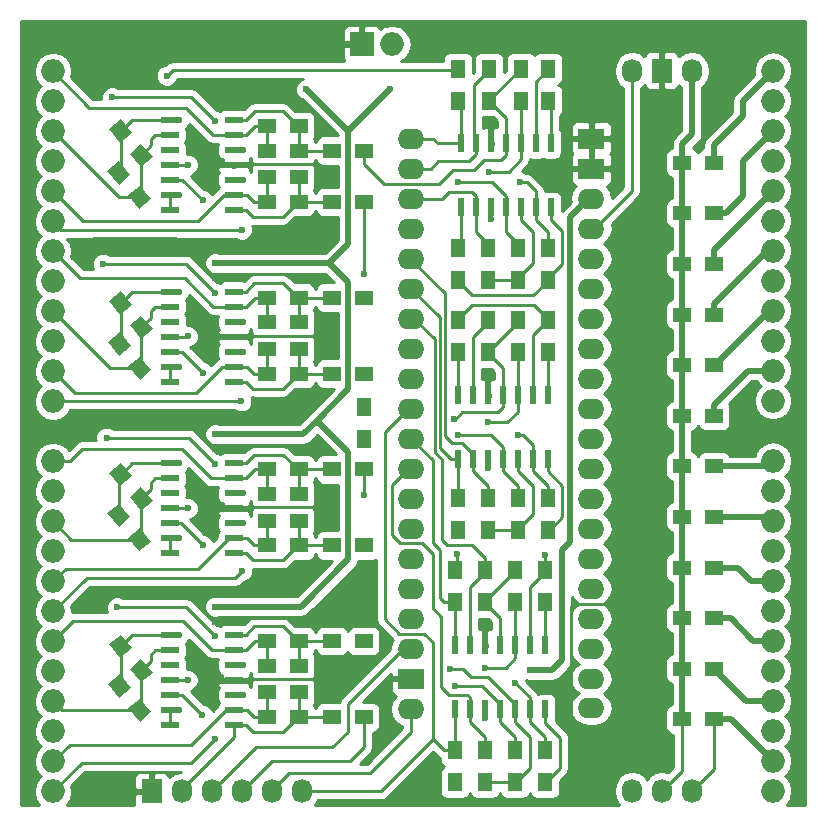
<source format=gtl>
G04 #@! TF.FileFunction,Copper,L1,Top,Signal*
%FSLAX46Y46*%
G04 Gerber Fmt 4.6, Leading zero omitted, Abs format (unit mm)*
G04 Created by KiCad (PCBNEW 4.0.2+dfsg1-stable) date Sun 27 May 2018 10:56:58 CEST*
%MOMM*%
G01*
G04 APERTURE LIST*
%ADD10C,0.100000*%
%ADD11O,1.998980X1.998980*%
%ADD12R,1.998980X1.998980*%
%ADD13O,2.250000X1.727200*%
%ADD14R,2.250000X1.727200*%
%ADD15O,1.727200X2.032000*%
%ADD16R,1.727200X2.032000*%
%ADD17R,1.500000X1.300000*%
%ADD18R,1.500000X0.600000*%
%ADD19R,0.600000X1.500000*%
%ADD20R,1.300000X1.500000*%
%ADD21C,0.600000*%
%ADD22C,0.500000*%
%ADD23C,0.250000*%
%ADD24C,0.254000*%
G04 APERTURE END LIST*
D10*
D11*
X45720000Y-15240000D03*
D12*
X43180000Y-15240000D03*
D11*
X77978000Y-70826000D03*
X77978000Y-75906000D03*
X77978000Y-73366000D03*
X77978000Y-68286000D03*
X77978000Y-65746000D03*
X77978000Y-63206000D03*
X77978000Y-60666000D03*
X77978000Y-58126000D03*
X77978000Y-55586000D03*
X77978000Y-53046000D03*
X77978000Y-50506000D03*
X77978000Y-78446000D03*
X77978000Y-37795200D03*
X77978000Y-42875200D03*
X77978000Y-40335200D03*
X77978000Y-35255200D03*
X77978000Y-32715200D03*
X77978000Y-30175200D03*
X77978000Y-27635200D03*
X77978000Y-25095200D03*
X77978000Y-22555200D03*
X77978000Y-20015200D03*
X77978000Y-17475200D03*
X77978000Y-45415200D03*
X17018000Y-58166000D03*
X17018000Y-53086000D03*
X17018000Y-55626000D03*
X17018000Y-60706000D03*
X17018000Y-63246000D03*
X17018000Y-65786000D03*
X17018000Y-68326000D03*
X17018000Y-70866000D03*
X17018000Y-73406000D03*
X17018000Y-75946000D03*
X17018000Y-78486000D03*
X17018000Y-50546000D03*
X17018000Y-25146000D03*
X17018000Y-20066000D03*
X17018000Y-22606000D03*
X17018000Y-27686000D03*
X17018000Y-30226000D03*
X17018000Y-32766000D03*
X17018000Y-35306000D03*
X17018000Y-37846000D03*
X17018000Y-40386000D03*
X17018000Y-42926000D03*
X17018000Y-45466000D03*
X17018000Y-17526000D03*
D13*
X62605080Y-68944376D03*
X62605080Y-66404376D03*
X62605080Y-63864376D03*
X62605080Y-61324376D03*
X62605080Y-58784376D03*
X62605080Y-56244376D03*
X62605080Y-53704376D03*
X62605080Y-51164376D03*
X62605080Y-48624376D03*
X62605080Y-46084376D03*
X62605080Y-43544376D03*
X62605080Y-41004376D03*
X62605080Y-38464376D03*
X62605080Y-35924376D03*
X62605080Y-33384376D03*
X62605080Y-30844376D03*
X62605080Y-28304376D03*
X47365080Y-23224376D03*
X47365080Y-25764376D03*
X47365080Y-28304376D03*
X47365080Y-30844376D03*
X47365080Y-33384376D03*
X47365080Y-35924376D03*
X47365080Y-38464376D03*
X47365080Y-41004376D03*
X47365080Y-43544376D03*
X47365080Y-46084376D03*
X47365080Y-48624376D03*
X47365080Y-51164376D03*
X47365080Y-53704376D03*
X47365080Y-56244376D03*
X47365080Y-58784376D03*
X47365080Y-61324376D03*
X47365080Y-63864376D03*
X47365080Y-66404376D03*
X47365080Y-71535176D03*
D14*
X47365080Y-68944376D03*
X62605080Y-25764376D03*
X62605080Y-23224376D03*
D13*
X62605080Y-71432401D03*
D15*
X68588242Y-78445360D03*
X71128242Y-78445360D03*
X66048242Y-78445360D03*
D16*
X68580000Y-17486000D03*
D15*
X66040000Y-17486000D03*
X71120000Y-17486000D03*
D17*
X35146000Y-70110160D03*
X37846000Y-70110160D03*
X35146000Y-55570160D03*
X37846000Y-55570160D03*
X35146000Y-41030160D03*
X37846000Y-41030160D03*
D10*
G36*
X25364020Y-71784721D02*
X24368162Y-72620345D01*
X23403980Y-71471279D01*
X24399838Y-70635655D01*
X25364020Y-71784721D01*
X25364020Y-71784721D01*
G37*
G36*
X23628494Y-69716401D02*
X22632636Y-70552025D01*
X21668454Y-69402959D01*
X22664312Y-68567335D01*
X23628494Y-69716401D01*
X23628494Y-69716401D01*
G37*
G36*
X25321546Y-57343041D02*
X24325688Y-58178665D01*
X23361506Y-57029599D01*
X24357364Y-56193975D01*
X25321546Y-57343041D01*
X25321546Y-57343041D01*
G37*
G36*
X23586020Y-55274721D02*
X22590162Y-56110345D01*
X21625980Y-54961279D01*
X22621838Y-54125655D01*
X23586020Y-55274721D01*
X23586020Y-55274721D01*
G37*
G36*
X25364020Y-42828721D02*
X24368162Y-43664345D01*
X23403980Y-42515279D01*
X24399838Y-41679655D01*
X25364020Y-42828721D01*
X25364020Y-42828721D01*
G37*
G36*
X23628494Y-40760401D02*
X22632636Y-41596025D01*
X21668454Y-40446959D01*
X22664312Y-39611335D01*
X23628494Y-40760401D01*
X23628494Y-40760401D01*
G37*
D17*
X35146000Y-72211840D03*
X37846000Y-72211840D03*
X35146000Y-57671840D03*
X37846000Y-57671840D03*
X35146000Y-43131840D03*
X37846000Y-43131840D03*
D18*
X26937001Y-65262000D03*
X26937001Y-66532000D03*
X26937001Y-67802000D03*
X26937001Y-69072000D03*
X26937001Y-70342000D03*
X26937001Y-71612000D03*
X26937001Y-72882000D03*
X32337001Y-72882000D03*
X32337001Y-71612000D03*
X32337001Y-70342000D03*
X32337001Y-69072000D03*
X32337001Y-67802000D03*
X32337001Y-66532000D03*
X32337001Y-65262000D03*
X26937001Y-50722000D03*
X26937001Y-51992000D03*
X26937001Y-53262000D03*
X26937001Y-54532000D03*
X26937001Y-55802000D03*
X26937001Y-57072000D03*
X26937001Y-58342000D03*
X32337001Y-58342000D03*
X32337001Y-57072000D03*
X32337001Y-55802000D03*
X32337001Y-54532000D03*
X32337001Y-53262000D03*
X32337001Y-51992000D03*
X32337001Y-50722000D03*
X26937001Y-36182000D03*
X26937001Y-37452000D03*
X26937001Y-38722000D03*
X26937001Y-39992000D03*
X26937001Y-41262000D03*
X26937001Y-42532000D03*
X26937001Y-43802000D03*
X32337001Y-43802000D03*
X32337001Y-42532000D03*
X32337001Y-41262000D03*
X32337001Y-39992000D03*
X32337001Y-38722000D03*
X32337001Y-37452000D03*
X32337001Y-36182000D03*
D17*
X35146000Y-65767440D03*
X37846000Y-65767440D03*
X35146000Y-51227440D03*
X37846000Y-51227440D03*
X35146000Y-36687440D03*
X37846000Y-36687440D03*
X35146000Y-67869120D03*
X37846000Y-67869120D03*
X35146000Y-53329120D03*
X37846000Y-53329120D03*
X35146000Y-38789120D03*
X37846000Y-38789120D03*
D10*
G36*
X25469783Y-68432881D02*
X24473925Y-69268505D01*
X23509743Y-68119439D01*
X24505601Y-67283815D01*
X25469783Y-68432881D01*
X25469783Y-68432881D01*
G37*
G36*
X23734257Y-66364561D02*
X22738399Y-67200185D01*
X21774217Y-66051119D01*
X22770075Y-65215495D01*
X23734257Y-66364561D01*
X23734257Y-66364561D01*
G37*
G36*
X25469783Y-53892881D02*
X24473925Y-54728505D01*
X23509743Y-53579439D01*
X24505601Y-52743815D01*
X25469783Y-53892881D01*
X25469783Y-53892881D01*
G37*
G36*
X23734257Y-51824561D02*
X22738399Y-52660185D01*
X21774217Y-51511119D01*
X22770075Y-50675495D01*
X23734257Y-51824561D01*
X23734257Y-51824561D01*
G37*
G36*
X25469783Y-39352881D02*
X24473925Y-40188505D01*
X23509743Y-39039439D01*
X24505601Y-38203815D01*
X25469783Y-39352881D01*
X25469783Y-39352881D01*
G37*
G36*
X23734257Y-37284561D02*
X22738399Y-38120185D01*
X21774217Y-36971119D01*
X22770075Y-36135495D01*
X23734257Y-37284561D01*
X23734257Y-37284561D01*
G37*
D19*
X51054000Y-71534000D03*
X52324000Y-71534000D03*
X53594000Y-71534000D03*
X54864000Y-71534000D03*
X56134000Y-71534000D03*
X57404000Y-71534000D03*
X58674000Y-71534000D03*
X58674000Y-66134000D03*
X57404000Y-66134000D03*
X56134000Y-66134000D03*
X54864000Y-66134000D03*
X53594000Y-66134000D03*
X52324000Y-66134000D03*
X51054000Y-66134000D03*
D10*
G36*
X25469783Y-24812881D02*
X24473925Y-25648505D01*
X23509743Y-24499439D01*
X24505601Y-23663815D01*
X25469783Y-24812881D01*
X25469783Y-24812881D01*
G37*
G36*
X23734257Y-22744561D02*
X22738399Y-23580185D01*
X21774217Y-22431119D01*
X22770075Y-21595495D01*
X23734257Y-22744561D01*
X23734257Y-22744561D01*
G37*
D17*
X35146000Y-28591840D03*
X37846000Y-28591840D03*
X35146000Y-22147440D03*
X37846000Y-22147440D03*
X40640000Y-72211840D03*
X43340000Y-72211840D03*
X40640000Y-65767440D03*
X43340000Y-65767440D03*
X40640000Y-57671840D03*
X43340000Y-57671840D03*
X40640000Y-51227440D03*
X43340000Y-51227440D03*
X40640000Y-43131840D03*
X43340000Y-43131840D03*
X40640000Y-36687440D03*
X43340000Y-36687440D03*
X40640000Y-28591840D03*
X43340000Y-28591840D03*
X40640000Y-24249120D03*
X43340000Y-24249120D03*
D20*
X43383200Y-48615600D03*
X43383200Y-45915600D03*
D17*
X35146000Y-24249120D03*
X37846000Y-24249120D03*
D20*
X56391007Y-32458829D03*
X56391007Y-35158829D03*
X53851007Y-35158829D03*
X53851007Y-32458829D03*
X58931007Y-32458829D03*
X58931007Y-35158829D03*
X51311007Y-35158829D03*
X51311007Y-32458829D03*
X56642000Y-19998829D03*
X56642000Y-17298829D03*
X53934671Y-19998829D03*
X53934671Y-17298829D03*
X58931007Y-19998829D03*
X58931007Y-17298829D03*
X51311007Y-17298829D03*
X51311007Y-19998829D03*
X56388000Y-53688000D03*
X56388000Y-56388000D03*
X53848000Y-56388000D03*
X53848000Y-53688000D03*
X58928000Y-53688000D03*
X58928000Y-56388000D03*
X51308000Y-56388000D03*
X51308000Y-53688000D03*
X56388000Y-41308000D03*
X56388000Y-38608000D03*
X53848000Y-41308000D03*
X53848000Y-38608000D03*
X58928000Y-41308000D03*
X58928000Y-38608000D03*
X51308000Y-38608000D03*
X51308000Y-41308000D03*
X56134000Y-75024000D03*
X56134000Y-77724000D03*
X53594000Y-77724000D03*
X53594000Y-75024000D03*
X58674000Y-75024000D03*
X58674000Y-77724000D03*
X51054000Y-77724000D03*
X51054000Y-75024000D03*
X56134000Y-62484000D03*
X56134000Y-59784000D03*
X53594000Y-62484000D03*
X53594000Y-59784000D03*
X58674000Y-62484000D03*
X58674000Y-59784000D03*
X51054000Y-59784000D03*
X51054000Y-62484000D03*
D17*
X70278000Y-25261455D03*
X72978000Y-25261455D03*
X70278000Y-29545868D03*
X72978000Y-29545868D03*
X70278000Y-33830281D03*
X72978000Y-33830281D03*
X70278000Y-38114694D03*
X72978000Y-38114694D03*
X70278000Y-42399107D03*
X72978000Y-42399107D03*
X70278000Y-46683520D03*
X72978000Y-46683520D03*
X70278000Y-50967933D03*
X72978000Y-50967933D03*
X70278000Y-55252346D03*
X72978000Y-55252346D03*
X70278000Y-59536759D03*
X72978000Y-59536759D03*
X70278000Y-63821172D03*
X72978000Y-63821172D03*
X70278000Y-68105585D03*
X72978000Y-68105585D03*
X70278000Y-72389998D03*
X72978000Y-72389998D03*
D18*
X26937001Y-21642000D03*
X26937001Y-22912000D03*
X26937001Y-24182000D03*
X26937001Y-25452000D03*
X26937001Y-26722000D03*
X26937001Y-27992000D03*
X26937001Y-29262000D03*
X32337001Y-29262000D03*
X32337001Y-27992000D03*
X32337001Y-26722000D03*
X32337001Y-25452000D03*
X32337001Y-24182000D03*
X32337001Y-22912000D03*
X32337001Y-21642000D03*
D19*
X51562000Y-29022000D03*
X52832000Y-29022000D03*
X54102000Y-29022000D03*
X55372000Y-29022000D03*
X56642000Y-29022000D03*
X57912000Y-29022000D03*
X59182000Y-29022000D03*
X59182000Y-23622000D03*
X57912000Y-23622000D03*
X56642000Y-23622000D03*
X55372000Y-23622000D03*
X54102000Y-23622000D03*
X52832000Y-23622000D03*
X51562000Y-23622000D03*
X51308000Y-50358000D03*
X52578000Y-50358000D03*
X53848000Y-50358000D03*
X55118000Y-50358000D03*
X56388000Y-50358000D03*
X57658000Y-50358000D03*
X58928000Y-50358000D03*
X58928000Y-44958000D03*
X57658000Y-44958000D03*
X56388000Y-44958000D03*
X55118000Y-44958000D03*
X53848000Y-44958000D03*
X52578000Y-44958000D03*
X51308000Y-44958000D03*
D10*
G36*
X25321546Y-28350721D02*
X24325688Y-29186345D01*
X23361506Y-28037279D01*
X24357364Y-27201655D01*
X25321546Y-28350721D01*
X25321546Y-28350721D01*
G37*
G36*
X23586020Y-26282401D02*
X22590162Y-27118025D01*
X21625980Y-25968959D01*
X22621838Y-25133335D01*
X23586020Y-26282401D01*
X23586020Y-26282401D01*
G37*
D17*
X35146000Y-26490160D03*
X37846000Y-26490160D03*
D16*
X25400000Y-78486000D03*
D15*
X27940000Y-78486000D03*
X30480000Y-78486000D03*
X33020000Y-78486000D03*
X35560000Y-78486000D03*
X38100000Y-78486000D03*
D21*
X30782606Y-62850229D03*
X28443758Y-54535045D03*
X38481000Y-19050547D03*
X30782515Y-33778271D03*
X45546000Y-19050000D03*
X30777744Y-48252092D03*
X28449428Y-39974723D03*
X28449428Y-69054723D03*
X28449428Y-25434723D03*
X68078639Y-50054931D03*
X64311113Y-52449987D03*
X49657000Y-79248000D03*
X39748185Y-79439489D03*
X54864000Y-79248000D03*
X19050000Y-79248000D03*
X60872282Y-75648000D03*
X61472282Y-75648000D03*
X61472282Y-75048000D03*
X60872282Y-75048000D03*
X72092086Y-48581438D03*
X80010075Y-13716000D03*
X73660000Y-13716000D03*
X67564000Y-13716000D03*
X61468000Y-13716000D03*
X49784000Y-13716000D03*
X48260000Y-13716000D03*
X40640000Y-13716000D03*
X15748000Y-13716000D03*
X62103000Y-21560800D03*
X62103000Y-20560800D03*
X62103000Y-19560800D03*
X62103000Y-18560800D03*
X62103000Y-17560800D03*
X62103000Y-16560800D03*
X72644000Y-21590000D03*
X25603200Y-14071600D03*
X39888160Y-22354540D03*
X39507160Y-30373320D03*
X19514820Y-33848040D03*
X39055040Y-44958000D03*
X36842700Y-61015880D03*
X20665440Y-61925200D03*
X80010075Y-28905493D03*
X80010075Y-26365493D03*
X80010075Y-33985493D03*
X80010075Y-31445493D03*
X80010075Y-16205493D03*
X80010075Y-23825493D03*
X80010075Y-21285493D03*
X80010075Y-18745493D03*
X80010075Y-72085493D03*
X80010075Y-74625493D03*
X80010075Y-67005493D03*
X80010075Y-69545493D03*
X80010075Y-77165493D03*
X80010075Y-51765493D03*
X80010075Y-56845493D03*
X80010075Y-59385493D03*
X80010075Y-64465493D03*
X80010075Y-54305493D03*
X80010075Y-61925493D03*
X80010075Y-49225493D03*
X80010075Y-46685493D03*
X80010075Y-41605493D03*
X80010075Y-36525493D03*
X80010075Y-39065493D03*
X80010075Y-44145493D03*
X14859075Y-77216293D03*
X14859075Y-74676293D03*
X14859075Y-72136293D03*
X14859075Y-69596293D03*
X14859075Y-67056293D03*
X14859075Y-64516293D03*
X14859075Y-61976293D03*
X14859075Y-59436293D03*
X14859075Y-56896293D03*
X14859075Y-54356293D03*
X14859075Y-51816293D03*
X14859075Y-49276293D03*
X14859075Y-46736293D03*
X14859075Y-44196293D03*
X14859075Y-41656293D03*
X14859075Y-39116293D03*
X14859075Y-36576293D03*
X14859075Y-34036293D03*
X14859075Y-31496293D03*
X14859075Y-28956293D03*
X14859075Y-26416293D03*
X14859075Y-23876293D03*
X14859075Y-21336293D03*
X14859075Y-18796293D03*
X14859075Y-16256293D03*
X62673142Y-75048000D03*
X63273142Y-75048000D03*
X64473142Y-75048000D03*
X65073142Y-75048000D03*
X62673142Y-75648000D03*
X63273142Y-75648000D03*
X64473142Y-75648000D03*
X65073142Y-75648000D03*
X60873142Y-76848000D03*
X61473142Y-76848000D03*
X60873142Y-77448000D03*
X61473142Y-77448000D03*
X62673142Y-78648000D03*
X63273142Y-78648000D03*
X62673142Y-79248000D03*
X63273142Y-79248000D03*
X68076493Y-28596763D03*
X68076493Y-32898089D03*
X61136265Y-62600541D03*
X40311683Y-26481415D03*
X28279659Y-61663021D03*
X31291236Y-39996357D03*
X40311683Y-54456454D03*
X68072000Y-24333200D03*
X30780236Y-20174521D03*
X68078639Y-71451936D03*
X68087534Y-67160079D03*
X68087533Y-62881569D03*
X68083087Y-58603058D03*
X68078639Y-54320098D03*
X68083088Y-45723049D03*
X68085310Y-41446880D03*
X68086662Y-37158741D03*
X64310214Y-32121599D03*
X64311047Y-42290413D03*
X28324885Y-32547859D03*
X31292579Y-25153197D03*
X28128233Y-46820650D03*
X31293118Y-54243217D03*
X31259906Y-68828102D03*
X40311683Y-68992983D03*
X40311683Y-39914925D03*
X30781766Y-64128560D03*
X30776169Y-49508516D03*
X30782519Y-35028824D03*
X53888011Y-21527558D03*
X53857827Y-42869607D03*
X53612791Y-64037358D03*
X43329531Y-48615600D03*
X60817220Y-49889391D03*
X57446886Y-68225242D03*
X54107202Y-30066344D03*
X53595011Y-72273534D03*
X53847999Y-51105140D03*
X22034094Y-19723208D03*
X30780238Y-21757585D03*
X33074360Y-24180339D03*
X27687323Y-57071824D03*
X43329531Y-45915600D03*
X29709826Y-57629922D03*
X51318863Y-26904783D03*
X56557022Y-26900201D03*
X53958394Y-26013862D03*
X59181104Y-24070183D03*
X51313330Y-48317149D03*
X56392240Y-48318457D03*
X53858618Y-47253841D03*
X58928000Y-45118000D03*
X51053815Y-69577431D03*
X56133874Y-69277024D03*
X53625301Y-68004980D03*
X58673473Y-66582327D03*
X27687323Y-71611824D03*
X26615130Y-24182802D03*
X33008514Y-30926407D03*
X33081615Y-26722917D03*
X21246852Y-33801975D03*
X30778995Y-36289701D03*
X33074360Y-38720339D03*
X26615130Y-38722802D03*
X32975001Y-45474423D03*
X33081615Y-41262917D03*
X21557611Y-48541339D03*
X30781971Y-50809512D03*
X33074360Y-53260339D03*
X27687323Y-42531824D03*
X26615130Y-53262802D03*
X33040521Y-59809849D03*
X33081615Y-55802917D03*
X22445676Y-62895843D03*
X30781768Y-65376484D03*
X33074360Y-67800339D03*
X27687323Y-27991824D03*
X26615130Y-67802802D03*
X30701530Y-74055654D03*
X33081615Y-70342917D03*
X29681755Y-72064650D03*
X29712785Y-43027217D03*
X29700882Y-28443248D03*
X51311007Y-32458829D03*
X27661765Y-50721343D03*
X27669510Y-36182943D03*
X27692861Y-21644289D03*
X53848000Y-38608000D03*
X43342560Y-34660840D03*
X51311007Y-35158829D03*
X26658186Y-17899347D03*
X51308180Y-16850900D03*
X58928041Y-16847836D03*
X53844261Y-55929821D03*
X43329531Y-53436276D03*
X58939757Y-56833805D03*
X51311142Y-56837797D03*
X51007217Y-46998224D03*
X43329531Y-43131840D03*
X51308000Y-38608000D03*
X43329531Y-36687440D03*
X50678959Y-68138794D03*
X43329531Y-65767440D03*
X58678071Y-58441422D03*
X51208496Y-58420240D03*
X43329531Y-57671840D03*
X53854540Y-34712939D03*
X43329531Y-72211840D03*
X58672055Y-78174278D03*
X51056363Y-78174278D03*
X27676333Y-65263521D03*
X51305688Y-40858613D03*
X56132292Y-60050658D03*
D22*
X38222119Y-48250633D02*
X39370000Y-47102752D01*
X39370000Y-47102752D02*
X42023545Y-44449207D01*
X42023545Y-49756297D02*
X39370000Y-47102752D01*
X42023545Y-58836549D02*
X42023545Y-49756297D01*
X38009865Y-62850229D02*
X30782606Y-62850229D01*
X42023545Y-58836549D02*
X38009865Y-62850229D01*
D23*
X38222119Y-48252092D02*
X38222119Y-48250633D01*
D22*
X30777744Y-48252092D02*
X38222119Y-48252092D01*
D23*
X26937001Y-54532000D02*
X28440713Y-54532000D01*
X28440713Y-54532000D02*
X28443758Y-54535045D01*
D22*
X42000511Y-22590887D02*
X45541398Y-19050000D01*
X42000511Y-22570058D02*
X38481000Y-19050547D01*
X30782515Y-33778271D02*
X40388589Y-33778271D01*
X42000024Y-32166836D02*
X42000024Y-22570545D01*
X40388589Y-33778271D02*
X42000024Y-32166836D01*
D23*
X42000024Y-22570545D02*
X42000511Y-22570058D01*
D22*
X45541398Y-19050000D02*
X45546000Y-19050000D01*
X45539573Y-19053877D02*
X45544973Y-19053877D01*
X70278000Y-23702000D02*
X71120000Y-22860000D01*
X70278000Y-25261455D02*
X70278000Y-23702000D01*
X71120000Y-22860000D02*
X71120000Y-17886010D01*
X40410316Y-33771663D02*
X42023545Y-35384892D01*
X42023545Y-35384892D02*
X42023545Y-44449207D01*
D23*
X70278000Y-72389998D02*
X70278000Y-76749858D01*
X70278000Y-76749858D02*
X68582498Y-78445360D01*
X68582498Y-78445360D02*
X68580000Y-78445360D01*
D22*
X70278000Y-72389998D02*
X70278000Y-68105585D01*
X70278000Y-63821172D02*
X70278000Y-68105585D01*
X70278000Y-59536759D02*
X70278000Y-63821172D01*
X70278000Y-55252346D02*
X70278000Y-59536759D01*
X70278000Y-50967933D02*
X70278000Y-55252346D01*
X70278000Y-46683520D02*
X70278000Y-50967933D01*
X70278000Y-42399107D02*
X70278000Y-46683520D01*
X70278000Y-38114694D02*
X70278000Y-42399107D01*
X70278000Y-33830281D02*
X70278000Y-38114694D01*
X70278000Y-29545868D02*
X70278000Y-33830281D01*
X70278000Y-25261455D02*
X70278000Y-29545868D01*
D23*
X28432151Y-69072000D02*
X28449428Y-69054723D01*
X28432151Y-39992000D02*
X28449428Y-39974723D01*
X26937001Y-39992000D02*
X28432151Y-39992000D01*
X26937001Y-69072000D02*
X28432151Y-69072000D01*
X28432151Y-25452000D02*
X28449428Y-25434723D01*
X26937001Y-25452000D02*
X28432151Y-25452000D01*
X71120000Y-17333600D02*
X71120000Y-17486000D01*
X80010075Y-16205493D02*
X80010075Y-13716000D01*
X80010075Y-13716000D02*
X73660000Y-13716000D01*
X68083088Y-50050482D02*
X68078639Y-50054931D01*
X68078639Y-50054931D02*
X68078639Y-54320098D01*
X68083088Y-45723049D02*
X68083088Y-50050482D01*
X68078639Y-54320098D02*
X67019938Y-54320098D01*
X67019938Y-54320098D02*
X65149827Y-52449987D01*
X65149827Y-52449987D02*
X64311113Y-52449987D01*
X67564000Y-13716000D02*
X61468000Y-13716000D01*
X60872282Y-75648000D02*
X60872282Y-76847140D01*
X60872282Y-76847140D02*
X60873142Y-76848000D01*
X60910858Y-62821759D02*
X60910858Y-76156820D01*
X60910858Y-76156820D02*
X60910858Y-76738790D01*
X60872282Y-75648000D02*
X60872282Y-76072264D01*
X60872282Y-76072264D02*
X60910858Y-76110840D01*
X60910858Y-76110840D02*
X60910858Y-76156820D01*
X60873142Y-77448000D02*
X61473142Y-77448000D01*
X61473142Y-76848000D02*
X60873142Y-76848000D01*
X61472282Y-75648000D02*
X60872282Y-75648000D01*
X61472282Y-75048000D02*
X61472282Y-75648000D01*
X61057481Y-62675136D02*
X60910858Y-62821759D01*
X60872282Y-75048000D02*
X61472282Y-75048000D01*
X15748000Y-13716000D02*
X16688168Y-13716000D01*
X16688168Y-13716000D02*
X17043768Y-14071600D01*
X40640000Y-13716000D02*
X25958800Y-13716000D01*
X25958800Y-13716000D02*
X25603200Y-14071600D01*
X40640000Y-13716000D02*
X40640000Y-14380847D01*
X40640000Y-14380847D02*
X39941461Y-15079386D01*
X47472600Y-13487400D02*
X47701200Y-13716000D01*
X47701200Y-13716000D02*
X48260000Y-13716000D01*
X43180000Y-13487400D02*
X47472600Y-13487400D01*
X43180000Y-13487400D02*
X43172183Y-13479583D01*
X43172183Y-13479583D02*
X40876417Y-13479583D01*
X40876417Y-13479583D02*
X40640000Y-13716000D01*
X49784000Y-13716000D02*
X48260000Y-13716000D01*
X49784000Y-13716000D02*
X61468000Y-13716000D01*
X61468000Y-13716000D02*
X61468000Y-15925800D01*
X61468000Y-15925800D02*
X62103000Y-16560800D01*
X67564000Y-13716000D02*
X68580000Y-14732000D01*
X68580000Y-14732000D02*
X68580000Y-14986000D01*
X73660000Y-13716000D02*
X67564000Y-13716000D01*
X80010075Y-69545493D02*
X80010075Y-72085493D01*
X80010075Y-67005493D02*
X80010075Y-69545493D01*
X80010075Y-64465493D02*
X80010075Y-67005493D01*
X80010075Y-61925493D02*
X80010075Y-64465493D01*
X80010075Y-59385493D02*
X80010075Y-61925493D01*
X80010075Y-56845493D02*
X80010075Y-59385493D01*
X80010075Y-54305493D02*
X80010075Y-56845493D01*
X80010075Y-51765493D02*
X80010075Y-54305493D01*
X80010075Y-49225493D02*
X80010075Y-51765493D01*
X80010075Y-46685493D02*
X80010075Y-49225493D01*
X80010075Y-44145493D02*
X80010075Y-46685493D01*
X80010075Y-41605493D02*
X80010075Y-44145493D01*
X80010075Y-39065493D02*
X80010075Y-41605493D01*
X80010075Y-36525493D02*
X80010075Y-39065493D01*
X80010075Y-33985493D02*
X80010075Y-36525493D01*
X80010075Y-31445493D02*
X80010075Y-33985493D01*
X80010075Y-28905493D02*
X80010075Y-31445493D01*
X80010075Y-26365493D02*
X80010075Y-28905493D01*
X80010075Y-23825493D02*
X80010075Y-26365493D01*
X80010075Y-21285493D02*
X80010075Y-23825493D01*
X80010075Y-18745493D02*
X80010075Y-21285493D01*
X80010075Y-16205493D02*
X80010075Y-18745493D01*
X80010075Y-74625493D02*
X80010075Y-72085493D01*
X80010075Y-77165493D02*
X80010075Y-74625493D01*
X14859075Y-74676293D02*
X14859075Y-77216293D01*
X14859075Y-72136293D02*
X14859075Y-74676293D01*
X14859075Y-69596293D02*
X14859075Y-72136293D01*
X14859075Y-67056293D02*
X14859075Y-69596293D01*
X14859075Y-64516293D02*
X14859075Y-67056293D01*
X14859075Y-64516293D02*
X14859075Y-61976293D01*
X14859075Y-59436293D02*
X14859075Y-61976293D01*
X14859075Y-56896293D02*
X14859075Y-59436293D01*
X14859075Y-54356293D02*
X14859075Y-56896293D01*
X14859075Y-51816293D02*
X14859075Y-54356293D01*
X14859075Y-49276293D02*
X14859075Y-51816293D01*
X27021539Y-47503080D02*
X15625862Y-47503080D01*
X15625862Y-47503080D02*
X14859075Y-46736293D01*
X28128233Y-46820650D02*
X27703969Y-46820650D01*
X27703969Y-46820650D02*
X27021539Y-47503080D01*
X14859075Y-46736293D02*
X14859075Y-49276293D01*
X14859075Y-44196293D02*
X14859075Y-46736293D01*
X14859075Y-41656293D02*
X14859075Y-44196293D01*
X14859075Y-39116293D02*
X14859075Y-41656293D01*
X14859075Y-36576293D02*
X14859075Y-39116293D01*
X14859075Y-34036293D02*
X14859075Y-36576293D01*
X14859075Y-31496293D02*
X14859075Y-34036293D01*
X14859075Y-28956293D02*
X14859075Y-31496293D01*
X14859075Y-26416293D02*
X14859075Y-28956293D01*
X14859075Y-23876293D02*
X14859075Y-26416293D01*
X14859075Y-21336293D02*
X14859075Y-23876293D01*
X14859075Y-18796293D02*
X14859075Y-21336293D01*
X14859075Y-16256293D02*
X14859075Y-18796293D01*
X25603200Y-14071600D02*
X17043768Y-14071600D01*
X17043768Y-14071600D02*
X14859075Y-16256293D01*
X39507160Y-30373320D02*
X39082896Y-30373320D01*
X39082896Y-30373320D02*
X36908357Y-32547859D01*
X36908357Y-32547859D02*
X28324885Y-32547859D01*
X20530820Y-31610300D02*
X27387326Y-31610300D01*
X27387326Y-31610300D02*
X28324885Y-32547859D01*
X19514820Y-32626300D02*
X20530820Y-31610300D01*
X19514820Y-33848040D02*
X19514820Y-32626300D01*
X28279659Y-61663021D02*
X20927619Y-61663021D01*
X20927619Y-61663021D02*
X20665440Y-61925200D01*
X39055040Y-44958000D02*
X38630776Y-44958000D01*
X36768126Y-46820650D02*
X28128233Y-46820650D01*
X38630776Y-44958000D02*
X36768126Y-46820650D01*
X64473142Y-75648000D02*
X63273142Y-75648000D01*
X63627000Y-75903575D02*
X68078639Y-71451936D01*
X62687564Y-76843011D02*
X63627000Y-75903575D01*
X63273142Y-75648000D02*
X63573141Y-75947999D01*
X63573141Y-75947999D02*
X63582576Y-75947999D01*
X63582576Y-75947999D02*
X63627000Y-75903575D01*
X61259897Y-76843011D02*
X62687564Y-76843011D01*
X62673142Y-78648000D02*
X61473142Y-77448000D01*
X62673142Y-78648000D02*
X63273142Y-78648000D01*
X62673142Y-78648000D02*
X62673142Y-79248000D01*
X62673142Y-78648000D02*
X63273142Y-79248000D01*
X61473142Y-77448000D02*
X61473142Y-76848000D01*
X64473142Y-75048000D02*
X64422425Y-75048000D01*
X65073142Y-75648000D02*
X64473142Y-75648000D01*
X65073142Y-75048000D02*
X65073142Y-75648000D01*
X64473142Y-75048000D02*
X65073142Y-75048000D01*
X63273142Y-75648000D02*
X63273142Y-75048000D01*
X62673142Y-75648000D02*
X63273142Y-75648000D01*
X62673142Y-75048000D02*
X62673142Y-75648000D01*
D22*
X68580000Y-14986000D02*
X68580000Y-17486000D01*
X43180000Y-15240000D02*
X40102075Y-15240000D01*
D23*
X40102075Y-15240000D02*
X39941461Y-15079386D01*
D22*
X43180000Y-15240000D02*
X43180000Y-13487400D01*
X68072000Y-24333200D02*
X68072000Y-22973369D01*
X68580000Y-22465369D02*
X68580000Y-17486000D01*
X68072000Y-22973369D02*
X68580000Y-22465369D01*
D23*
X66737120Y-32898089D02*
X68076493Y-32898089D01*
X68076493Y-28596763D02*
X68076493Y-24337693D01*
X68076493Y-24337693D02*
X68072000Y-24333200D01*
X68076493Y-28596763D02*
X68076493Y-32898089D01*
X68086662Y-37158741D02*
X68086662Y-32908258D01*
X68086662Y-32908258D02*
X68076493Y-32898089D01*
X32337001Y-39992000D02*
X32419827Y-39909174D01*
X32419827Y-39909174D02*
X40313443Y-39909174D01*
X40313443Y-39909174D02*
X40314944Y-39910675D01*
X32337001Y-54532000D02*
X32422336Y-54446665D01*
X32422336Y-54446665D02*
X40311989Y-54446665D01*
X40311989Y-54446665D02*
X40312118Y-54446794D01*
X32337001Y-69072000D02*
X32419537Y-68989464D01*
X32419537Y-68989464D02*
X40305160Y-68989464D01*
X40305160Y-68989464D02*
X40309593Y-68993897D01*
X67382241Y-62600541D02*
X61136265Y-62600541D01*
X67663269Y-62881569D02*
X67382241Y-62600541D01*
X68087533Y-62881569D02*
X67663269Y-62881569D01*
X32337001Y-25452000D02*
X32418443Y-25370558D01*
X32418443Y-25370558D02*
X39200826Y-25370558D01*
X39200826Y-25370558D02*
X40311683Y-26481415D01*
X30781766Y-64128560D02*
X28316227Y-61663021D01*
X28316227Y-61663021D02*
X28279659Y-61663021D01*
X64310214Y-32121599D02*
X65960630Y-32121599D01*
X65960630Y-32121599D02*
X66737120Y-32898089D01*
X31295593Y-39992000D02*
X31291236Y-39996357D01*
X32337001Y-39992000D02*
X31295593Y-39992000D01*
X64311047Y-42290413D02*
X65653612Y-42290413D01*
X65653612Y-42290413D02*
X66497145Y-41446880D01*
X66497145Y-41446880D02*
X68085310Y-41446880D01*
X68085310Y-41446880D02*
X68085310Y-45720827D01*
X68085310Y-45720827D02*
X68083088Y-45723049D01*
X68087534Y-71443041D02*
X68078639Y-71451936D01*
X68087534Y-67160079D02*
X68087534Y-71443041D01*
X68087534Y-63305834D02*
X68087534Y-67160079D01*
X68087533Y-62881569D02*
X68087534Y-63305834D01*
X68083087Y-62877123D02*
X68087533Y-62881569D01*
X68083087Y-58603058D02*
X68083087Y-62877123D01*
X68078639Y-54320098D02*
X68078639Y-58598610D01*
X68078639Y-58598610D02*
X68083087Y-58603058D01*
X68086662Y-41445528D02*
X68085310Y-41446880D01*
X68086662Y-37158741D02*
X68086662Y-41445528D01*
X30782519Y-35028824D02*
X28324885Y-32571190D01*
X28324885Y-32571190D02*
X28324885Y-32547859D01*
X28128233Y-46860580D02*
X28128233Y-46820650D01*
X30776169Y-49508516D02*
X28128233Y-46860580D01*
X32337001Y-54532000D02*
X31581901Y-54532000D01*
X31581901Y-54532000D02*
X31293118Y-54243217D01*
X32337001Y-69072000D02*
X31503804Y-69072000D01*
X31503804Y-69072000D02*
X31259906Y-68828102D01*
X54102000Y-21741547D02*
X53888011Y-21527558D01*
X54102000Y-23622000D02*
X54102000Y-21741547D01*
X53848000Y-42879434D02*
X53857827Y-42869607D01*
X53848000Y-44958000D02*
X53848000Y-42879434D01*
X53594000Y-64056149D02*
X53612791Y-64037358D01*
X53594000Y-66134000D02*
X53594000Y-64056149D01*
X32337001Y-54532000D02*
X32421786Y-54447215D01*
X53594000Y-71534000D02*
X53594000Y-72272523D01*
X53594000Y-72272523D02*
X53595011Y-72273534D01*
D22*
X59283674Y-68225242D02*
X57446886Y-68225242D01*
X60122521Y-67386395D02*
X59283674Y-68225242D01*
X60122521Y-58041442D02*
X60122521Y-67386395D01*
X60817220Y-57346743D02*
X60122521Y-58041442D01*
X60817220Y-49889391D02*
X60817220Y-57346743D01*
X60823293Y-49893613D02*
X60824010Y-49894330D01*
X60823293Y-29861549D02*
X60823293Y-49893613D01*
X62407041Y-28277801D02*
X60823293Y-29861549D01*
D23*
X35560000Y-78486000D02*
X35560000Y-78333600D01*
X35560000Y-78333600D02*
X36982400Y-76911200D01*
X36982400Y-76911200D02*
X43906546Y-76911200D01*
X43906546Y-76911200D02*
X47362401Y-73455345D01*
X47362401Y-73455345D02*
X47362401Y-71534001D01*
X62602401Y-28303201D02*
X62341001Y-28303201D01*
X62602401Y-28303201D02*
X62863801Y-28303201D01*
X54102000Y-30061142D02*
X54107202Y-30066344D01*
X54102000Y-29022000D02*
X54102000Y-30061142D01*
X32337001Y-22912000D02*
X30542624Y-22912000D01*
X28258030Y-20627406D02*
X20115848Y-20627406D01*
X30542624Y-22912000D02*
X28258030Y-20627406D01*
X20115848Y-20627406D02*
X17018000Y-17529558D01*
X17018000Y-17529558D02*
X17018000Y-17526000D01*
X34131178Y-22147440D02*
X35146000Y-22147440D01*
X35146000Y-22147440D02*
X35146000Y-24249120D01*
X32337001Y-22912000D02*
X33366618Y-22912000D01*
X33366618Y-22912000D02*
X34131178Y-22147440D01*
X32337001Y-22912000D02*
X31887001Y-22912000D01*
X32337001Y-22912000D02*
X32031737Y-22912000D01*
X28745861Y-19723208D02*
X22034094Y-19723208D01*
X30780238Y-21757585D02*
X28745861Y-19723208D01*
X32650096Y-24180339D02*
X33074360Y-24180339D01*
X32338662Y-24180339D02*
X32650096Y-24180339D01*
X32337001Y-24182000D02*
X32338662Y-24180339D01*
X27940000Y-78486000D02*
X27940000Y-78282800D01*
X27940000Y-78282800D02*
X32337001Y-73885799D01*
X32337001Y-73885799D02*
X32337001Y-72882000D01*
X33938504Y-73483503D02*
X36474337Y-73483503D01*
X37746000Y-72211840D02*
X37846000Y-72211840D01*
X32337001Y-72882000D02*
X33337001Y-72882000D01*
X36474337Y-73483503D02*
X37746000Y-72211840D01*
X33337001Y-72882000D02*
X33938504Y-73483503D01*
X37846000Y-72211840D02*
X40640000Y-72211840D01*
X37846000Y-70110160D02*
X37846000Y-72211840D01*
X26937001Y-58342000D02*
X26937001Y-57072000D01*
X26937177Y-57071824D02*
X27263059Y-57071824D01*
X27263059Y-57071824D02*
X27687323Y-57071824D01*
X26937001Y-57072000D02*
X26937177Y-57071824D01*
D22*
X72978000Y-25261455D02*
X72978000Y-23782592D01*
X72978000Y-23782592D02*
X75438147Y-21322445D01*
X75438147Y-21322445D02*
X75438147Y-20025853D01*
X75438147Y-20025853D02*
X77978000Y-17486000D01*
X75438000Y-28085868D02*
X75438000Y-25106000D01*
X75438000Y-25106000D02*
X77978000Y-22566000D01*
X72978000Y-29545868D02*
X73978000Y-29545868D01*
X73978000Y-29545868D02*
X75438000Y-28085868D01*
X72978000Y-33830281D02*
X72978000Y-32646000D01*
X72978000Y-32646000D02*
X77978000Y-27646000D01*
X72978000Y-38114694D02*
X72978000Y-37214694D01*
X72978000Y-37214694D02*
X77466699Y-32725995D01*
X77466699Y-32725995D02*
X77977995Y-32725995D01*
X77977995Y-32725995D02*
X77978000Y-32726000D01*
X72978000Y-42399107D02*
X73078000Y-42399107D01*
X73078000Y-42399107D02*
X77671107Y-37806000D01*
X77671107Y-37806000D02*
X77978000Y-37806000D01*
X72978000Y-46683520D02*
X72978000Y-45783520D01*
X72978000Y-45783520D02*
X75875520Y-42886000D01*
X75875520Y-42886000D02*
X77978000Y-42886000D01*
X72978000Y-50967933D02*
X77516067Y-50967933D01*
X77516067Y-50967933D02*
X77978000Y-50506000D01*
X72978000Y-55252346D02*
X77644346Y-55252346D01*
X77644346Y-55252346D02*
X77978000Y-55586000D01*
X72978000Y-59536759D02*
X74996092Y-59536759D01*
X74996092Y-59536759D02*
X76125333Y-60666000D01*
X76125333Y-60666000D02*
X77978000Y-60666000D01*
X72978000Y-63821172D02*
X74406223Y-63821172D01*
X74406223Y-63821172D02*
X76331051Y-65746000D01*
X76331051Y-65746000D02*
X77978000Y-65746000D01*
X72978000Y-68105585D02*
X75696437Y-70824022D01*
X77976022Y-70824022D02*
X77978000Y-70826000D01*
X75696437Y-70824022D02*
X77976022Y-70824022D01*
X72978000Y-72389998D02*
X74461998Y-72389998D01*
X74461998Y-72389998D02*
X77974081Y-75902081D01*
X77974081Y-75902081D02*
X77978000Y-75906000D01*
D23*
X72978000Y-72389998D02*
X72978000Y-76595602D01*
X71128242Y-78445360D02*
X71120000Y-78445360D01*
X72978000Y-76595602D02*
X71128242Y-78445360D01*
X62863801Y-53703201D02*
X62602401Y-53703201D01*
X62882799Y-43543201D02*
X62602401Y-43543201D01*
X62863801Y-41003201D02*
X62602401Y-41003201D01*
X62863801Y-38463201D02*
X62602401Y-38463201D01*
X43383200Y-45915600D02*
X43430648Y-45915600D01*
X26937001Y-55802000D02*
X27880761Y-55802000D01*
X27880761Y-55802000D02*
X29708683Y-57629922D01*
X29708683Y-57629922D02*
X29709826Y-57629922D01*
X52832000Y-23622000D02*
X52657400Y-23447400D01*
X52657400Y-23447400D02*
X52657400Y-18673764D01*
X52657400Y-18673764D02*
X53934671Y-17396493D01*
X53934671Y-17396493D02*
X53934671Y-17298829D01*
X47362401Y-25763201D02*
X49008086Y-25763201D01*
X49008086Y-25763201D02*
X49637157Y-25134130D01*
X49637157Y-25134130D02*
X52224010Y-25134130D01*
X52224010Y-25134130D02*
X52832000Y-24526140D01*
X52832000Y-24526140D02*
X52832000Y-23622000D01*
X52832000Y-29022000D02*
X52832000Y-31162142D01*
X52832000Y-31162142D02*
X53851007Y-32181149D01*
X53851007Y-32181149D02*
X53851007Y-32458829D01*
X52832000Y-29022000D02*
X52832000Y-28048624D01*
X52832000Y-28048624D02*
X52517102Y-27733726D01*
X49996034Y-28303201D02*
X47362401Y-28303201D01*
X52517102Y-27733726D02*
X50565509Y-27733726D01*
X50565509Y-27733726D02*
X49996034Y-28303201D01*
X38100000Y-78486000D02*
X44777264Y-78486000D01*
X44777264Y-78486000D02*
X49196632Y-74066632D01*
X51054000Y-75024000D02*
X50154000Y-75024000D01*
X48465414Y-65143773D02*
X46356237Y-65143773D01*
X46356237Y-65143773D02*
X45128947Y-63916483D01*
X49196632Y-74066632D02*
X49196632Y-65874991D01*
X45128947Y-48055255D02*
X47101001Y-46083201D01*
X45128947Y-63916483D02*
X45128947Y-48055255D01*
X49196632Y-65874991D02*
X48465414Y-65143773D01*
X50154000Y-75024000D02*
X49196632Y-74066632D01*
X47101001Y-46083201D02*
X47362401Y-46083201D01*
X47623801Y-46083201D02*
X47362401Y-46083201D01*
X51054000Y-75124000D02*
X51054000Y-75024000D01*
X51054000Y-71534000D02*
X51054000Y-75024000D01*
X51692000Y-49022000D02*
X52578000Y-49908000D01*
X50203794Y-48425794D02*
X50800000Y-49022000D01*
X47362401Y-33383201D02*
X47362401Y-33494258D01*
X47362401Y-33494258D02*
X50203794Y-36335651D01*
X50203794Y-36335651D02*
X50203794Y-48425794D01*
X50800000Y-49022000D02*
X51692000Y-49022000D01*
X52578000Y-49908000D02*
X52578000Y-50358000D01*
X53848000Y-53688000D02*
X53848000Y-52661455D01*
X52578000Y-51391455D02*
X52578000Y-50358000D01*
X53848000Y-52661455D02*
X52578000Y-51391455D01*
X51308000Y-50358000D02*
X50758000Y-50358000D01*
X50758000Y-50358000D02*
X49785509Y-49385509D01*
X49785509Y-49385509D02*
X49785509Y-38346309D01*
X49785509Y-38346309D02*
X47362401Y-35923201D01*
X51308000Y-53688000D02*
X51308000Y-50358000D01*
X53594000Y-59784000D02*
X53594000Y-58731805D01*
X53594000Y-58731805D02*
X52520195Y-57658000D01*
X47623801Y-38463201D02*
X47362401Y-38463201D01*
X52520195Y-57658000D02*
X50399038Y-57658000D01*
X49368206Y-49798916D02*
X49368206Y-40207606D01*
X50399038Y-57658000D02*
X49957163Y-57216125D01*
X49957163Y-57216125D02*
X49957163Y-50387873D01*
X49957163Y-50387873D02*
X49368206Y-49798916D01*
X49368206Y-40207606D02*
X47623801Y-38463201D01*
X52324000Y-66134000D02*
X52324000Y-61158488D01*
X52324000Y-61158488D02*
X53594000Y-59888488D01*
X53594000Y-59888488D02*
X53594000Y-59784000D01*
X51054000Y-62484000D02*
X50154000Y-62484000D01*
X50154000Y-62484000D02*
X49756484Y-62086484D01*
X49756484Y-62086484D02*
X49756484Y-58018639D01*
X49756484Y-58018639D02*
X49180393Y-57442548D01*
X47365722Y-48623201D02*
X47362401Y-48623201D01*
X49180393Y-57442548D02*
X49180393Y-50437872D01*
X49180393Y-50437872D02*
X47365722Y-48623201D01*
X47362401Y-48623201D02*
X47101001Y-48623201D01*
X51054000Y-66134000D02*
X51054000Y-62484000D01*
X30480000Y-78486000D02*
X30480550Y-78486000D01*
X30480550Y-78486000D02*
X34239750Y-74726800D01*
X34239750Y-74726800D02*
X40688225Y-74726800D01*
X40688225Y-74726800D02*
X41988443Y-73426582D01*
X41988443Y-73426582D02*
X41988443Y-71114867D01*
X41988443Y-71114867D02*
X46700109Y-66403201D01*
X46700109Y-66403201D02*
X47362401Y-66403201D01*
X55372000Y-29022000D02*
X55372000Y-31163940D01*
X55372000Y-31163940D02*
X56391007Y-32182947D01*
X56391007Y-32182947D02*
X56391007Y-32458829D01*
X55372000Y-29022000D02*
X55372000Y-28071041D01*
X55372000Y-28071041D02*
X54217417Y-26916458D01*
X54217417Y-26916458D02*
X51326303Y-26916458D01*
X51318863Y-26909018D02*
X51318863Y-26904783D01*
X51326303Y-26916458D02*
X51318863Y-26909018D01*
X57912000Y-29022000D02*
X57912000Y-30094257D01*
X57912000Y-30094257D02*
X58931007Y-31113264D01*
X58931007Y-31113264D02*
X58931007Y-32458829D01*
X57912000Y-29022000D02*
X57912000Y-27692928D01*
X57912000Y-27692928D02*
X57119273Y-26900201D01*
X57119273Y-26900201D02*
X56557022Y-26900201D01*
X56642000Y-23622000D02*
X56642000Y-24966961D01*
X56642000Y-24966961D02*
X55595099Y-26013862D01*
X55595099Y-26013862D02*
X53958394Y-26013862D01*
X56642000Y-23622000D02*
X56642000Y-19998829D01*
X58931007Y-19998829D02*
X58931007Y-20003471D01*
X58931007Y-20003471D02*
X59181691Y-20254155D01*
X59181691Y-20254155D02*
X59181691Y-24069596D01*
X59181691Y-24069596D02*
X59181104Y-24070183D01*
X55118000Y-50358000D02*
X55118000Y-51390862D01*
X55118000Y-51390862D02*
X56388000Y-52660862D01*
X56388000Y-52660862D02*
X56388000Y-53688000D01*
X54080819Y-48317149D02*
X51313330Y-48317149D01*
X55118000Y-49354330D02*
X54080819Y-48317149D01*
X55118000Y-50358000D02*
X55118000Y-49354330D01*
X57658000Y-50358000D02*
X57658000Y-51389177D01*
X57658000Y-51389177D02*
X58928000Y-52659177D01*
X58928000Y-52659177D02*
X58928000Y-53688000D01*
X57658000Y-50358000D02*
X57658000Y-49186475D01*
X57658000Y-49186475D02*
X56789982Y-48318457D01*
X56789982Y-48318457D02*
X56392240Y-48318457D01*
X56388000Y-44958000D02*
X56388000Y-46354093D01*
X56388000Y-46354093D02*
X55488252Y-47253841D01*
X55488252Y-47253841D02*
X53858618Y-47253841D01*
X56388000Y-41308000D02*
X56388000Y-44958000D01*
X58928000Y-41308000D02*
X58928000Y-44958000D01*
X54864000Y-71534000D02*
X54864000Y-72642614D01*
X54864000Y-72642614D02*
X56134000Y-73912614D01*
X56134000Y-73912614D02*
X56134000Y-75024000D01*
X51058806Y-69572440D02*
X51053815Y-69577431D01*
X54864000Y-71084000D02*
X53352440Y-69572440D01*
X53352440Y-69572440D02*
X51058806Y-69572440D01*
X54864000Y-71534000D02*
X54864000Y-71084000D01*
X57404000Y-71534000D02*
X57404000Y-72642286D01*
X57404000Y-72642286D02*
X58674000Y-73912286D01*
X58674000Y-73912286D02*
X58674000Y-75024000D01*
X57404000Y-71534000D02*
X57404000Y-70531624D01*
X57404000Y-70531624D02*
X56154243Y-69281867D01*
X56134000Y-66134000D02*
X56134000Y-67214140D01*
X56134000Y-67214140D02*
X55343160Y-68004980D01*
X55343160Y-68004980D02*
X53625301Y-68004980D01*
X56134000Y-62484000D02*
X56134000Y-66134000D01*
X58674000Y-66134000D02*
X58674000Y-62484000D01*
X66040000Y-27667002D02*
X66040000Y-17486000D01*
X66040000Y-27667002D02*
X62863801Y-30843201D01*
X62863801Y-30843201D02*
X62602401Y-30843201D01*
X26937001Y-71612000D02*
X27687147Y-71612000D01*
X27687147Y-71612000D02*
X27687323Y-71611824D01*
X26937001Y-71612000D02*
X26937001Y-72882000D01*
X26937001Y-72882000D02*
X27387001Y-72882000D01*
X24489763Y-24656160D02*
X24483958Y-24661965D01*
X24483958Y-24661965D02*
X24483958Y-28051568D01*
X24483958Y-28051568D02*
X24341526Y-28194000D01*
X26937001Y-22912000D02*
X25703617Y-22912000D01*
X25354566Y-23261051D02*
X25354566Y-23791357D01*
X25703617Y-22912000D02*
X25354566Y-23261051D01*
X25354566Y-23791357D02*
X24489763Y-24656160D01*
X24341526Y-28194000D02*
X22606000Y-28194000D01*
X22606000Y-28194000D02*
X17018000Y-22606000D01*
X32337001Y-27992000D02*
X31538576Y-27992000D01*
X31538576Y-27992000D02*
X29308922Y-30221654D01*
X29308922Y-30221654D02*
X19553654Y-30221654D01*
X19553654Y-30221654D02*
X17018000Y-27686000D01*
X32337001Y-27992000D02*
X33475309Y-27992000D01*
X33475309Y-27992000D02*
X34075149Y-28591840D01*
X34075149Y-28591840D02*
X35146000Y-28591840D01*
X35146000Y-26490160D02*
X35146000Y-28591840D01*
X17026732Y-30226000D02*
X17727139Y-30926407D01*
X17727139Y-30926407D02*
X33008514Y-30926407D01*
X32337001Y-37452000D02*
X30597165Y-37452000D01*
X30597165Y-37452000D02*
X28199643Y-35054478D01*
X28199643Y-35054478D02*
X19306478Y-35054478D01*
X19306478Y-35054478D02*
X17018000Y-32766000D01*
X35146000Y-36687440D02*
X35146000Y-38789120D01*
X34131178Y-36687440D02*
X35146000Y-36687440D01*
X33366618Y-37452000D02*
X34131178Y-36687440D01*
X32337001Y-37452000D02*
X31887001Y-37452000D01*
X32337001Y-37452000D02*
X33366618Y-37452000D01*
X32337001Y-37452000D02*
X32031737Y-37452000D01*
X28291269Y-33801975D02*
X21246852Y-33801975D01*
X30778995Y-36289701D02*
X28291269Y-33801975D01*
X32338662Y-38720339D02*
X32650096Y-38720339D01*
X32650096Y-38720339D02*
X33074360Y-38720339D01*
X32337001Y-38722000D02*
X32338662Y-38720339D01*
X26937001Y-37452000D02*
X25703617Y-37452000D01*
X25703617Y-37452000D02*
X25295993Y-37859624D01*
X25295993Y-37859624D02*
X25295993Y-38389930D01*
X25295993Y-38389930D02*
X24489763Y-39196160D01*
X17018000Y-37846000D02*
X21844000Y-42672000D01*
X21844000Y-42672000D02*
X24384000Y-42672000D01*
X24489763Y-39196160D02*
X24489763Y-42566237D01*
X24489763Y-42566237D02*
X24384000Y-42672000D01*
X32337001Y-42532000D02*
X31329742Y-42532000D01*
X31329742Y-42532000D02*
X29101385Y-44760357D01*
X29101385Y-44760357D02*
X18852357Y-44760357D01*
X18852357Y-44760357D02*
X17018000Y-42926000D01*
X32337001Y-42532000D02*
X33475309Y-42532000D01*
X33475309Y-42532000D02*
X34075149Y-43131840D01*
X34075149Y-43131840D02*
X35146000Y-43131840D01*
X35146000Y-41030160D02*
X35146000Y-43131840D01*
X32966578Y-45466000D02*
X32975001Y-45474423D01*
X17018000Y-45466000D02*
X32966578Y-45466000D01*
X32337001Y-51992000D02*
X30412158Y-51992000D01*
X30412158Y-51992000D02*
X27949998Y-49529840D01*
X27949998Y-49529840D02*
X19493347Y-49529840D01*
X19493347Y-49529840D02*
X18477187Y-50546000D01*
X18477187Y-50546000D02*
X17018000Y-50546000D01*
X35146000Y-51227440D02*
X35146000Y-53329120D01*
X34131178Y-51227440D02*
X35146000Y-51227440D01*
X33366618Y-51992000D02*
X34131178Y-51227440D01*
X32337001Y-51992000D02*
X31887001Y-51992000D01*
X32337001Y-51992000D02*
X33366618Y-51992000D01*
X32337001Y-51992000D02*
X32031737Y-51992000D01*
X28513798Y-48541339D02*
X21557611Y-48541339D01*
X30781971Y-50809512D02*
X28513798Y-48541339D01*
X32338662Y-53260339D02*
X32650096Y-53260339D01*
X32650096Y-53260339D02*
X33074360Y-53260339D01*
X32337001Y-53262000D02*
X32338662Y-53260339D01*
X26937001Y-43802000D02*
X26937001Y-42532000D01*
X26937177Y-42531824D02*
X27263059Y-42531824D01*
X27263059Y-42531824D02*
X27687323Y-42531824D01*
X26937001Y-42532000D02*
X26937177Y-42531824D01*
X26937001Y-51992000D02*
X25703617Y-51992000D01*
X25703617Y-51992000D02*
X25295993Y-52399624D01*
X25295993Y-52399624D02*
X25295993Y-52929930D01*
X25295993Y-52929930D02*
X24489763Y-53736160D01*
X24489763Y-53736160D02*
X24489763Y-57038083D01*
X24489763Y-57038083D02*
X24341526Y-57186320D01*
X17018000Y-55626000D02*
X18578320Y-57186320D01*
X18578320Y-57186320D02*
X24341526Y-57186320D01*
X32337001Y-57072000D02*
X31887001Y-57072000D01*
X31887001Y-57072000D02*
X29337561Y-59621440D01*
X29337561Y-59621440D02*
X18102560Y-59621440D01*
X18102560Y-59621440D02*
X17018000Y-60706000D01*
X32337001Y-57072000D02*
X33475309Y-57072000D01*
X33475309Y-57072000D02*
X34075149Y-57671840D01*
X34075149Y-57671840D02*
X35146000Y-57671840D01*
X35146000Y-55570160D02*
X35146000Y-57671840D01*
X17018000Y-63246000D02*
X19873165Y-60390835D01*
X19873165Y-60390835D02*
X32459535Y-60390835D01*
X32459535Y-60390835D02*
X33040521Y-59809849D01*
X32337001Y-66532000D02*
X30464249Y-66532000D01*
X30464249Y-66532000D02*
X27999069Y-64066820D01*
X18721057Y-64066820D02*
X17018000Y-65769877D01*
X27999069Y-64066820D02*
X18721057Y-64066820D01*
X35146000Y-65767440D02*
X35146000Y-67869120D01*
X34131178Y-65767440D02*
X35146000Y-65767440D01*
X33366618Y-66532000D02*
X34131178Y-65767440D01*
X32337001Y-66532000D02*
X31887001Y-66532000D01*
X32337001Y-66532000D02*
X33366618Y-66532000D01*
X32337001Y-66532000D02*
X32031737Y-66532000D01*
X28301127Y-62895843D02*
X22445676Y-62895843D01*
X30781768Y-65376484D02*
X28301127Y-62895843D01*
X32338662Y-67800339D02*
X32650096Y-67800339D01*
X32650096Y-67800339D02*
X33074360Y-67800339D01*
X32337001Y-67802000D02*
X32338662Y-67800339D01*
X27263059Y-27991824D02*
X27687323Y-27991824D01*
X26937177Y-27991824D02*
X27263059Y-27991824D01*
X26937001Y-27992000D02*
X26937177Y-27991824D01*
X26937001Y-29262000D02*
X26937001Y-27992000D01*
X26937001Y-66532000D02*
X25703617Y-66532000D01*
X25703617Y-66532000D02*
X25295993Y-66939624D01*
X25295993Y-66939624D02*
X25295993Y-67469930D01*
X25295993Y-67469930D02*
X24489763Y-68276160D01*
X17018000Y-70868822D02*
X17777178Y-71628000D01*
X17777178Y-71628000D02*
X24384000Y-71628000D01*
X24489763Y-68276160D02*
X24489763Y-71522237D01*
X24489763Y-71522237D02*
X24384000Y-71628000D01*
X17036026Y-75946000D02*
X18425624Y-74556402D01*
X18425624Y-74556402D02*
X28726301Y-74556402D01*
X28726301Y-74556402D02*
X31670703Y-71612000D01*
X31670703Y-71612000D02*
X32337001Y-71612000D01*
X32337001Y-71612000D02*
X33475309Y-71612000D01*
X33475309Y-71612000D02*
X34075149Y-72211840D01*
X34075149Y-72211840D02*
X35146000Y-72211840D01*
X35146000Y-70110160D02*
X35146000Y-72211840D01*
X28698364Y-76058820D02*
X30701530Y-74055654D01*
X19445180Y-76058820D02*
X28698364Y-76058820D01*
X17018000Y-78486000D02*
X19445180Y-76058820D01*
X27959105Y-70342000D02*
X29681755Y-72064650D01*
X26937001Y-70342000D02*
X27959105Y-70342000D01*
X27947568Y-41262000D02*
X29712785Y-43027217D01*
X26937001Y-41262000D02*
X27947568Y-41262000D01*
X27979634Y-26722000D02*
X29700882Y-28443248D01*
X26937001Y-26722000D02*
X27979634Y-26722000D01*
X51562000Y-29022000D02*
X51562000Y-32207836D01*
X51562000Y-32207836D02*
X51311007Y-32458829D01*
X37846000Y-65767440D02*
X40640000Y-65767440D01*
X32337001Y-65262000D02*
X33337001Y-65262000D01*
X33337001Y-65262000D02*
X34068854Y-64530147D01*
X34068854Y-64530147D02*
X36508707Y-64530147D01*
X36508707Y-64530147D02*
X37746000Y-65767440D01*
X37746000Y-65767440D02*
X37846000Y-65767440D01*
X37846000Y-65767440D02*
X37846000Y-67869120D01*
X40640000Y-57671840D02*
X37846000Y-57671840D01*
X32337001Y-58342000D02*
X33337001Y-58342000D01*
X33337001Y-58342000D02*
X33925004Y-58930003D01*
X33925004Y-58930003D02*
X36487837Y-58930003D01*
X36487837Y-58930003D02*
X37746000Y-57671840D01*
X37746000Y-57671840D02*
X37846000Y-57671840D01*
X37846000Y-55570160D02*
X37846000Y-57671840D01*
X22606000Y-55118000D02*
X22606000Y-51816077D01*
X22606000Y-51816077D02*
X22754237Y-51667840D01*
X27237501Y-50721343D02*
X27661765Y-50721343D01*
X26937658Y-50721343D02*
X27237501Y-50721343D01*
X26937001Y-50722000D02*
X26937658Y-50721343D01*
X26937001Y-50722000D02*
X23700077Y-50722000D01*
X23700077Y-50722000D02*
X22754237Y-51667840D01*
X22902474Y-55205680D02*
X22491259Y-54794465D01*
X22491259Y-51930818D02*
X22754237Y-51667840D01*
X40640000Y-51227440D02*
X37846000Y-51227440D01*
X32337001Y-50722000D02*
X33337001Y-50722000D01*
X33337001Y-50722000D02*
X34060726Y-49998275D01*
X36516835Y-49998275D02*
X37746000Y-51227440D01*
X34060726Y-49998275D02*
X36516835Y-49998275D01*
X37746000Y-51227440D02*
X37846000Y-51227440D01*
X37846000Y-51227440D02*
X37846000Y-53329120D01*
X40640000Y-43131840D02*
X37846000Y-43131840D01*
X32337001Y-43802000D02*
X33337001Y-43802000D01*
X33933131Y-44398130D02*
X36479710Y-44398130D01*
X36479710Y-44398130D02*
X37746000Y-43131840D01*
X33337001Y-43802000D02*
X33933131Y-44398130D01*
X37746000Y-43131840D02*
X37846000Y-43131840D01*
X37846000Y-41030160D02*
X37846000Y-43131840D01*
X22754237Y-37127840D02*
X22754237Y-40497917D01*
X22754237Y-40497917D02*
X22648474Y-40603680D01*
X26937001Y-36182000D02*
X26937944Y-36182943D01*
X27245246Y-36182943D02*
X27669510Y-36182943D01*
X26937944Y-36182943D02*
X27245246Y-36182943D01*
X23700077Y-36182000D02*
X22754237Y-37127840D01*
X22902474Y-40665680D02*
X22491259Y-40254465D01*
X22491259Y-37390818D02*
X22754237Y-37127840D01*
X26937001Y-36182000D02*
X23700077Y-36182000D01*
X40640000Y-36687440D02*
X37846000Y-36687440D01*
X32337001Y-36182000D02*
X33337001Y-36182000D01*
X33337001Y-36182000D02*
X34074226Y-35444775D01*
X34074226Y-35444775D02*
X36503335Y-35444775D01*
X36503335Y-35444775D02*
X37746000Y-36687440D01*
X37746000Y-36687440D02*
X37846000Y-36687440D01*
X37846000Y-36687440D02*
X37846000Y-38789120D01*
X40640000Y-28591840D02*
X37846000Y-28591840D01*
X32337001Y-29262000D02*
X33337001Y-29262000D01*
X33337001Y-29262000D02*
X33919632Y-29844631D01*
X36493209Y-29844631D02*
X37746000Y-28591840D01*
X33919632Y-29844631D02*
X36493209Y-29844631D01*
X37746000Y-28591840D02*
X37846000Y-28591840D01*
X37846000Y-26490160D02*
X37846000Y-28591840D01*
X22754237Y-22587840D02*
X22754237Y-25977443D01*
X22754237Y-25977443D02*
X22606000Y-26125680D01*
X27268597Y-21644289D02*
X27692861Y-21644289D01*
X26939290Y-21644289D02*
X27268597Y-21644289D01*
X26937001Y-21642000D02*
X26939290Y-21644289D01*
X26937001Y-21642000D02*
X23700077Y-21642000D01*
X23700077Y-21642000D02*
X22754237Y-22587840D01*
X37846000Y-24249120D02*
X40640000Y-24249120D01*
X34087725Y-20891276D02*
X36489836Y-20891276D01*
X36489836Y-20891276D02*
X37746000Y-22147440D01*
X33337001Y-21642000D02*
X34087725Y-20891276D01*
X32337001Y-21642000D02*
X33337001Y-21642000D01*
X37746000Y-22147440D02*
X37846000Y-22147440D01*
X37846000Y-22147440D02*
X37846000Y-24249120D01*
X53848000Y-38608000D02*
X53848000Y-38708000D01*
X52578000Y-39978000D02*
X52578000Y-44958000D01*
X53848000Y-38708000D02*
X52578000Y-39978000D01*
X51562000Y-23622000D02*
X49632274Y-23622000D01*
X49233475Y-23223201D02*
X47362401Y-23223201D01*
X49632274Y-23622000D02*
X49233475Y-23223201D01*
X51562000Y-23622000D02*
X51562000Y-20249822D01*
X51562000Y-20249822D02*
X51311007Y-19998829D01*
X43340000Y-28591840D02*
X43340000Y-34658280D01*
X43340000Y-34658280D02*
X43342560Y-34660840D01*
X59182000Y-29022000D02*
X59182000Y-30110695D01*
X59182000Y-30110695D02*
X60134631Y-31063326D01*
X60134631Y-31063326D02*
X60134631Y-33855205D01*
X60134631Y-33855205D02*
X58931007Y-35058829D01*
X58931007Y-35058829D02*
X58931007Y-35158829D01*
X51311007Y-35158829D02*
X50854021Y-35158829D01*
X58931007Y-35158829D02*
X58931007Y-35258829D01*
X58931007Y-35258829D02*
X57704366Y-36485470D01*
X57704366Y-36485470D02*
X52537648Y-36485470D01*
X52537648Y-36485470D02*
X51311007Y-35258829D01*
X51311007Y-35258829D02*
X51311007Y-35158829D01*
X43340000Y-24249120D02*
X43340000Y-25330657D01*
X45041615Y-27032272D02*
X49705711Y-27032272D01*
X43340000Y-25330657D02*
X45041615Y-27032272D01*
X50852009Y-25885974D02*
X52670020Y-25885974D01*
X49705711Y-27032272D02*
X50852009Y-25885974D01*
X53492867Y-25063127D02*
X54945582Y-25063127D01*
X52670020Y-25885974D02*
X53492867Y-25063127D01*
X54945582Y-25063127D02*
X55372000Y-24636709D01*
X55372000Y-24636709D02*
X55372000Y-23622000D01*
X55372000Y-21436158D02*
X53934671Y-19998829D01*
X55372000Y-23622000D02*
X55372000Y-21436158D01*
X56642000Y-17298829D02*
X56616584Y-17298829D01*
X56616584Y-17298829D02*
X53934671Y-19980742D01*
X53934671Y-19980742D02*
X53934671Y-19998829D01*
X26667134Y-17893382D02*
X27151306Y-17409210D01*
X27151306Y-17409210D02*
X51288647Y-17409210D01*
X51304214Y-16850900D02*
X51308180Y-16850900D01*
X57912000Y-23622000D02*
X57912000Y-18398613D01*
X57912000Y-18398613D02*
X58628042Y-17682571D01*
X58628042Y-17682571D02*
X58628042Y-17147835D01*
X58628042Y-17147835D02*
X58928041Y-16847836D01*
X51311007Y-16853727D02*
X51308180Y-16850900D01*
X51311007Y-17198829D02*
X51311007Y-16853727D01*
X58931007Y-17198829D02*
X58931007Y-16850802D01*
X58931007Y-16850802D02*
X58928041Y-16847836D01*
X56388000Y-56388000D02*
X56388000Y-56288000D01*
X56388000Y-51395359D02*
X56388000Y-50358000D01*
X56388000Y-56288000D02*
X57658590Y-55017410D01*
X57658590Y-55017410D02*
X57658590Y-52665949D01*
X57658590Y-52665949D02*
X56388000Y-51395359D01*
X54302440Y-56388000D02*
X54144260Y-56229820D01*
X56388000Y-56388000D02*
X54302440Y-56388000D01*
X54144260Y-56229820D02*
X53844261Y-55929821D01*
X58928000Y-50358000D02*
X58928000Y-51393674D01*
X58928000Y-51393674D02*
X60139955Y-52605629D01*
X60139955Y-52605629D02*
X60139955Y-55252298D01*
X60139955Y-55252298D02*
X58982712Y-56409541D01*
X58982712Y-56409541D02*
X58939757Y-56409541D01*
X58939757Y-56409541D02*
X58939757Y-56833805D01*
X43340000Y-53425807D02*
X43329531Y-53436276D01*
X43340000Y-51227440D02*
X43340000Y-53425807D01*
X58928000Y-56822048D02*
X58939757Y-56833805D01*
X58928000Y-56488000D02*
X58928000Y-56822048D01*
X51311142Y-56413533D02*
X51311142Y-56837797D01*
X51308000Y-56288000D02*
X51311142Y-56291142D01*
X51311142Y-56291142D02*
X51311142Y-56413533D01*
X43340000Y-51227440D02*
X43349888Y-51227440D01*
X51019791Y-47010796D02*
X51651078Y-46379509D01*
X51651078Y-46379509D02*
X54706887Y-46379509D01*
X54706887Y-46379509D02*
X55118000Y-45968396D01*
X55118000Y-45968396D02*
X55118000Y-44958000D01*
X43340000Y-43131840D02*
X43440000Y-43131840D01*
X53848000Y-41308000D02*
X53848000Y-41404297D01*
X53848000Y-41404297D02*
X55118000Y-42674297D01*
X55118000Y-42674297D02*
X55118000Y-44958000D01*
X56388000Y-38708000D02*
X53848000Y-41248000D01*
X56388000Y-38608000D02*
X56388000Y-38708000D01*
X53848000Y-41248000D02*
X53848000Y-41308000D01*
X51308000Y-38608000D02*
X51308000Y-38508000D01*
X52514528Y-37301472D02*
X57721472Y-37301472D01*
X57721472Y-37301472D02*
X58928000Y-38508000D01*
X51308000Y-38508000D02*
X52514528Y-37301472D01*
X58928000Y-38508000D02*
X58928000Y-38608000D01*
X57658000Y-39878000D02*
X57658000Y-44958000D01*
X58928000Y-38608000D02*
X57658000Y-39878000D01*
X56134000Y-71534000D02*
X56134000Y-72653214D01*
X56134000Y-72653214D02*
X57404000Y-73923214D01*
X57404000Y-73923214D02*
X57404000Y-76528533D01*
X57404000Y-76528533D02*
X56208533Y-77724000D01*
X56208533Y-77724000D02*
X56134000Y-77724000D01*
X56134000Y-71534000D02*
X56134000Y-71084000D01*
X53848291Y-68798291D02*
X52440528Y-68798291D01*
X56134000Y-71084000D02*
X53848291Y-68798291D01*
X52440528Y-68798291D02*
X51781031Y-68138794D01*
X51781031Y-68138794D02*
X50678959Y-68138794D01*
X43340000Y-65767440D02*
X43440000Y-65767440D01*
X53594000Y-77724000D02*
X56134000Y-77724000D01*
X57404000Y-66134000D02*
X57404000Y-61153173D01*
X57404000Y-61153173D02*
X58678070Y-59879103D01*
X58678070Y-59879103D02*
X58678070Y-59505532D01*
X58678070Y-58441423D02*
X58678071Y-58441422D01*
X58678071Y-59679929D02*
X58678071Y-58441422D01*
X58674000Y-59684000D02*
X58678071Y-59679929D01*
X51208496Y-59140690D02*
X51208496Y-58420240D01*
X51224153Y-59156347D02*
X51208496Y-59140690D01*
X43340000Y-57671840D02*
X43339081Y-57671840D01*
X43339081Y-57671840D02*
X43486559Y-57524362D01*
X56642000Y-29022000D02*
X56642000Y-30114236D01*
X56642000Y-30114236D02*
X57654310Y-31126546D01*
X57654310Y-31126546D02*
X57654310Y-33795526D01*
X57654310Y-33795526D02*
X56391007Y-35058829D01*
X56391007Y-35058829D02*
X56391007Y-35158829D01*
X54154539Y-35012938D02*
X53854540Y-34712939D01*
X54300430Y-35158829D02*
X54154539Y-35012938D01*
X56391007Y-35158829D02*
X54300430Y-35158829D01*
X58674000Y-71534000D02*
X58674000Y-72669032D01*
X58674000Y-72669032D02*
X59944000Y-73939032D01*
X59944000Y-73939032D02*
X59944000Y-76530617D01*
X59944000Y-76530617D02*
X58972054Y-77502563D01*
X58972054Y-77502563D02*
X58972054Y-77874279D01*
X58972054Y-77874279D02*
X58672055Y-78174278D01*
X33020000Y-78486000D02*
X33020000Y-78483279D01*
X33020000Y-78483279D02*
X35608079Y-75895200D01*
X42190785Y-75895200D02*
X43340000Y-74745985D01*
X35608079Y-75895200D02*
X42190785Y-75895200D01*
X43340000Y-74745985D02*
X43340000Y-72211840D01*
X58674000Y-77824000D02*
X58674000Y-78172333D01*
X58674000Y-78172333D02*
X58672055Y-78174278D01*
X51054000Y-78171915D02*
X51056363Y-78174278D01*
X51054000Y-77824000D02*
X51054000Y-78171915D01*
X50756364Y-77874279D02*
X51056363Y-78174278D01*
X22754237Y-66207840D02*
X22754237Y-69453917D01*
X22754237Y-69453917D02*
X22648474Y-69559680D01*
X27252069Y-65263521D02*
X27676333Y-65263521D01*
X26938522Y-65263521D02*
X27252069Y-65263521D01*
X26937001Y-65262000D02*
X26938522Y-65263521D01*
X26937001Y-65262000D02*
X23700077Y-65262000D01*
X23700077Y-65262000D02*
X22754237Y-66207840D01*
X22902474Y-69745680D02*
X22491259Y-69334465D01*
X22491259Y-66470818D02*
X22754237Y-66207840D01*
X51305688Y-41282877D02*
X51305688Y-40858613D01*
X51305688Y-41305688D02*
X51305688Y-41282877D01*
X51308000Y-41308000D02*
X51305688Y-41305688D01*
X51308000Y-41308000D02*
X51308000Y-44958000D01*
X55927342Y-60050658D02*
X56132292Y-60050658D01*
X53594000Y-62484000D02*
X53594000Y-62384000D01*
X53594000Y-62384000D02*
X55927342Y-60050658D01*
X54864000Y-66134000D02*
X54864000Y-63849641D01*
X54864000Y-63849641D02*
X53594000Y-62579641D01*
X53594000Y-62579641D02*
X53594000Y-62484000D01*
X52324000Y-71534000D02*
X52324000Y-70528059D01*
X48248037Y-57496259D02*
X46386039Y-57496259D01*
X52324000Y-70528059D02*
X52114969Y-70319028D01*
X52114969Y-70319028D02*
X50581911Y-70319028D01*
X49887643Y-63712341D02*
X49160580Y-62985278D01*
X50581911Y-70319028D02*
X49887643Y-69624760D01*
X49887643Y-69624760D02*
X49887643Y-63712341D01*
X49160580Y-62985278D02*
X49160580Y-58408802D01*
X49160580Y-58408802D02*
X48248037Y-57496259D01*
X46386039Y-57496259D02*
X45713029Y-56823249D01*
X45713029Y-56823249D02*
X45713029Y-52551173D01*
X45713029Y-52551173D02*
X47101001Y-51163201D01*
X47101001Y-51163201D02*
X47362401Y-51163201D01*
X52324000Y-71534000D02*
X52324000Y-72634061D01*
X52324000Y-72634061D02*
X53594000Y-73904061D01*
X53594000Y-73904061D02*
X53594000Y-75024000D01*
D24*
G36*
X80665400Y-79629080D02*
X79136900Y-79629080D01*
X79488072Y-79103514D01*
X79612490Y-78478022D01*
X79612490Y-78413978D01*
X79488072Y-77788486D01*
X79133759Y-77258219D01*
X79010710Y-77176000D01*
X79133759Y-77093781D01*
X79488072Y-76563514D01*
X79612490Y-75938022D01*
X79612490Y-75873978D01*
X79488072Y-75248486D01*
X79133759Y-74718219D01*
X79010710Y-74636000D01*
X79133759Y-74553781D01*
X79488072Y-74023514D01*
X79612490Y-73398022D01*
X79612490Y-73333978D01*
X79488072Y-72708486D01*
X79133759Y-72178219D01*
X79010710Y-72096000D01*
X79133759Y-72013781D01*
X79488072Y-71483514D01*
X79612490Y-70858022D01*
X79612490Y-70793978D01*
X79488072Y-70168486D01*
X79133759Y-69638219D01*
X79010710Y-69556000D01*
X79133759Y-69473781D01*
X79488072Y-68943514D01*
X79612490Y-68318022D01*
X79612490Y-68253978D01*
X79488072Y-67628486D01*
X79133759Y-67098219D01*
X79010710Y-67016000D01*
X79133759Y-66933781D01*
X79488072Y-66403514D01*
X79612490Y-65778022D01*
X79612490Y-65713978D01*
X79488072Y-65088486D01*
X79133759Y-64558219D01*
X79010710Y-64476000D01*
X79133759Y-64393781D01*
X79488072Y-63863514D01*
X79612490Y-63238022D01*
X79612490Y-63173978D01*
X79488072Y-62548486D01*
X79133759Y-62018219D01*
X79010710Y-61936000D01*
X79133759Y-61853781D01*
X79488072Y-61323514D01*
X79612490Y-60698022D01*
X79612490Y-60633978D01*
X79488072Y-60008486D01*
X79133759Y-59478219D01*
X79010710Y-59396000D01*
X79133759Y-59313781D01*
X79488072Y-58783514D01*
X79612490Y-58158022D01*
X79612490Y-58093978D01*
X79488072Y-57468486D01*
X79133759Y-56938219D01*
X79010710Y-56856000D01*
X79133759Y-56773781D01*
X79488072Y-56243514D01*
X79612490Y-55618022D01*
X79612490Y-55553978D01*
X79488072Y-54928486D01*
X79133759Y-54398219D01*
X79010710Y-54316000D01*
X79133759Y-54233781D01*
X79488072Y-53703514D01*
X79612490Y-53078022D01*
X79612490Y-53013978D01*
X79488072Y-52388486D01*
X79133759Y-51858219D01*
X79010710Y-51776000D01*
X79133759Y-51693781D01*
X79488072Y-51163514D01*
X79612490Y-50538022D01*
X79612490Y-50473978D01*
X79488072Y-49848486D01*
X79133759Y-49318219D01*
X78603492Y-48963906D01*
X77978000Y-48839488D01*
X77352508Y-48963906D01*
X76822241Y-49318219D01*
X76467928Y-49848486D01*
X76421294Y-50082933D01*
X74331222Y-50082933D01*
X74331162Y-50082616D01*
X74192090Y-49866492D01*
X73979890Y-49721502D01*
X73728000Y-49670493D01*
X72228000Y-49670493D01*
X71992683Y-49714771D01*
X71776559Y-49853843D01*
X71631569Y-50066043D01*
X71628919Y-50079130D01*
X71492090Y-49866492D01*
X71279890Y-49721502D01*
X71163000Y-49697831D01*
X71163000Y-47955558D01*
X71263317Y-47936682D01*
X71479441Y-47797610D01*
X71624431Y-47585410D01*
X71627081Y-47572323D01*
X71763910Y-47784961D01*
X71976110Y-47929951D01*
X72228000Y-47980960D01*
X73728000Y-47980960D01*
X73963317Y-47936682D01*
X74179441Y-47797610D01*
X74324431Y-47585410D01*
X74375440Y-47333520D01*
X74375440Y-46033520D01*
X74331162Y-45798203D01*
X74285640Y-45727460D01*
X76242099Y-43771000D01*
X76627146Y-43771000D01*
X76822241Y-44062981D01*
X76945290Y-44145200D01*
X76822241Y-44227419D01*
X76467928Y-44757686D01*
X76343510Y-45383178D01*
X76343510Y-45447222D01*
X76467928Y-46072714D01*
X76822241Y-46602981D01*
X77352508Y-46957294D01*
X77978000Y-47081712D01*
X78603492Y-46957294D01*
X79133759Y-46602981D01*
X79488072Y-46072714D01*
X79612490Y-45447222D01*
X79612490Y-45383178D01*
X79488072Y-44757686D01*
X79133759Y-44227419D01*
X79010710Y-44145200D01*
X79133759Y-44062981D01*
X79488072Y-43532714D01*
X79612490Y-42907222D01*
X79612490Y-42843178D01*
X79488072Y-42217686D01*
X79133759Y-41687419D01*
X79010710Y-41605200D01*
X79133759Y-41522981D01*
X79488072Y-40992714D01*
X79612490Y-40367222D01*
X79612490Y-40303178D01*
X79488072Y-39677686D01*
X79133759Y-39147419D01*
X79010710Y-39065200D01*
X79133759Y-38982981D01*
X79488072Y-38452714D01*
X79612490Y-37827222D01*
X79612490Y-37763178D01*
X79488072Y-37137686D01*
X79133759Y-36607419D01*
X79010710Y-36525200D01*
X79133759Y-36442981D01*
X79488072Y-35912714D01*
X79612490Y-35287222D01*
X79612490Y-35223178D01*
X79488072Y-34597686D01*
X79133759Y-34067419D01*
X79010710Y-33985200D01*
X79133759Y-33902981D01*
X79488072Y-33372714D01*
X79612490Y-32747222D01*
X79612490Y-32683178D01*
X79488072Y-32057686D01*
X79133759Y-31527419D01*
X79010710Y-31445200D01*
X79133759Y-31362981D01*
X79488072Y-30832714D01*
X79612490Y-30207222D01*
X79612490Y-30143178D01*
X79488072Y-29517686D01*
X79133759Y-28987419D01*
X79010710Y-28905200D01*
X79133759Y-28822981D01*
X79488072Y-28292714D01*
X79612490Y-27667222D01*
X79612490Y-27603178D01*
X79488072Y-26977686D01*
X79133759Y-26447419D01*
X79010710Y-26365200D01*
X79133759Y-26282981D01*
X79488072Y-25752714D01*
X79612490Y-25127222D01*
X79612490Y-25063178D01*
X79488072Y-24437686D01*
X79133759Y-23907419D01*
X79010710Y-23825200D01*
X79133759Y-23742981D01*
X79488072Y-23212714D01*
X79612490Y-22587222D01*
X79612490Y-22523178D01*
X79488072Y-21897686D01*
X79133759Y-21367419D01*
X79010710Y-21285200D01*
X79133759Y-21202981D01*
X79488072Y-20672714D01*
X79612490Y-20047222D01*
X79612490Y-19983178D01*
X79488072Y-19357686D01*
X79133759Y-18827419D01*
X79010710Y-18745200D01*
X79133759Y-18662981D01*
X79488072Y-18132714D01*
X79612490Y-17507222D01*
X79612490Y-17443178D01*
X79488072Y-16817686D01*
X79133759Y-16287419D01*
X78603492Y-15933106D01*
X77978000Y-15808688D01*
X77352508Y-15933106D01*
X76822241Y-16287419D01*
X76467928Y-16817686D01*
X76343510Y-17443178D01*
X76343510Y-17507222D01*
X76403518Y-17808903D01*
X74812357Y-19400063D01*
X74620514Y-19687178D01*
X74620514Y-19687179D01*
X74553146Y-20025853D01*
X74553147Y-20025858D01*
X74553147Y-20955866D01*
X72352210Y-23156802D01*
X72160367Y-23443917D01*
X72152038Y-23485789D01*
X72092999Y-23782592D01*
X72093000Y-23782597D01*
X72093000Y-23989417D01*
X71992683Y-24008293D01*
X71776559Y-24147365D01*
X71631569Y-24359565D01*
X71628919Y-24372652D01*
X71492090Y-24160014D01*
X71279890Y-24015024D01*
X71227221Y-24004358D01*
X71745787Y-23485792D01*
X71745790Y-23485790D01*
X71937633Y-23198675D01*
X71968199Y-23045010D01*
X72005001Y-22860000D01*
X72005000Y-22859995D01*
X72005000Y-18847126D01*
X72179670Y-18730415D01*
X72504526Y-18244234D01*
X72618600Y-17670745D01*
X72618600Y-17301255D01*
X72504526Y-16727766D01*
X72179670Y-16241585D01*
X71693489Y-15916729D01*
X71120000Y-15802655D01*
X70546511Y-15916729D01*
X70060330Y-16241585D01*
X70045500Y-16263780D01*
X69981927Y-16110302D01*
X69803299Y-15931673D01*
X69569910Y-15835000D01*
X68865750Y-15835000D01*
X68707000Y-15993750D01*
X68707000Y-17359000D01*
X68727000Y-17359000D01*
X68727000Y-17613000D01*
X68707000Y-17613000D01*
X68707000Y-18978250D01*
X68865750Y-19137000D01*
X69569910Y-19137000D01*
X69803299Y-19040327D01*
X69981927Y-18861698D01*
X70045500Y-18708220D01*
X70060330Y-18730415D01*
X70235000Y-18847126D01*
X70235000Y-22493421D01*
X69652210Y-23076210D01*
X69460367Y-23363325D01*
X69460367Y-23363326D01*
X69392999Y-23702000D01*
X69393000Y-23702005D01*
X69393000Y-23989417D01*
X69292683Y-24008293D01*
X69076559Y-24147365D01*
X68931569Y-24359565D01*
X68880560Y-24611455D01*
X68880560Y-25911455D01*
X68924838Y-26146772D01*
X69063910Y-26362896D01*
X69276110Y-26507886D01*
X69393000Y-26531557D01*
X69393000Y-28273830D01*
X69292683Y-28292706D01*
X69076559Y-28431778D01*
X68931569Y-28643978D01*
X68880560Y-28895868D01*
X68880560Y-30195868D01*
X68924838Y-30431185D01*
X69063910Y-30647309D01*
X69276110Y-30792299D01*
X69393000Y-30815970D01*
X69393000Y-32558243D01*
X69292683Y-32577119D01*
X69076559Y-32716191D01*
X68931569Y-32928391D01*
X68880560Y-33180281D01*
X68880560Y-34480281D01*
X68924838Y-34715598D01*
X69063910Y-34931722D01*
X69276110Y-35076712D01*
X69393000Y-35100383D01*
X69393000Y-36842656D01*
X69292683Y-36861532D01*
X69076559Y-37000604D01*
X68931569Y-37212804D01*
X68880560Y-37464694D01*
X68880560Y-38764694D01*
X68924838Y-39000011D01*
X69063910Y-39216135D01*
X69276110Y-39361125D01*
X69393000Y-39384796D01*
X69393000Y-41127069D01*
X69292683Y-41145945D01*
X69076559Y-41285017D01*
X68931569Y-41497217D01*
X68880560Y-41749107D01*
X68880560Y-43049107D01*
X68924838Y-43284424D01*
X69063910Y-43500548D01*
X69276110Y-43645538D01*
X69393000Y-43669209D01*
X69393000Y-45411482D01*
X69292683Y-45430358D01*
X69076559Y-45569430D01*
X68931569Y-45781630D01*
X68880560Y-46033520D01*
X68880560Y-47333520D01*
X68924838Y-47568837D01*
X69063910Y-47784961D01*
X69276110Y-47929951D01*
X69393000Y-47953622D01*
X69393000Y-49695895D01*
X69292683Y-49714771D01*
X69076559Y-49853843D01*
X68931569Y-50066043D01*
X68880560Y-50317933D01*
X68880560Y-51617933D01*
X68924838Y-51853250D01*
X69063910Y-52069374D01*
X69276110Y-52214364D01*
X69393000Y-52238035D01*
X69393000Y-53980308D01*
X69292683Y-53999184D01*
X69076559Y-54138256D01*
X68931569Y-54350456D01*
X68880560Y-54602346D01*
X68880560Y-55902346D01*
X68924838Y-56137663D01*
X69063910Y-56353787D01*
X69276110Y-56498777D01*
X69393000Y-56522448D01*
X69393000Y-58264721D01*
X69292683Y-58283597D01*
X69076559Y-58422669D01*
X68931569Y-58634869D01*
X68880560Y-58886759D01*
X68880560Y-60186759D01*
X68924838Y-60422076D01*
X69063910Y-60638200D01*
X69276110Y-60783190D01*
X69393000Y-60806861D01*
X69393000Y-62549134D01*
X69292683Y-62568010D01*
X69076559Y-62707082D01*
X68931569Y-62919282D01*
X68880560Y-63171172D01*
X68880560Y-64471172D01*
X68924838Y-64706489D01*
X69063910Y-64922613D01*
X69276110Y-65067603D01*
X69393000Y-65091274D01*
X69393000Y-66833547D01*
X69292683Y-66852423D01*
X69076559Y-66991495D01*
X68931569Y-67203695D01*
X68880560Y-67455585D01*
X68880560Y-68755585D01*
X68924838Y-68990902D01*
X69063910Y-69207026D01*
X69276110Y-69352016D01*
X69393000Y-69375687D01*
X69393000Y-71117960D01*
X69292683Y-71136836D01*
X69076559Y-71275908D01*
X68931569Y-71488108D01*
X68880560Y-71739998D01*
X68880560Y-73039998D01*
X68924838Y-73275315D01*
X69063910Y-73491439D01*
X69276110Y-73636429D01*
X69518000Y-73685413D01*
X69518000Y-76435056D01*
X69091030Y-76862026D01*
X68588242Y-76762015D01*
X68014753Y-76876089D01*
X67528572Y-77200945D01*
X67318242Y-77515726D01*
X67107912Y-77200945D01*
X66621731Y-76876089D01*
X66048242Y-76762015D01*
X65474753Y-76876089D01*
X64988572Y-77200945D01*
X64663716Y-77687126D01*
X64549642Y-78260615D01*
X64549642Y-78630105D01*
X64663716Y-79203594D01*
X64948017Y-79629080D01*
X39227380Y-79629080D01*
X39483346Y-79246000D01*
X44777264Y-79246000D01*
X45068103Y-79188148D01*
X45314665Y-79023401D01*
X49196632Y-75141434D01*
X49616599Y-75561401D01*
X49756560Y-75654920D01*
X49756560Y-75774000D01*
X49800838Y-76009317D01*
X49939910Y-76225441D01*
X50152110Y-76370431D01*
X50165197Y-76373081D01*
X49952559Y-76509910D01*
X49807569Y-76722110D01*
X49756560Y-76974000D01*
X49756560Y-78474000D01*
X49800838Y-78709317D01*
X49939910Y-78925441D01*
X50152110Y-79070431D01*
X50404000Y-79121440D01*
X51704000Y-79121440D01*
X51939317Y-79077162D01*
X52155441Y-78938090D01*
X52300431Y-78725890D01*
X52322993Y-78614477D01*
X52340838Y-78709317D01*
X52479910Y-78925441D01*
X52692110Y-79070431D01*
X52944000Y-79121440D01*
X54244000Y-79121440D01*
X54479317Y-79077162D01*
X54695441Y-78938090D01*
X54840431Y-78725890D01*
X54862993Y-78614477D01*
X54880838Y-78709317D01*
X55019910Y-78925441D01*
X55232110Y-79070431D01*
X55484000Y-79121440D01*
X56784000Y-79121440D01*
X57019317Y-79077162D01*
X57235441Y-78938090D01*
X57380431Y-78725890D01*
X57402993Y-78614477D01*
X57420838Y-78709317D01*
X57559910Y-78925441D01*
X57772110Y-79070431D01*
X58024000Y-79121440D01*
X59324000Y-79121440D01*
X59559317Y-79077162D01*
X59775441Y-78938090D01*
X59920431Y-78725890D01*
X59971440Y-78474000D01*
X59971440Y-77577979D01*
X60481401Y-77068018D01*
X60646148Y-76821457D01*
X60704000Y-76530617D01*
X60704000Y-73939032D01*
X60690041Y-73868855D01*
X60646148Y-73648192D01*
X60481401Y-73401631D01*
X59578048Y-72498278D01*
X59621440Y-72284000D01*
X59621440Y-70784000D01*
X59577162Y-70548683D01*
X59438090Y-70332559D01*
X59225890Y-70187569D01*
X58974000Y-70136560D01*
X58374000Y-70136560D01*
X58138683Y-70180838D01*
X58087920Y-70213503D01*
X57941401Y-69994223D01*
X57069010Y-69121832D01*
X57069036Y-69091857D01*
X57063495Y-69078448D01*
X57260087Y-69160080D01*
X57632053Y-69160404D01*
X57753455Y-69110242D01*
X59283669Y-69110242D01*
X59283674Y-69110243D01*
X59566158Y-69054052D01*
X59622349Y-69042875D01*
X59909464Y-68851032D01*
X60748308Y-68012187D01*
X60748311Y-68012185D01*
X60940154Y-67725070D01*
X60959366Y-67628486D01*
X61007522Y-67386395D01*
X61007521Y-67386390D01*
X61007521Y-67101854D01*
X61249530Y-67464046D01*
X61564311Y-67674376D01*
X61249530Y-67884706D01*
X60924674Y-68370887D01*
X60810600Y-68944376D01*
X60924674Y-69517865D01*
X61249530Y-70004046D01*
X61525418Y-70188389D01*
X61249530Y-70372731D01*
X60924674Y-70858912D01*
X60810600Y-71432401D01*
X60924674Y-72005890D01*
X61249530Y-72492071D01*
X61735711Y-72816927D01*
X62309200Y-72931001D01*
X62900960Y-72931001D01*
X63474449Y-72816927D01*
X63960630Y-72492071D01*
X64285486Y-72005890D01*
X64399560Y-71432401D01*
X64285486Y-70858912D01*
X63960630Y-70372731D01*
X63684742Y-70188389D01*
X63960630Y-70004046D01*
X64285486Y-69517865D01*
X64399560Y-68944376D01*
X64285486Y-68370887D01*
X63960630Y-67884706D01*
X63645849Y-67674376D01*
X63960630Y-67464046D01*
X64285486Y-66977865D01*
X64399560Y-66404376D01*
X64285486Y-65830887D01*
X63960630Y-65344706D01*
X63645849Y-65134376D01*
X63960630Y-64924046D01*
X64285486Y-64437865D01*
X64399560Y-63864376D01*
X64285486Y-63290887D01*
X63960630Y-62804706D01*
X63645849Y-62594376D01*
X63960630Y-62384046D01*
X64285486Y-61897865D01*
X64399560Y-61324376D01*
X64285486Y-60750887D01*
X63960630Y-60264706D01*
X63645849Y-60054376D01*
X63960630Y-59844046D01*
X64285486Y-59357865D01*
X64399560Y-58784376D01*
X64285486Y-58210887D01*
X63960630Y-57724706D01*
X63645849Y-57514376D01*
X63960630Y-57304046D01*
X64285486Y-56817865D01*
X64399560Y-56244376D01*
X64285486Y-55670887D01*
X63960630Y-55184706D01*
X63645849Y-54974376D01*
X63960630Y-54764046D01*
X64285486Y-54277865D01*
X64399560Y-53704376D01*
X64285486Y-53130887D01*
X63960630Y-52644706D01*
X63645849Y-52434376D01*
X63960630Y-52224046D01*
X64285486Y-51737865D01*
X64399560Y-51164376D01*
X64285486Y-50590887D01*
X63960630Y-50104706D01*
X63645849Y-49894376D01*
X63960630Y-49684046D01*
X64285486Y-49197865D01*
X64399560Y-48624376D01*
X64285486Y-48050887D01*
X63960630Y-47564706D01*
X63645849Y-47354376D01*
X63960630Y-47144046D01*
X64285486Y-46657865D01*
X64399560Y-46084376D01*
X64285486Y-45510887D01*
X63960630Y-45024706D01*
X63645849Y-44814376D01*
X63960630Y-44604046D01*
X64285486Y-44117865D01*
X64399560Y-43544376D01*
X64285486Y-42970887D01*
X63960630Y-42484706D01*
X63645849Y-42274376D01*
X63960630Y-42064046D01*
X64285486Y-41577865D01*
X64399560Y-41004376D01*
X64285486Y-40430887D01*
X63960630Y-39944706D01*
X63645849Y-39734376D01*
X63960630Y-39524046D01*
X64285486Y-39037865D01*
X64399560Y-38464376D01*
X64285486Y-37890887D01*
X63960630Y-37404706D01*
X63645849Y-37194376D01*
X63960630Y-36984046D01*
X64285486Y-36497865D01*
X64399560Y-35924376D01*
X64285486Y-35350887D01*
X63960630Y-34864706D01*
X63645849Y-34654376D01*
X63960630Y-34444046D01*
X64285486Y-33957865D01*
X64399560Y-33384376D01*
X64285486Y-32810887D01*
X63960630Y-32324706D01*
X63645849Y-32114376D01*
X63960630Y-31904046D01*
X64285486Y-31417865D01*
X64399560Y-30844376D01*
X64322887Y-30458917D01*
X66577401Y-28204403D01*
X66742148Y-27957841D01*
X66800000Y-27667002D01*
X66800000Y-18930648D01*
X67099670Y-18730415D01*
X67114500Y-18708220D01*
X67178073Y-18861698D01*
X67356701Y-19040327D01*
X67590090Y-19137000D01*
X68294250Y-19137000D01*
X68453000Y-18978250D01*
X68453000Y-17613000D01*
X68433000Y-17613000D01*
X68433000Y-17359000D01*
X68453000Y-17359000D01*
X68453000Y-15993750D01*
X68294250Y-15835000D01*
X67590090Y-15835000D01*
X67356701Y-15931673D01*
X67178073Y-16110302D01*
X67114500Y-16263780D01*
X67099670Y-16241585D01*
X66613489Y-15916729D01*
X66040000Y-15802655D01*
X65466511Y-15916729D01*
X64980330Y-16241585D01*
X64655474Y-16727766D01*
X64541400Y-17301255D01*
X64541400Y-17670745D01*
X64655474Y-18244234D01*
X64980330Y-18730415D01*
X65280000Y-18930648D01*
X65280000Y-27352200D01*
X64387658Y-28244542D01*
X64285486Y-27730887D01*
X63960630Y-27244706D01*
X63937618Y-27229330D01*
X64089779Y-27166303D01*
X64268407Y-26987674D01*
X64365080Y-26754285D01*
X64365080Y-26050126D01*
X64206330Y-25891376D01*
X62732080Y-25891376D01*
X62732080Y-25911376D01*
X62478080Y-25911376D01*
X62478080Y-25891376D01*
X61003830Y-25891376D01*
X60845080Y-26050126D01*
X60845080Y-26754285D01*
X60941753Y-26987674D01*
X61120381Y-27166303D01*
X61272542Y-27229330D01*
X61249530Y-27244706D01*
X60924674Y-27730887D01*
X60810600Y-28304376D01*
X60863407Y-28569855D01*
X60197503Y-29235759D01*
X60129440Y-29337623D01*
X60129440Y-28272000D01*
X60085162Y-28036683D01*
X59946090Y-27820559D01*
X59733890Y-27675569D01*
X59482000Y-27624560D01*
X58882000Y-27624560D01*
X58666468Y-27665115D01*
X58657216Y-27618606D01*
X58614148Y-27402088D01*
X58449401Y-27155527D01*
X57656674Y-26362800D01*
X57410112Y-26198053D01*
X57119537Y-26140254D01*
X57087349Y-26108009D01*
X56743821Y-25965363D01*
X56718422Y-25965341D01*
X57179401Y-25504362D01*
X57344148Y-25257800D01*
X57400097Y-24976529D01*
X57612000Y-25019440D01*
X58212000Y-25019440D01*
X58447317Y-24975162D01*
X58546528Y-24911322D01*
X58630110Y-24968431D01*
X58882000Y-25019440D01*
X59482000Y-25019440D01*
X59717317Y-24975162D01*
X59933441Y-24836090D01*
X60078431Y-24623890D01*
X60129440Y-24372000D01*
X60129440Y-23510126D01*
X60845080Y-23510126D01*
X60845080Y-24214285D01*
X60941753Y-24447674D01*
X60988455Y-24494376D01*
X60941753Y-24541078D01*
X60845080Y-24774467D01*
X60845080Y-25478626D01*
X61003830Y-25637376D01*
X62478080Y-25637376D01*
X62478080Y-23351376D01*
X62732080Y-23351376D01*
X62732080Y-25637376D01*
X64206330Y-25637376D01*
X64365080Y-25478626D01*
X64365080Y-24774467D01*
X64268407Y-24541078D01*
X64221705Y-24494376D01*
X64268407Y-24447674D01*
X64365080Y-24214285D01*
X64365080Y-23510126D01*
X64206330Y-23351376D01*
X62732080Y-23351376D01*
X62478080Y-23351376D01*
X61003830Y-23351376D01*
X60845080Y-23510126D01*
X60129440Y-23510126D01*
X60129440Y-22872000D01*
X60085162Y-22636683D01*
X59946090Y-22420559D01*
X59941691Y-22417553D01*
X59941691Y-22234467D01*
X60845080Y-22234467D01*
X60845080Y-22938626D01*
X61003830Y-23097376D01*
X62478080Y-23097376D01*
X62478080Y-21884526D01*
X62732080Y-21884526D01*
X62732080Y-23097376D01*
X64206330Y-23097376D01*
X64365080Y-22938626D01*
X64365080Y-22234467D01*
X64268407Y-22001078D01*
X64089779Y-21822449D01*
X63856390Y-21725776D01*
X62890830Y-21725776D01*
X62732080Y-21884526D01*
X62478080Y-21884526D01*
X62319330Y-21725776D01*
X61353770Y-21725776D01*
X61120381Y-21822449D01*
X60941753Y-22001078D01*
X60845080Y-22234467D01*
X59941691Y-22234467D01*
X59941691Y-21271320D01*
X60032448Y-21212919D01*
X60177438Y-21000719D01*
X60228447Y-20748829D01*
X60228447Y-19248829D01*
X60184169Y-19013512D01*
X60045097Y-18797388D01*
X59832897Y-18652398D01*
X59819810Y-18649748D01*
X60032448Y-18512919D01*
X60177438Y-18300719D01*
X60228447Y-18048829D01*
X60228447Y-16548829D01*
X60184169Y-16313512D01*
X60045097Y-16097388D01*
X59832897Y-15952398D01*
X59581007Y-15901389D01*
X58281007Y-15901389D01*
X58045690Y-15945667D01*
X57829566Y-16084739D01*
X57787535Y-16146254D01*
X57756090Y-16097388D01*
X57543890Y-15952398D01*
X57292000Y-15901389D01*
X55992000Y-15901389D01*
X55756683Y-15945667D01*
X55540559Y-16084739D01*
X55395569Y-16296939D01*
X55344560Y-16548829D01*
X55344560Y-17496051D01*
X55232111Y-17608500D01*
X55232111Y-16548829D01*
X55187833Y-16313512D01*
X55048761Y-16097388D01*
X54836561Y-15952398D01*
X54584671Y-15901389D01*
X53284671Y-15901389D01*
X53049354Y-15945667D01*
X52833230Y-16084739D01*
X52688240Y-16296939D01*
X52637231Y-16548829D01*
X52637231Y-17619131D01*
X52608447Y-17647915D01*
X52608447Y-16548829D01*
X52564169Y-16313512D01*
X52425097Y-16097388D01*
X52212897Y-15952398D01*
X51961007Y-15901389D01*
X50661007Y-15901389D01*
X50425690Y-15945667D01*
X50209566Y-16084739D01*
X50064576Y-16296939D01*
X50013567Y-16548829D01*
X50013567Y-16649210D01*
X46528465Y-16649210D01*
X46907781Y-16395759D01*
X47262094Y-15865492D01*
X47386512Y-15240000D01*
X47262094Y-14614508D01*
X46907781Y-14084241D01*
X46377514Y-13729928D01*
X45752022Y-13605510D01*
X45687978Y-13605510D01*
X45062486Y-13729928D01*
X44743582Y-13943013D01*
X44717817Y-13880811D01*
X44539188Y-13702183D01*
X44305799Y-13605510D01*
X43465750Y-13605510D01*
X43307000Y-13764260D01*
X43307000Y-15113000D01*
X43327000Y-15113000D01*
X43327000Y-15367000D01*
X43307000Y-15367000D01*
X43307000Y-15387000D01*
X43053000Y-15387000D01*
X43053000Y-15367000D01*
X41704260Y-15367000D01*
X41545510Y-15525750D01*
X41545510Y-16365800D01*
X41642183Y-16599189D01*
X41692204Y-16649210D01*
X27151306Y-16649210D01*
X26860467Y-16707062D01*
X26613905Y-16871809D01*
X26521487Y-16964227D01*
X26473019Y-16964185D01*
X26129243Y-17106230D01*
X25865994Y-17369020D01*
X25723348Y-17712548D01*
X25723024Y-18084514D01*
X25865069Y-18428290D01*
X26127859Y-18691539D01*
X26471387Y-18834185D01*
X26843353Y-18834509D01*
X27187129Y-18692464D01*
X27450378Y-18429674D01*
X27558533Y-18169210D01*
X38165566Y-18169210D01*
X37952057Y-18257430D01*
X37688808Y-18520220D01*
X37546162Y-18863748D01*
X37545838Y-19235714D01*
X37687883Y-19579490D01*
X37950673Y-19842739D01*
X38071986Y-19893113D01*
X41115024Y-22936150D01*
X41115024Y-22951680D01*
X39890000Y-22951680D01*
X39654683Y-22995958D01*
X39438559Y-23135030D01*
X39293569Y-23347230D01*
X39264836Y-23489120D01*
X39222742Y-23489120D01*
X39199162Y-23363803D01*
X39091684Y-23196778D01*
X39192431Y-23049330D01*
X39243440Y-22797440D01*
X39243440Y-21497440D01*
X39199162Y-21262123D01*
X39060090Y-21045999D01*
X38847890Y-20901009D01*
X38596000Y-20850000D01*
X37523362Y-20850000D01*
X37027237Y-20353875D01*
X36780675Y-20189128D01*
X36489836Y-20131276D01*
X34087725Y-20131276D01*
X33796886Y-20189128D01*
X33550324Y-20353875D01*
X33188986Y-20715213D01*
X33087001Y-20694560D01*
X31587001Y-20694560D01*
X31351684Y-20738838D01*
X31135560Y-20877910D01*
X31127675Y-20889450D01*
X30967037Y-20822747D01*
X30920161Y-20822706D01*
X29283262Y-19185807D01*
X29036700Y-19021060D01*
X28745861Y-18963208D01*
X22596557Y-18963208D01*
X22564421Y-18931016D01*
X22220893Y-18788370D01*
X21848927Y-18788046D01*
X21505151Y-18930091D01*
X21241902Y-19192881D01*
X21099256Y-19536409D01*
X21098968Y-19867406D01*
X20430650Y-19867406D01*
X18564354Y-18001110D01*
X18652490Y-17558022D01*
X18652490Y-17493978D01*
X18528072Y-16868486D01*
X18173759Y-16338219D01*
X17643492Y-15983906D01*
X17018000Y-15859488D01*
X16392508Y-15983906D01*
X15862241Y-16338219D01*
X15507928Y-16868486D01*
X15383510Y-17493978D01*
X15383510Y-17558022D01*
X15507928Y-18183514D01*
X15862241Y-18713781D01*
X15985290Y-18796000D01*
X15862241Y-18878219D01*
X15507928Y-19408486D01*
X15383510Y-20033978D01*
X15383510Y-20098022D01*
X15507928Y-20723514D01*
X15862241Y-21253781D01*
X15985290Y-21336000D01*
X15862241Y-21418219D01*
X15507928Y-21948486D01*
X15383510Y-22573978D01*
X15383510Y-22638022D01*
X15507928Y-23263514D01*
X15862241Y-23793781D01*
X15985290Y-23876000D01*
X15862241Y-23958219D01*
X15507928Y-24488486D01*
X15383510Y-25113978D01*
X15383510Y-25178022D01*
X15507928Y-25803514D01*
X15862241Y-26333781D01*
X15985290Y-26416000D01*
X15862241Y-26498219D01*
X15507928Y-27028486D01*
X15383510Y-27653978D01*
X15383510Y-27718022D01*
X15507928Y-28343514D01*
X15862241Y-28873781D01*
X15985290Y-28956000D01*
X15862241Y-29038219D01*
X15507928Y-29568486D01*
X15383510Y-30193978D01*
X15383510Y-30258022D01*
X15507928Y-30883514D01*
X15862241Y-31413781D01*
X15985290Y-31496000D01*
X15862241Y-31578219D01*
X15507928Y-32108486D01*
X15383510Y-32733978D01*
X15383510Y-32798022D01*
X15507928Y-33423514D01*
X15862241Y-33953781D01*
X15985290Y-34036000D01*
X15862241Y-34118219D01*
X15507928Y-34648486D01*
X15383510Y-35273978D01*
X15383510Y-35338022D01*
X15507928Y-35963514D01*
X15862241Y-36493781D01*
X15985290Y-36576000D01*
X15862241Y-36658219D01*
X15507928Y-37188486D01*
X15383510Y-37813978D01*
X15383510Y-37878022D01*
X15507928Y-38503514D01*
X15862241Y-39033781D01*
X15985290Y-39116000D01*
X15862241Y-39198219D01*
X15507928Y-39728486D01*
X15383510Y-40353978D01*
X15383510Y-40418022D01*
X15507928Y-41043514D01*
X15862241Y-41573781D01*
X15985290Y-41656000D01*
X15862241Y-41738219D01*
X15507928Y-42268486D01*
X15383510Y-42893978D01*
X15383510Y-42958022D01*
X15507928Y-43583514D01*
X15862241Y-44113781D01*
X15985290Y-44196000D01*
X15862241Y-44278219D01*
X15507928Y-44808486D01*
X15383510Y-45433978D01*
X15383510Y-45498022D01*
X15507928Y-46123514D01*
X15862241Y-46653781D01*
X16392508Y-47008094D01*
X17018000Y-47132512D01*
X17643492Y-47008094D01*
X18173759Y-46653781D01*
X18459593Y-46226000D01*
X32404130Y-46226000D01*
X32444674Y-46266615D01*
X32788202Y-46409261D01*
X33160168Y-46409585D01*
X33503944Y-46267540D01*
X33767193Y-46004750D01*
X33909839Y-45661222D01*
X33910163Y-45289256D01*
X33849074Y-45141410D01*
X33933131Y-45158130D01*
X36479710Y-45158130D01*
X36770549Y-45100278D01*
X37017111Y-44935531D01*
X37523362Y-44429280D01*
X38596000Y-44429280D01*
X38831317Y-44385002D01*
X39047441Y-44245930D01*
X39192431Y-44033730D01*
X39221164Y-43891840D01*
X39263258Y-43891840D01*
X39286838Y-44017157D01*
X39425910Y-44233281D01*
X39638110Y-44378271D01*
X39890000Y-44429280D01*
X40791893Y-44429280D01*
X38744210Y-46476962D01*
X38744208Y-46476965D01*
X37854080Y-47367092D01*
X31084566Y-47367092D01*
X30964543Y-47317254D01*
X30592577Y-47316930D01*
X30248801Y-47458975D01*
X29985552Y-47721765D01*
X29842906Y-48065293D01*
X29842582Y-48437259D01*
X29984627Y-48781035D01*
X30247417Y-49044284D01*
X30590945Y-49186930D01*
X30962911Y-49187254D01*
X31084313Y-49137092D01*
X38222119Y-49137092D01*
X38560794Y-49069725D01*
X38847909Y-48877882D01*
X38850847Y-48873485D01*
X39370000Y-48354332D01*
X40945669Y-49930000D01*
X39890000Y-49930000D01*
X39654683Y-49974278D01*
X39438559Y-50113350D01*
X39293569Y-50325550D01*
X39264836Y-50467440D01*
X39222742Y-50467440D01*
X39199162Y-50342123D01*
X39060090Y-50125999D01*
X38847890Y-49981009D01*
X38596000Y-49930000D01*
X37523362Y-49930000D01*
X37054236Y-49460874D01*
X36807674Y-49296127D01*
X36516835Y-49238275D01*
X34060726Y-49238275D01*
X33769887Y-49296127D01*
X33523325Y-49460874D01*
X33188986Y-49795213D01*
X33087001Y-49774560D01*
X31587001Y-49774560D01*
X31351684Y-49818838D01*
X31148763Y-49949414D01*
X30968770Y-49874674D01*
X30921894Y-49874633D01*
X29051199Y-48003938D01*
X28804637Y-47839191D01*
X28513798Y-47781339D01*
X22120074Y-47781339D01*
X22087938Y-47749147D01*
X21744410Y-47606501D01*
X21372444Y-47606177D01*
X21028668Y-47748222D01*
X20765419Y-48011012D01*
X20622773Y-48354540D01*
X20622449Y-48726506D01*
X20640354Y-48769840D01*
X19493347Y-48769840D01*
X19202507Y-48827692D01*
X18955946Y-48992439D01*
X18340548Y-49607837D01*
X18173759Y-49358219D01*
X17643492Y-49003906D01*
X17018000Y-48879488D01*
X16392508Y-49003906D01*
X15862241Y-49358219D01*
X15507928Y-49888486D01*
X15383510Y-50513978D01*
X15383510Y-50578022D01*
X15507928Y-51203514D01*
X15862241Y-51733781D01*
X15985290Y-51816000D01*
X15862241Y-51898219D01*
X15507928Y-52428486D01*
X15383510Y-53053978D01*
X15383510Y-53118022D01*
X15507928Y-53743514D01*
X15862241Y-54273781D01*
X15985290Y-54356000D01*
X15862241Y-54438219D01*
X15507928Y-54968486D01*
X15383510Y-55593978D01*
X15383510Y-55658022D01*
X15507928Y-56283514D01*
X15862241Y-56813781D01*
X15985290Y-56896000D01*
X15862241Y-56978219D01*
X15507928Y-57508486D01*
X15383510Y-58133978D01*
X15383510Y-58198022D01*
X15507928Y-58823514D01*
X15862241Y-59353781D01*
X15985290Y-59436000D01*
X15862241Y-59518219D01*
X15507928Y-60048486D01*
X15383510Y-60673978D01*
X15383510Y-60738022D01*
X15507928Y-61363514D01*
X15862241Y-61893781D01*
X15985290Y-61976000D01*
X15862241Y-62058219D01*
X15507928Y-62588486D01*
X15383510Y-63213978D01*
X15383510Y-63278022D01*
X15507928Y-63903514D01*
X15862241Y-64433781D01*
X15985290Y-64516000D01*
X15862241Y-64598219D01*
X15507928Y-65128486D01*
X15383510Y-65753978D01*
X15383510Y-65818022D01*
X15507928Y-66443514D01*
X15862241Y-66973781D01*
X15985290Y-67056000D01*
X15862241Y-67138219D01*
X15507928Y-67668486D01*
X15383510Y-68293978D01*
X15383510Y-68358022D01*
X15507928Y-68983514D01*
X15862241Y-69513781D01*
X15985290Y-69596000D01*
X15862241Y-69678219D01*
X15507928Y-70208486D01*
X15383510Y-70833978D01*
X15383510Y-70898022D01*
X15507928Y-71523514D01*
X15862241Y-72053781D01*
X15985290Y-72136000D01*
X15862241Y-72218219D01*
X15507928Y-72748486D01*
X15383510Y-73373978D01*
X15383510Y-73438022D01*
X15507928Y-74063514D01*
X15862241Y-74593781D01*
X15985290Y-74676000D01*
X15862241Y-74758219D01*
X15507928Y-75288486D01*
X15383510Y-75913978D01*
X15383510Y-75978022D01*
X15507928Y-76603514D01*
X15862241Y-77133781D01*
X15985290Y-77216000D01*
X15862241Y-77298219D01*
X15507928Y-77828486D01*
X15383510Y-78453978D01*
X15383510Y-78518022D01*
X15507928Y-79143514D01*
X15832373Y-79629080D01*
X14330600Y-79629080D01*
X14330600Y-14114200D01*
X41545510Y-14114200D01*
X41545510Y-14954250D01*
X41704260Y-15113000D01*
X43053000Y-15113000D01*
X43053000Y-13764260D01*
X42894250Y-13605510D01*
X42054201Y-13605510D01*
X41820812Y-13702183D01*
X41642183Y-13880811D01*
X41545510Y-14114200D01*
X14330600Y-14114200D01*
X14330600Y-13294280D01*
X80665400Y-13294280D01*
X80665400Y-79629080D01*
X80665400Y-79629080D01*
G37*
X80665400Y-79629080D02*
X79136900Y-79629080D01*
X79488072Y-79103514D01*
X79612490Y-78478022D01*
X79612490Y-78413978D01*
X79488072Y-77788486D01*
X79133759Y-77258219D01*
X79010710Y-77176000D01*
X79133759Y-77093781D01*
X79488072Y-76563514D01*
X79612490Y-75938022D01*
X79612490Y-75873978D01*
X79488072Y-75248486D01*
X79133759Y-74718219D01*
X79010710Y-74636000D01*
X79133759Y-74553781D01*
X79488072Y-74023514D01*
X79612490Y-73398022D01*
X79612490Y-73333978D01*
X79488072Y-72708486D01*
X79133759Y-72178219D01*
X79010710Y-72096000D01*
X79133759Y-72013781D01*
X79488072Y-71483514D01*
X79612490Y-70858022D01*
X79612490Y-70793978D01*
X79488072Y-70168486D01*
X79133759Y-69638219D01*
X79010710Y-69556000D01*
X79133759Y-69473781D01*
X79488072Y-68943514D01*
X79612490Y-68318022D01*
X79612490Y-68253978D01*
X79488072Y-67628486D01*
X79133759Y-67098219D01*
X79010710Y-67016000D01*
X79133759Y-66933781D01*
X79488072Y-66403514D01*
X79612490Y-65778022D01*
X79612490Y-65713978D01*
X79488072Y-65088486D01*
X79133759Y-64558219D01*
X79010710Y-64476000D01*
X79133759Y-64393781D01*
X79488072Y-63863514D01*
X79612490Y-63238022D01*
X79612490Y-63173978D01*
X79488072Y-62548486D01*
X79133759Y-62018219D01*
X79010710Y-61936000D01*
X79133759Y-61853781D01*
X79488072Y-61323514D01*
X79612490Y-60698022D01*
X79612490Y-60633978D01*
X79488072Y-60008486D01*
X79133759Y-59478219D01*
X79010710Y-59396000D01*
X79133759Y-59313781D01*
X79488072Y-58783514D01*
X79612490Y-58158022D01*
X79612490Y-58093978D01*
X79488072Y-57468486D01*
X79133759Y-56938219D01*
X79010710Y-56856000D01*
X79133759Y-56773781D01*
X79488072Y-56243514D01*
X79612490Y-55618022D01*
X79612490Y-55553978D01*
X79488072Y-54928486D01*
X79133759Y-54398219D01*
X79010710Y-54316000D01*
X79133759Y-54233781D01*
X79488072Y-53703514D01*
X79612490Y-53078022D01*
X79612490Y-53013978D01*
X79488072Y-52388486D01*
X79133759Y-51858219D01*
X79010710Y-51776000D01*
X79133759Y-51693781D01*
X79488072Y-51163514D01*
X79612490Y-50538022D01*
X79612490Y-50473978D01*
X79488072Y-49848486D01*
X79133759Y-49318219D01*
X78603492Y-48963906D01*
X77978000Y-48839488D01*
X77352508Y-48963906D01*
X76822241Y-49318219D01*
X76467928Y-49848486D01*
X76421294Y-50082933D01*
X74331222Y-50082933D01*
X74331162Y-50082616D01*
X74192090Y-49866492D01*
X73979890Y-49721502D01*
X73728000Y-49670493D01*
X72228000Y-49670493D01*
X71992683Y-49714771D01*
X71776559Y-49853843D01*
X71631569Y-50066043D01*
X71628919Y-50079130D01*
X71492090Y-49866492D01*
X71279890Y-49721502D01*
X71163000Y-49697831D01*
X71163000Y-47955558D01*
X71263317Y-47936682D01*
X71479441Y-47797610D01*
X71624431Y-47585410D01*
X71627081Y-47572323D01*
X71763910Y-47784961D01*
X71976110Y-47929951D01*
X72228000Y-47980960D01*
X73728000Y-47980960D01*
X73963317Y-47936682D01*
X74179441Y-47797610D01*
X74324431Y-47585410D01*
X74375440Y-47333520D01*
X74375440Y-46033520D01*
X74331162Y-45798203D01*
X74285640Y-45727460D01*
X76242099Y-43771000D01*
X76627146Y-43771000D01*
X76822241Y-44062981D01*
X76945290Y-44145200D01*
X76822241Y-44227419D01*
X76467928Y-44757686D01*
X76343510Y-45383178D01*
X76343510Y-45447222D01*
X76467928Y-46072714D01*
X76822241Y-46602981D01*
X77352508Y-46957294D01*
X77978000Y-47081712D01*
X78603492Y-46957294D01*
X79133759Y-46602981D01*
X79488072Y-46072714D01*
X79612490Y-45447222D01*
X79612490Y-45383178D01*
X79488072Y-44757686D01*
X79133759Y-44227419D01*
X79010710Y-44145200D01*
X79133759Y-44062981D01*
X79488072Y-43532714D01*
X79612490Y-42907222D01*
X79612490Y-42843178D01*
X79488072Y-42217686D01*
X79133759Y-41687419D01*
X79010710Y-41605200D01*
X79133759Y-41522981D01*
X79488072Y-40992714D01*
X79612490Y-40367222D01*
X79612490Y-40303178D01*
X79488072Y-39677686D01*
X79133759Y-39147419D01*
X79010710Y-39065200D01*
X79133759Y-38982981D01*
X79488072Y-38452714D01*
X79612490Y-37827222D01*
X79612490Y-37763178D01*
X79488072Y-37137686D01*
X79133759Y-36607419D01*
X79010710Y-36525200D01*
X79133759Y-36442981D01*
X79488072Y-35912714D01*
X79612490Y-35287222D01*
X79612490Y-35223178D01*
X79488072Y-34597686D01*
X79133759Y-34067419D01*
X79010710Y-33985200D01*
X79133759Y-33902981D01*
X79488072Y-33372714D01*
X79612490Y-32747222D01*
X79612490Y-32683178D01*
X79488072Y-32057686D01*
X79133759Y-31527419D01*
X79010710Y-31445200D01*
X79133759Y-31362981D01*
X79488072Y-30832714D01*
X79612490Y-30207222D01*
X79612490Y-30143178D01*
X79488072Y-29517686D01*
X79133759Y-28987419D01*
X79010710Y-28905200D01*
X79133759Y-28822981D01*
X79488072Y-28292714D01*
X79612490Y-27667222D01*
X79612490Y-27603178D01*
X79488072Y-26977686D01*
X79133759Y-26447419D01*
X79010710Y-26365200D01*
X79133759Y-26282981D01*
X79488072Y-25752714D01*
X79612490Y-25127222D01*
X79612490Y-25063178D01*
X79488072Y-24437686D01*
X79133759Y-23907419D01*
X79010710Y-23825200D01*
X79133759Y-23742981D01*
X79488072Y-23212714D01*
X79612490Y-22587222D01*
X79612490Y-22523178D01*
X79488072Y-21897686D01*
X79133759Y-21367419D01*
X79010710Y-21285200D01*
X79133759Y-21202981D01*
X79488072Y-20672714D01*
X79612490Y-20047222D01*
X79612490Y-19983178D01*
X79488072Y-19357686D01*
X79133759Y-18827419D01*
X79010710Y-18745200D01*
X79133759Y-18662981D01*
X79488072Y-18132714D01*
X79612490Y-17507222D01*
X79612490Y-17443178D01*
X79488072Y-16817686D01*
X79133759Y-16287419D01*
X78603492Y-15933106D01*
X77978000Y-15808688D01*
X77352508Y-15933106D01*
X76822241Y-16287419D01*
X76467928Y-16817686D01*
X76343510Y-17443178D01*
X76343510Y-17507222D01*
X76403518Y-17808903D01*
X74812357Y-19400063D01*
X74620514Y-19687178D01*
X74620514Y-19687179D01*
X74553146Y-20025853D01*
X74553147Y-20025858D01*
X74553147Y-20955866D01*
X72352210Y-23156802D01*
X72160367Y-23443917D01*
X72152038Y-23485789D01*
X72092999Y-23782592D01*
X72093000Y-23782597D01*
X72093000Y-23989417D01*
X71992683Y-24008293D01*
X71776559Y-24147365D01*
X71631569Y-24359565D01*
X71628919Y-24372652D01*
X71492090Y-24160014D01*
X71279890Y-24015024D01*
X71227221Y-24004358D01*
X71745787Y-23485792D01*
X71745790Y-23485790D01*
X71937633Y-23198675D01*
X71968199Y-23045010D01*
X72005001Y-22860000D01*
X72005000Y-22859995D01*
X72005000Y-18847126D01*
X72179670Y-18730415D01*
X72504526Y-18244234D01*
X72618600Y-17670745D01*
X72618600Y-17301255D01*
X72504526Y-16727766D01*
X72179670Y-16241585D01*
X71693489Y-15916729D01*
X71120000Y-15802655D01*
X70546511Y-15916729D01*
X70060330Y-16241585D01*
X70045500Y-16263780D01*
X69981927Y-16110302D01*
X69803299Y-15931673D01*
X69569910Y-15835000D01*
X68865750Y-15835000D01*
X68707000Y-15993750D01*
X68707000Y-17359000D01*
X68727000Y-17359000D01*
X68727000Y-17613000D01*
X68707000Y-17613000D01*
X68707000Y-18978250D01*
X68865750Y-19137000D01*
X69569910Y-19137000D01*
X69803299Y-19040327D01*
X69981927Y-18861698D01*
X70045500Y-18708220D01*
X70060330Y-18730415D01*
X70235000Y-18847126D01*
X70235000Y-22493421D01*
X69652210Y-23076210D01*
X69460367Y-23363325D01*
X69460367Y-23363326D01*
X69392999Y-23702000D01*
X69393000Y-23702005D01*
X69393000Y-23989417D01*
X69292683Y-24008293D01*
X69076559Y-24147365D01*
X68931569Y-24359565D01*
X68880560Y-24611455D01*
X68880560Y-25911455D01*
X68924838Y-26146772D01*
X69063910Y-26362896D01*
X69276110Y-26507886D01*
X69393000Y-26531557D01*
X69393000Y-28273830D01*
X69292683Y-28292706D01*
X69076559Y-28431778D01*
X68931569Y-28643978D01*
X68880560Y-28895868D01*
X68880560Y-30195868D01*
X68924838Y-30431185D01*
X69063910Y-30647309D01*
X69276110Y-30792299D01*
X69393000Y-30815970D01*
X69393000Y-32558243D01*
X69292683Y-32577119D01*
X69076559Y-32716191D01*
X68931569Y-32928391D01*
X68880560Y-33180281D01*
X68880560Y-34480281D01*
X68924838Y-34715598D01*
X69063910Y-34931722D01*
X69276110Y-35076712D01*
X69393000Y-35100383D01*
X69393000Y-36842656D01*
X69292683Y-36861532D01*
X69076559Y-37000604D01*
X68931569Y-37212804D01*
X68880560Y-37464694D01*
X68880560Y-38764694D01*
X68924838Y-39000011D01*
X69063910Y-39216135D01*
X69276110Y-39361125D01*
X69393000Y-39384796D01*
X69393000Y-41127069D01*
X69292683Y-41145945D01*
X69076559Y-41285017D01*
X68931569Y-41497217D01*
X68880560Y-41749107D01*
X68880560Y-43049107D01*
X68924838Y-43284424D01*
X69063910Y-43500548D01*
X69276110Y-43645538D01*
X69393000Y-43669209D01*
X69393000Y-45411482D01*
X69292683Y-45430358D01*
X69076559Y-45569430D01*
X68931569Y-45781630D01*
X68880560Y-46033520D01*
X68880560Y-47333520D01*
X68924838Y-47568837D01*
X69063910Y-47784961D01*
X69276110Y-47929951D01*
X69393000Y-47953622D01*
X69393000Y-49695895D01*
X69292683Y-49714771D01*
X69076559Y-49853843D01*
X68931569Y-50066043D01*
X68880560Y-50317933D01*
X68880560Y-51617933D01*
X68924838Y-51853250D01*
X69063910Y-52069374D01*
X69276110Y-52214364D01*
X69393000Y-52238035D01*
X69393000Y-53980308D01*
X69292683Y-53999184D01*
X69076559Y-54138256D01*
X68931569Y-54350456D01*
X68880560Y-54602346D01*
X68880560Y-55902346D01*
X68924838Y-56137663D01*
X69063910Y-56353787D01*
X69276110Y-56498777D01*
X69393000Y-56522448D01*
X69393000Y-58264721D01*
X69292683Y-58283597D01*
X69076559Y-58422669D01*
X68931569Y-58634869D01*
X68880560Y-58886759D01*
X68880560Y-60186759D01*
X68924838Y-60422076D01*
X69063910Y-60638200D01*
X69276110Y-60783190D01*
X69393000Y-60806861D01*
X69393000Y-62549134D01*
X69292683Y-62568010D01*
X69076559Y-62707082D01*
X68931569Y-62919282D01*
X68880560Y-63171172D01*
X68880560Y-64471172D01*
X68924838Y-64706489D01*
X69063910Y-64922613D01*
X69276110Y-65067603D01*
X69393000Y-65091274D01*
X69393000Y-66833547D01*
X69292683Y-66852423D01*
X69076559Y-66991495D01*
X68931569Y-67203695D01*
X68880560Y-67455585D01*
X68880560Y-68755585D01*
X68924838Y-68990902D01*
X69063910Y-69207026D01*
X69276110Y-69352016D01*
X69393000Y-69375687D01*
X69393000Y-71117960D01*
X69292683Y-71136836D01*
X69076559Y-71275908D01*
X68931569Y-71488108D01*
X68880560Y-71739998D01*
X68880560Y-73039998D01*
X68924838Y-73275315D01*
X69063910Y-73491439D01*
X69276110Y-73636429D01*
X69518000Y-73685413D01*
X69518000Y-76435056D01*
X69091030Y-76862026D01*
X68588242Y-76762015D01*
X68014753Y-76876089D01*
X67528572Y-77200945D01*
X67318242Y-77515726D01*
X67107912Y-77200945D01*
X66621731Y-76876089D01*
X66048242Y-76762015D01*
X65474753Y-76876089D01*
X64988572Y-77200945D01*
X64663716Y-77687126D01*
X64549642Y-78260615D01*
X64549642Y-78630105D01*
X64663716Y-79203594D01*
X64948017Y-79629080D01*
X39227380Y-79629080D01*
X39483346Y-79246000D01*
X44777264Y-79246000D01*
X45068103Y-79188148D01*
X45314665Y-79023401D01*
X49196632Y-75141434D01*
X49616599Y-75561401D01*
X49756560Y-75654920D01*
X49756560Y-75774000D01*
X49800838Y-76009317D01*
X49939910Y-76225441D01*
X50152110Y-76370431D01*
X50165197Y-76373081D01*
X49952559Y-76509910D01*
X49807569Y-76722110D01*
X49756560Y-76974000D01*
X49756560Y-78474000D01*
X49800838Y-78709317D01*
X49939910Y-78925441D01*
X50152110Y-79070431D01*
X50404000Y-79121440D01*
X51704000Y-79121440D01*
X51939317Y-79077162D01*
X52155441Y-78938090D01*
X52300431Y-78725890D01*
X52322993Y-78614477D01*
X52340838Y-78709317D01*
X52479910Y-78925441D01*
X52692110Y-79070431D01*
X52944000Y-79121440D01*
X54244000Y-79121440D01*
X54479317Y-79077162D01*
X54695441Y-78938090D01*
X54840431Y-78725890D01*
X54862993Y-78614477D01*
X54880838Y-78709317D01*
X55019910Y-78925441D01*
X55232110Y-79070431D01*
X55484000Y-79121440D01*
X56784000Y-79121440D01*
X57019317Y-79077162D01*
X57235441Y-78938090D01*
X57380431Y-78725890D01*
X57402993Y-78614477D01*
X57420838Y-78709317D01*
X57559910Y-78925441D01*
X57772110Y-79070431D01*
X58024000Y-79121440D01*
X59324000Y-79121440D01*
X59559317Y-79077162D01*
X59775441Y-78938090D01*
X59920431Y-78725890D01*
X59971440Y-78474000D01*
X59971440Y-77577979D01*
X60481401Y-77068018D01*
X60646148Y-76821457D01*
X60704000Y-76530617D01*
X60704000Y-73939032D01*
X60690041Y-73868855D01*
X60646148Y-73648192D01*
X60481401Y-73401631D01*
X59578048Y-72498278D01*
X59621440Y-72284000D01*
X59621440Y-70784000D01*
X59577162Y-70548683D01*
X59438090Y-70332559D01*
X59225890Y-70187569D01*
X58974000Y-70136560D01*
X58374000Y-70136560D01*
X58138683Y-70180838D01*
X58087920Y-70213503D01*
X57941401Y-69994223D01*
X57069010Y-69121832D01*
X57069036Y-69091857D01*
X57063495Y-69078448D01*
X57260087Y-69160080D01*
X57632053Y-69160404D01*
X57753455Y-69110242D01*
X59283669Y-69110242D01*
X59283674Y-69110243D01*
X59566158Y-69054052D01*
X59622349Y-69042875D01*
X59909464Y-68851032D01*
X60748308Y-68012187D01*
X60748311Y-68012185D01*
X60940154Y-67725070D01*
X60959366Y-67628486D01*
X61007522Y-67386395D01*
X61007521Y-67386390D01*
X61007521Y-67101854D01*
X61249530Y-67464046D01*
X61564311Y-67674376D01*
X61249530Y-67884706D01*
X60924674Y-68370887D01*
X60810600Y-68944376D01*
X60924674Y-69517865D01*
X61249530Y-70004046D01*
X61525418Y-70188389D01*
X61249530Y-70372731D01*
X60924674Y-70858912D01*
X60810600Y-71432401D01*
X60924674Y-72005890D01*
X61249530Y-72492071D01*
X61735711Y-72816927D01*
X62309200Y-72931001D01*
X62900960Y-72931001D01*
X63474449Y-72816927D01*
X63960630Y-72492071D01*
X64285486Y-72005890D01*
X64399560Y-71432401D01*
X64285486Y-70858912D01*
X63960630Y-70372731D01*
X63684742Y-70188389D01*
X63960630Y-70004046D01*
X64285486Y-69517865D01*
X64399560Y-68944376D01*
X64285486Y-68370887D01*
X63960630Y-67884706D01*
X63645849Y-67674376D01*
X63960630Y-67464046D01*
X64285486Y-66977865D01*
X64399560Y-66404376D01*
X64285486Y-65830887D01*
X63960630Y-65344706D01*
X63645849Y-65134376D01*
X63960630Y-64924046D01*
X64285486Y-64437865D01*
X64399560Y-63864376D01*
X64285486Y-63290887D01*
X63960630Y-62804706D01*
X63645849Y-62594376D01*
X63960630Y-62384046D01*
X64285486Y-61897865D01*
X64399560Y-61324376D01*
X64285486Y-60750887D01*
X63960630Y-60264706D01*
X63645849Y-60054376D01*
X63960630Y-59844046D01*
X64285486Y-59357865D01*
X64399560Y-58784376D01*
X64285486Y-58210887D01*
X63960630Y-57724706D01*
X63645849Y-57514376D01*
X63960630Y-57304046D01*
X64285486Y-56817865D01*
X64399560Y-56244376D01*
X64285486Y-55670887D01*
X63960630Y-55184706D01*
X63645849Y-54974376D01*
X63960630Y-54764046D01*
X64285486Y-54277865D01*
X64399560Y-53704376D01*
X64285486Y-53130887D01*
X63960630Y-52644706D01*
X63645849Y-52434376D01*
X63960630Y-52224046D01*
X64285486Y-51737865D01*
X64399560Y-51164376D01*
X64285486Y-50590887D01*
X63960630Y-50104706D01*
X63645849Y-49894376D01*
X63960630Y-49684046D01*
X64285486Y-49197865D01*
X64399560Y-48624376D01*
X64285486Y-48050887D01*
X63960630Y-47564706D01*
X63645849Y-47354376D01*
X63960630Y-47144046D01*
X64285486Y-46657865D01*
X64399560Y-46084376D01*
X64285486Y-45510887D01*
X63960630Y-45024706D01*
X63645849Y-44814376D01*
X63960630Y-44604046D01*
X64285486Y-44117865D01*
X64399560Y-43544376D01*
X64285486Y-42970887D01*
X63960630Y-42484706D01*
X63645849Y-42274376D01*
X63960630Y-42064046D01*
X64285486Y-41577865D01*
X64399560Y-41004376D01*
X64285486Y-40430887D01*
X63960630Y-39944706D01*
X63645849Y-39734376D01*
X63960630Y-39524046D01*
X64285486Y-39037865D01*
X64399560Y-38464376D01*
X64285486Y-37890887D01*
X63960630Y-37404706D01*
X63645849Y-37194376D01*
X63960630Y-36984046D01*
X64285486Y-36497865D01*
X64399560Y-35924376D01*
X64285486Y-35350887D01*
X63960630Y-34864706D01*
X63645849Y-34654376D01*
X63960630Y-34444046D01*
X64285486Y-33957865D01*
X64399560Y-33384376D01*
X64285486Y-32810887D01*
X63960630Y-32324706D01*
X63645849Y-32114376D01*
X63960630Y-31904046D01*
X64285486Y-31417865D01*
X64399560Y-30844376D01*
X64322887Y-30458917D01*
X66577401Y-28204403D01*
X66742148Y-27957841D01*
X66800000Y-27667002D01*
X66800000Y-18930648D01*
X67099670Y-18730415D01*
X67114500Y-18708220D01*
X67178073Y-18861698D01*
X67356701Y-19040327D01*
X67590090Y-19137000D01*
X68294250Y-19137000D01*
X68453000Y-18978250D01*
X68453000Y-17613000D01*
X68433000Y-17613000D01*
X68433000Y-17359000D01*
X68453000Y-17359000D01*
X68453000Y-15993750D01*
X68294250Y-15835000D01*
X67590090Y-15835000D01*
X67356701Y-15931673D01*
X67178073Y-16110302D01*
X67114500Y-16263780D01*
X67099670Y-16241585D01*
X66613489Y-15916729D01*
X66040000Y-15802655D01*
X65466511Y-15916729D01*
X64980330Y-16241585D01*
X64655474Y-16727766D01*
X64541400Y-17301255D01*
X64541400Y-17670745D01*
X64655474Y-18244234D01*
X64980330Y-18730415D01*
X65280000Y-18930648D01*
X65280000Y-27352200D01*
X64387658Y-28244542D01*
X64285486Y-27730887D01*
X63960630Y-27244706D01*
X63937618Y-27229330D01*
X64089779Y-27166303D01*
X64268407Y-26987674D01*
X64365080Y-26754285D01*
X64365080Y-26050126D01*
X64206330Y-25891376D01*
X62732080Y-25891376D01*
X62732080Y-25911376D01*
X62478080Y-25911376D01*
X62478080Y-25891376D01*
X61003830Y-25891376D01*
X60845080Y-26050126D01*
X60845080Y-26754285D01*
X60941753Y-26987674D01*
X61120381Y-27166303D01*
X61272542Y-27229330D01*
X61249530Y-27244706D01*
X60924674Y-27730887D01*
X60810600Y-28304376D01*
X60863407Y-28569855D01*
X60197503Y-29235759D01*
X60129440Y-29337623D01*
X60129440Y-28272000D01*
X60085162Y-28036683D01*
X59946090Y-27820559D01*
X59733890Y-27675569D01*
X59482000Y-27624560D01*
X58882000Y-27624560D01*
X58666468Y-27665115D01*
X58657216Y-27618606D01*
X58614148Y-27402088D01*
X58449401Y-27155527D01*
X57656674Y-26362800D01*
X57410112Y-26198053D01*
X57119537Y-26140254D01*
X57087349Y-26108009D01*
X56743821Y-25965363D01*
X56718422Y-25965341D01*
X57179401Y-25504362D01*
X57344148Y-25257800D01*
X57400097Y-24976529D01*
X57612000Y-25019440D01*
X58212000Y-25019440D01*
X58447317Y-24975162D01*
X58546528Y-24911322D01*
X58630110Y-24968431D01*
X58882000Y-25019440D01*
X59482000Y-25019440D01*
X59717317Y-24975162D01*
X59933441Y-24836090D01*
X60078431Y-24623890D01*
X60129440Y-24372000D01*
X60129440Y-23510126D01*
X60845080Y-23510126D01*
X60845080Y-24214285D01*
X60941753Y-24447674D01*
X60988455Y-24494376D01*
X60941753Y-24541078D01*
X60845080Y-24774467D01*
X60845080Y-25478626D01*
X61003830Y-25637376D01*
X62478080Y-25637376D01*
X62478080Y-23351376D01*
X62732080Y-23351376D01*
X62732080Y-25637376D01*
X64206330Y-25637376D01*
X64365080Y-25478626D01*
X64365080Y-24774467D01*
X64268407Y-24541078D01*
X64221705Y-24494376D01*
X64268407Y-24447674D01*
X64365080Y-24214285D01*
X64365080Y-23510126D01*
X64206330Y-23351376D01*
X62732080Y-23351376D01*
X62478080Y-23351376D01*
X61003830Y-23351376D01*
X60845080Y-23510126D01*
X60129440Y-23510126D01*
X60129440Y-22872000D01*
X60085162Y-22636683D01*
X59946090Y-22420559D01*
X59941691Y-22417553D01*
X59941691Y-22234467D01*
X60845080Y-22234467D01*
X60845080Y-22938626D01*
X61003830Y-23097376D01*
X62478080Y-23097376D01*
X62478080Y-21884526D01*
X62732080Y-21884526D01*
X62732080Y-23097376D01*
X64206330Y-23097376D01*
X64365080Y-22938626D01*
X64365080Y-22234467D01*
X64268407Y-22001078D01*
X64089779Y-21822449D01*
X63856390Y-21725776D01*
X62890830Y-21725776D01*
X62732080Y-21884526D01*
X62478080Y-21884526D01*
X62319330Y-21725776D01*
X61353770Y-21725776D01*
X61120381Y-21822449D01*
X60941753Y-22001078D01*
X60845080Y-22234467D01*
X59941691Y-22234467D01*
X59941691Y-21271320D01*
X60032448Y-21212919D01*
X60177438Y-21000719D01*
X60228447Y-20748829D01*
X60228447Y-19248829D01*
X60184169Y-19013512D01*
X60045097Y-18797388D01*
X59832897Y-18652398D01*
X59819810Y-18649748D01*
X60032448Y-18512919D01*
X60177438Y-18300719D01*
X60228447Y-18048829D01*
X60228447Y-16548829D01*
X60184169Y-16313512D01*
X60045097Y-16097388D01*
X59832897Y-15952398D01*
X59581007Y-15901389D01*
X58281007Y-15901389D01*
X58045690Y-15945667D01*
X57829566Y-16084739D01*
X57787535Y-16146254D01*
X57756090Y-16097388D01*
X57543890Y-15952398D01*
X57292000Y-15901389D01*
X55992000Y-15901389D01*
X55756683Y-15945667D01*
X55540559Y-16084739D01*
X55395569Y-16296939D01*
X55344560Y-16548829D01*
X55344560Y-17496051D01*
X55232111Y-17608500D01*
X55232111Y-16548829D01*
X55187833Y-16313512D01*
X55048761Y-16097388D01*
X54836561Y-15952398D01*
X54584671Y-15901389D01*
X53284671Y-15901389D01*
X53049354Y-15945667D01*
X52833230Y-16084739D01*
X52688240Y-16296939D01*
X52637231Y-16548829D01*
X52637231Y-17619131D01*
X52608447Y-17647915D01*
X52608447Y-16548829D01*
X52564169Y-16313512D01*
X52425097Y-16097388D01*
X52212897Y-15952398D01*
X51961007Y-15901389D01*
X50661007Y-15901389D01*
X50425690Y-15945667D01*
X50209566Y-16084739D01*
X50064576Y-16296939D01*
X50013567Y-16548829D01*
X50013567Y-16649210D01*
X46528465Y-16649210D01*
X46907781Y-16395759D01*
X47262094Y-15865492D01*
X47386512Y-15240000D01*
X47262094Y-14614508D01*
X46907781Y-14084241D01*
X46377514Y-13729928D01*
X45752022Y-13605510D01*
X45687978Y-13605510D01*
X45062486Y-13729928D01*
X44743582Y-13943013D01*
X44717817Y-13880811D01*
X44539188Y-13702183D01*
X44305799Y-13605510D01*
X43465750Y-13605510D01*
X43307000Y-13764260D01*
X43307000Y-15113000D01*
X43327000Y-15113000D01*
X43327000Y-15367000D01*
X43307000Y-15367000D01*
X43307000Y-15387000D01*
X43053000Y-15387000D01*
X43053000Y-15367000D01*
X41704260Y-15367000D01*
X41545510Y-15525750D01*
X41545510Y-16365800D01*
X41642183Y-16599189D01*
X41692204Y-16649210D01*
X27151306Y-16649210D01*
X26860467Y-16707062D01*
X26613905Y-16871809D01*
X26521487Y-16964227D01*
X26473019Y-16964185D01*
X26129243Y-17106230D01*
X25865994Y-17369020D01*
X25723348Y-17712548D01*
X25723024Y-18084514D01*
X25865069Y-18428290D01*
X26127859Y-18691539D01*
X26471387Y-18834185D01*
X26843353Y-18834509D01*
X27187129Y-18692464D01*
X27450378Y-18429674D01*
X27558533Y-18169210D01*
X38165566Y-18169210D01*
X37952057Y-18257430D01*
X37688808Y-18520220D01*
X37546162Y-18863748D01*
X37545838Y-19235714D01*
X37687883Y-19579490D01*
X37950673Y-19842739D01*
X38071986Y-19893113D01*
X41115024Y-22936150D01*
X41115024Y-22951680D01*
X39890000Y-22951680D01*
X39654683Y-22995958D01*
X39438559Y-23135030D01*
X39293569Y-23347230D01*
X39264836Y-23489120D01*
X39222742Y-23489120D01*
X39199162Y-23363803D01*
X39091684Y-23196778D01*
X39192431Y-23049330D01*
X39243440Y-22797440D01*
X39243440Y-21497440D01*
X39199162Y-21262123D01*
X39060090Y-21045999D01*
X38847890Y-20901009D01*
X38596000Y-20850000D01*
X37523362Y-20850000D01*
X37027237Y-20353875D01*
X36780675Y-20189128D01*
X36489836Y-20131276D01*
X34087725Y-20131276D01*
X33796886Y-20189128D01*
X33550324Y-20353875D01*
X33188986Y-20715213D01*
X33087001Y-20694560D01*
X31587001Y-20694560D01*
X31351684Y-20738838D01*
X31135560Y-20877910D01*
X31127675Y-20889450D01*
X30967037Y-20822747D01*
X30920161Y-20822706D01*
X29283262Y-19185807D01*
X29036700Y-19021060D01*
X28745861Y-18963208D01*
X22596557Y-18963208D01*
X22564421Y-18931016D01*
X22220893Y-18788370D01*
X21848927Y-18788046D01*
X21505151Y-18930091D01*
X21241902Y-19192881D01*
X21099256Y-19536409D01*
X21098968Y-19867406D01*
X20430650Y-19867406D01*
X18564354Y-18001110D01*
X18652490Y-17558022D01*
X18652490Y-17493978D01*
X18528072Y-16868486D01*
X18173759Y-16338219D01*
X17643492Y-15983906D01*
X17018000Y-15859488D01*
X16392508Y-15983906D01*
X15862241Y-16338219D01*
X15507928Y-16868486D01*
X15383510Y-17493978D01*
X15383510Y-17558022D01*
X15507928Y-18183514D01*
X15862241Y-18713781D01*
X15985290Y-18796000D01*
X15862241Y-18878219D01*
X15507928Y-19408486D01*
X15383510Y-20033978D01*
X15383510Y-20098022D01*
X15507928Y-20723514D01*
X15862241Y-21253781D01*
X15985290Y-21336000D01*
X15862241Y-21418219D01*
X15507928Y-21948486D01*
X15383510Y-22573978D01*
X15383510Y-22638022D01*
X15507928Y-23263514D01*
X15862241Y-23793781D01*
X15985290Y-23876000D01*
X15862241Y-23958219D01*
X15507928Y-24488486D01*
X15383510Y-25113978D01*
X15383510Y-25178022D01*
X15507928Y-25803514D01*
X15862241Y-26333781D01*
X15985290Y-26416000D01*
X15862241Y-26498219D01*
X15507928Y-27028486D01*
X15383510Y-27653978D01*
X15383510Y-27718022D01*
X15507928Y-28343514D01*
X15862241Y-28873781D01*
X15985290Y-28956000D01*
X15862241Y-29038219D01*
X15507928Y-29568486D01*
X15383510Y-30193978D01*
X15383510Y-30258022D01*
X15507928Y-30883514D01*
X15862241Y-31413781D01*
X15985290Y-31496000D01*
X15862241Y-31578219D01*
X15507928Y-32108486D01*
X15383510Y-32733978D01*
X15383510Y-32798022D01*
X15507928Y-33423514D01*
X15862241Y-33953781D01*
X15985290Y-34036000D01*
X15862241Y-34118219D01*
X15507928Y-34648486D01*
X15383510Y-35273978D01*
X15383510Y-35338022D01*
X15507928Y-35963514D01*
X15862241Y-36493781D01*
X15985290Y-36576000D01*
X15862241Y-36658219D01*
X15507928Y-37188486D01*
X15383510Y-37813978D01*
X15383510Y-37878022D01*
X15507928Y-38503514D01*
X15862241Y-39033781D01*
X15985290Y-39116000D01*
X15862241Y-39198219D01*
X15507928Y-39728486D01*
X15383510Y-40353978D01*
X15383510Y-40418022D01*
X15507928Y-41043514D01*
X15862241Y-41573781D01*
X15985290Y-41656000D01*
X15862241Y-41738219D01*
X15507928Y-42268486D01*
X15383510Y-42893978D01*
X15383510Y-42958022D01*
X15507928Y-43583514D01*
X15862241Y-44113781D01*
X15985290Y-44196000D01*
X15862241Y-44278219D01*
X15507928Y-44808486D01*
X15383510Y-45433978D01*
X15383510Y-45498022D01*
X15507928Y-46123514D01*
X15862241Y-46653781D01*
X16392508Y-47008094D01*
X17018000Y-47132512D01*
X17643492Y-47008094D01*
X18173759Y-46653781D01*
X18459593Y-46226000D01*
X32404130Y-46226000D01*
X32444674Y-46266615D01*
X32788202Y-46409261D01*
X33160168Y-46409585D01*
X33503944Y-46267540D01*
X33767193Y-46004750D01*
X33909839Y-45661222D01*
X33910163Y-45289256D01*
X33849074Y-45141410D01*
X33933131Y-45158130D01*
X36479710Y-45158130D01*
X36770549Y-45100278D01*
X37017111Y-44935531D01*
X37523362Y-44429280D01*
X38596000Y-44429280D01*
X38831317Y-44385002D01*
X39047441Y-44245930D01*
X39192431Y-44033730D01*
X39221164Y-43891840D01*
X39263258Y-43891840D01*
X39286838Y-44017157D01*
X39425910Y-44233281D01*
X39638110Y-44378271D01*
X39890000Y-44429280D01*
X40791893Y-44429280D01*
X38744210Y-46476962D01*
X38744208Y-46476965D01*
X37854080Y-47367092D01*
X31084566Y-47367092D01*
X30964543Y-47317254D01*
X30592577Y-47316930D01*
X30248801Y-47458975D01*
X29985552Y-47721765D01*
X29842906Y-48065293D01*
X29842582Y-48437259D01*
X29984627Y-48781035D01*
X30247417Y-49044284D01*
X30590945Y-49186930D01*
X30962911Y-49187254D01*
X31084313Y-49137092D01*
X38222119Y-49137092D01*
X38560794Y-49069725D01*
X38847909Y-48877882D01*
X38850847Y-48873485D01*
X39370000Y-48354332D01*
X40945669Y-49930000D01*
X39890000Y-49930000D01*
X39654683Y-49974278D01*
X39438559Y-50113350D01*
X39293569Y-50325550D01*
X39264836Y-50467440D01*
X39222742Y-50467440D01*
X39199162Y-50342123D01*
X39060090Y-50125999D01*
X38847890Y-49981009D01*
X38596000Y-49930000D01*
X37523362Y-49930000D01*
X37054236Y-49460874D01*
X36807674Y-49296127D01*
X36516835Y-49238275D01*
X34060726Y-49238275D01*
X33769887Y-49296127D01*
X33523325Y-49460874D01*
X33188986Y-49795213D01*
X33087001Y-49774560D01*
X31587001Y-49774560D01*
X31351684Y-49818838D01*
X31148763Y-49949414D01*
X30968770Y-49874674D01*
X30921894Y-49874633D01*
X29051199Y-48003938D01*
X28804637Y-47839191D01*
X28513798Y-47781339D01*
X22120074Y-47781339D01*
X22087938Y-47749147D01*
X21744410Y-47606501D01*
X21372444Y-47606177D01*
X21028668Y-47748222D01*
X20765419Y-48011012D01*
X20622773Y-48354540D01*
X20622449Y-48726506D01*
X20640354Y-48769840D01*
X19493347Y-48769840D01*
X19202507Y-48827692D01*
X18955946Y-48992439D01*
X18340548Y-49607837D01*
X18173759Y-49358219D01*
X17643492Y-49003906D01*
X17018000Y-48879488D01*
X16392508Y-49003906D01*
X15862241Y-49358219D01*
X15507928Y-49888486D01*
X15383510Y-50513978D01*
X15383510Y-50578022D01*
X15507928Y-51203514D01*
X15862241Y-51733781D01*
X15985290Y-51816000D01*
X15862241Y-51898219D01*
X15507928Y-52428486D01*
X15383510Y-53053978D01*
X15383510Y-53118022D01*
X15507928Y-53743514D01*
X15862241Y-54273781D01*
X15985290Y-54356000D01*
X15862241Y-54438219D01*
X15507928Y-54968486D01*
X15383510Y-55593978D01*
X15383510Y-55658022D01*
X15507928Y-56283514D01*
X15862241Y-56813781D01*
X15985290Y-56896000D01*
X15862241Y-56978219D01*
X15507928Y-57508486D01*
X15383510Y-58133978D01*
X15383510Y-58198022D01*
X15507928Y-58823514D01*
X15862241Y-59353781D01*
X15985290Y-59436000D01*
X15862241Y-59518219D01*
X15507928Y-60048486D01*
X15383510Y-60673978D01*
X15383510Y-60738022D01*
X15507928Y-61363514D01*
X15862241Y-61893781D01*
X15985290Y-61976000D01*
X15862241Y-62058219D01*
X15507928Y-62588486D01*
X15383510Y-63213978D01*
X15383510Y-63278022D01*
X15507928Y-63903514D01*
X15862241Y-64433781D01*
X15985290Y-64516000D01*
X15862241Y-64598219D01*
X15507928Y-65128486D01*
X15383510Y-65753978D01*
X15383510Y-65818022D01*
X15507928Y-66443514D01*
X15862241Y-66973781D01*
X15985290Y-67056000D01*
X15862241Y-67138219D01*
X15507928Y-67668486D01*
X15383510Y-68293978D01*
X15383510Y-68358022D01*
X15507928Y-68983514D01*
X15862241Y-69513781D01*
X15985290Y-69596000D01*
X15862241Y-69678219D01*
X15507928Y-70208486D01*
X15383510Y-70833978D01*
X15383510Y-70898022D01*
X15507928Y-71523514D01*
X15862241Y-72053781D01*
X15985290Y-72136000D01*
X15862241Y-72218219D01*
X15507928Y-72748486D01*
X15383510Y-73373978D01*
X15383510Y-73438022D01*
X15507928Y-74063514D01*
X15862241Y-74593781D01*
X15985290Y-74676000D01*
X15862241Y-74758219D01*
X15507928Y-75288486D01*
X15383510Y-75913978D01*
X15383510Y-75978022D01*
X15507928Y-76603514D01*
X15862241Y-77133781D01*
X15985290Y-77216000D01*
X15862241Y-77298219D01*
X15507928Y-77828486D01*
X15383510Y-78453978D01*
X15383510Y-78518022D01*
X15507928Y-79143514D01*
X15832373Y-79629080D01*
X14330600Y-79629080D01*
X14330600Y-14114200D01*
X41545510Y-14114200D01*
X41545510Y-14954250D01*
X41704260Y-15113000D01*
X43053000Y-15113000D01*
X43053000Y-13764260D01*
X42894250Y-13605510D01*
X42054201Y-13605510D01*
X41820812Y-13702183D01*
X41642183Y-13880811D01*
X41545510Y-14114200D01*
X14330600Y-14114200D01*
X14330600Y-13294280D01*
X80665400Y-13294280D01*
X80665400Y-79629080D01*
G36*
X27366511Y-76916729D02*
X26880330Y-77241585D01*
X26865500Y-77263780D01*
X26801927Y-77110302D01*
X26623299Y-76931673D01*
X26389910Y-76835000D01*
X25685750Y-76835000D01*
X25527000Y-76993750D01*
X25527000Y-78359000D01*
X25547000Y-78359000D01*
X25547000Y-78613000D01*
X25527000Y-78613000D01*
X25527000Y-78633000D01*
X25273000Y-78633000D01*
X25273000Y-78613000D01*
X24060150Y-78613000D01*
X23901400Y-78771750D01*
X23901400Y-79628309D01*
X23901719Y-79629080D01*
X18203627Y-79629080D01*
X18528072Y-79143514D01*
X18652490Y-78518022D01*
X18652490Y-78453978D01*
X18564945Y-78013857D01*
X19235111Y-77343691D01*
X23901400Y-77343691D01*
X23901400Y-78200250D01*
X24060150Y-78359000D01*
X25273000Y-78359000D01*
X25273000Y-76993750D01*
X25114250Y-76835000D01*
X24410090Y-76835000D01*
X24176701Y-76931673D01*
X23998073Y-77110302D01*
X23901400Y-77343691D01*
X19235111Y-77343691D01*
X19759982Y-76818820D01*
X27858733Y-76818820D01*
X27366511Y-76916729D01*
X27366511Y-76916729D01*
G37*
X27366511Y-76916729D02*
X26880330Y-77241585D01*
X26865500Y-77263780D01*
X26801927Y-77110302D01*
X26623299Y-76931673D01*
X26389910Y-76835000D01*
X25685750Y-76835000D01*
X25527000Y-76993750D01*
X25527000Y-78359000D01*
X25547000Y-78359000D01*
X25547000Y-78613000D01*
X25527000Y-78613000D01*
X25527000Y-78633000D01*
X25273000Y-78633000D01*
X25273000Y-78613000D01*
X24060150Y-78613000D01*
X23901400Y-78771750D01*
X23901400Y-79628309D01*
X23901719Y-79629080D01*
X18203627Y-79629080D01*
X18528072Y-79143514D01*
X18652490Y-78518022D01*
X18652490Y-78453978D01*
X18564945Y-78013857D01*
X19235111Y-77343691D01*
X23901400Y-77343691D01*
X23901400Y-78200250D01*
X24060150Y-78359000D01*
X25273000Y-78359000D01*
X25273000Y-76993750D01*
X25114250Y-76835000D01*
X24410090Y-76835000D01*
X24176701Y-76931673D01*
X23998073Y-77110302D01*
X23901400Y-77343691D01*
X19235111Y-77343691D01*
X19759982Y-76818820D01*
X27858733Y-76818820D01*
X27366511Y-76916729D01*
G36*
X45605080Y-68658626D02*
X45763830Y-68817376D01*
X47238080Y-68817376D01*
X47238080Y-68797376D01*
X47492080Y-68797376D01*
X47492080Y-68817376D01*
X47512080Y-68817376D01*
X47512080Y-69071376D01*
X47492080Y-69071376D01*
X47492080Y-69091376D01*
X47238080Y-69091376D01*
X47238080Y-69071376D01*
X45763830Y-69071376D01*
X45605080Y-69230126D01*
X45605080Y-69934285D01*
X45701753Y-70167674D01*
X45880381Y-70346303D01*
X46079475Y-70428770D01*
X46009530Y-70475506D01*
X45684674Y-70961687D01*
X45570600Y-71535176D01*
X45684674Y-72108665D01*
X46009530Y-72594846D01*
X46495711Y-72919702D01*
X46602401Y-72940924D01*
X46602401Y-73140543D01*
X43591744Y-76151200D01*
X43009587Y-76151200D01*
X43877401Y-75283386D01*
X44042148Y-75036825D01*
X44051746Y-74988571D01*
X44100000Y-74745985D01*
X44100000Y-73507398D01*
X44325317Y-73465002D01*
X44541441Y-73325930D01*
X44686431Y-73113730D01*
X44737440Y-72861840D01*
X44737440Y-71561840D01*
X44693162Y-71326523D01*
X44554090Y-71110399D01*
X44341890Y-70965409D01*
X44090000Y-70914400D01*
X43263712Y-70914400D01*
X45605080Y-68573032D01*
X45605080Y-68658626D01*
X45605080Y-68658626D01*
G37*
X45605080Y-68658626D02*
X45763830Y-68817376D01*
X47238080Y-68817376D01*
X47238080Y-68797376D01*
X47492080Y-68797376D01*
X47492080Y-68817376D01*
X47512080Y-68817376D01*
X47512080Y-69071376D01*
X47492080Y-69071376D01*
X47492080Y-69091376D01*
X47238080Y-69091376D01*
X47238080Y-69071376D01*
X45763830Y-69071376D01*
X45605080Y-69230126D01*
X45605080Y-69934285D01*
X45701753Y-70167674D01*
X45880381Y-70346303D01*
X46079475Y-70428770D01*
X46009530Y-70475506D01*
X45684674Y-70961687D01*
X45570600Y-71535176D01*
X45684674Y-72108665D01*
X46009530Y-72594846D01*
X46495711Y-72919702D01*
X46602401Y-72940924D01*
X46602401Y-73140543D01*
X43591744Y-76151200D01*
X43009587Y-76151200D01*
X43877401Y-75283386D01*
X44042148Y-75036825D01*
X44051746Y-74988571D01*
X44100000Y-74745985D01*
X44100000Y-73507398D01*
X44325317Y-73465002D01*
X44541441Y-73325930D01*
X44686431Y-73113730D01*
X44737440Y-72861840D01*
X44737440Y-71561840D01*
X44693162Y-71326523D01*
X44554090Y-71110399D01*
X44341890Y-70965409D01*
X44090000Y-70914400D01*
X43263712Y-70914400D01*
X45605080Y-68573032D01*
X45605080Y-68658626D01*
G36*
X29926848Y-67069401D02*
X30173410Y-67234148D01*
X30464249Y-67292000D01*
X30982087Y-67292000D01*
X30939561Y-67502000D01*
X30939561Y-68102000D01*
X30983839Y-68337317D01*
X31042179Y-68427980D01*
X30952001Y-68645690D01*
X30952001Y-68786250D01*
X31110751Y-68945000D01*
X32210001Y-68945000D01*
X32210001Y-68925000D01*
X32464001Y-68925000D01*
X32464001Y-68945000D01*
X33563251Y-68945000D01*
X33722001Y-68786250D01*
X33722001Y-68645690D01*
X33671971Y-68524908D01*
X33748560Y-68448452D01*
X33748560Y-68519120D01*
X33792838Y-68754437D01*
X33931910Y-68970561D01*
X33957271Y-68987890D01*
X33944559Y-68996070D01*
X33799569Y-69208270D01*
X33748560Y-69460160D01*
X33748560Y-69687582D01*
X33674381Y-69613274D01*
X33722001Y-69498310D01*
X33722001Y-69357750D01*
X33563251Y-69199000D01*
X32464001Y-69199000D01*
X32464001Y-69219000D01*
X32210001Y-69219000D01*
X32210001Y-69199000D01*
X31110751Y-69199000D01*
X30952001Y-69357750D01*
X30952001Y-69498310D01*
X31041807Y-69715122D01*
X30990570Y-69790110D01*
X30939561Y-70042000D01*
X30939561Y-70642000D01*
X30983839Y-70877317D01*
X31047679Y-70976528D01*
X30990570Y-71060110D01*
X30950647Y-71257254D01*
X30532565Y-71675336D01*
X30474872Y-71535707D01*
X30212082Y-71272458D01*
X29868554Y-71129812D01*
X29821678Y-71129771D01*
X28667992Y-69976085D01*
X28978371Y-69847840D01*
X29241620Y-69585050D01*
X29384266Y-69241522D01*
X29384590Y-68869556D01*
X29242545Y-68525780D01*
X28979755Y-68262531D01*
X28636227Y-68119885D01*
X28330873Y-68119619D01*
X28334441Y-68102000D01*
X28334441Y-67502000D01*
X28290163Y-67266683D01*
X28226323Y-67167472D01*
X28283432Y-67083890D01*
X28334441Y-66832000D01*
X28334441Y-66232000D01*
X28290163Y-65996683D01*
X28280453Y-65981593D01*
X28468525Y-65793848D01*
X28522151Y-65664704D01*
X29926848Y-67069401D01*
X29926848Y-67069401D01*
G37*
X29926848Y-67069401D02*
X30173410Y-67234148D01*
X30464249Y-67292000D01*
X30982087Y-67292000D01*
X30939561Y-67502000D01*
X30939561Y-68102000D01*
X30983839Y-68337317D01*
X31042179Y-68427980D01*
X30952001Y-68645690D01*
X30952001Y-68786250D01*
X31110751Y-68945000D01*
X32210001Y-68945000D01*
X32210001Y-68925000D01*
X32464001Y-68925000D01*
X32464001Y-68945000D01*
X33563251Y-68945000D01*
X33722001Y-68786250D01*
X33722001Y-68645690D01*
X33671971Y-68524908D01*
X33748560Y-68448452D01*
X33748560Y-68519120D01*
X33792838Y-68754437D01*
X33931910Y-68970561D01*
X33957271Y-68987890D01*
X33944559Y-68996070D01*
X33799569Y-69208270D01*
X33748560Y-69460160D01*
X33748560Y-69687582D01*
X33674381Y-69613274D01*
X33722001Y-69498310D01*
X33722001Y-69357750D01*
X33563251Y-69199000D01*
X32464001Y-69199000D01*
X32464001Y-69219000D01*
X32210001Y-69219000D01*
X32210001Y-69199000D01*
X31110751Y-69199000D01*
X30952001Y-69357750D01*
X30952001Y-69498310D01*
X31041807Y-69715122D01*
X30990570Y-69790110D01*
X30939561Y-70042000D01*
X30939561Y-70642000D01*
X30983839Y-70877317D01*
X31047679Y-70976528D01*
X30990570Y-71060110D01*
X30950647Y-71257254D01*
X30532565Y-71675336D01*
X30474872Y-71535707D01*
X30212082Y-71272458D01*
X29868554Y-71129812D01*
X29821678Y-71129771D01*
X28667992Y-69976085D01*
X28978371Y-69847840D01*
X29241620Y-69585050D01*
X29384266Y-69241522D01*
X29384590Y-68869556D01*
X29242545Y-68525780D01*
X28979755Y-68262531D01*
X28636227Y-68119885D01*
X28330873Y-68119619D01*
X28334441Y-68102000D01*
X28334441Y-67502000D01*
X28290163Y-67266683D01*
X28226323Y-67167472D01*
X28283432Y-67083890D01*
X28334441Y-66832000D01*
X28334441Y-66232000D01*
X28290163Y-65996683D01*
X28280453Y-65981593D01*
X28468525Y-65793848D01*
X28522151Y-65664704D01*
X29926848Y-67069401D01*
G36*
X39286838Y-58557157D02*
X39425910Y-58773281D01*
X39638110Y-58918271D01*
X39890000Y-58969280D01*
X40639235Y-58969280D01*
X37643285Y-61965229D01*
X31089428Y-61965229D01*
X30969405Y-61915391D01*
X30597439Y-61915067D01*
X30253663Y-62057112D01*
X29990414Y-62319902D01*
X29847768Y-62663430D01*
X29847444Y-63035396D01*
X29989489Y-63379172D01*
X30252279Y-63642421D01*
X30595807Y-63785067D01*
X30967773Y-63785391D01*
X31089175Y-63735229D01*
X38009860Y-63735229D01*
X38009865Y-63735230D01*
X38292349Y-63679039D01*
X38348540Y-63667862D01*
X38635655Y-63476019D01*
X42649332Y-59462341D01*
X42649335Y-59462339D01*
X42841178Y-59175224D01*
X42868178Y-59039488D01*
X42882144Y-58969280D01*
X44090000Y-58969280D01*
X44325317Y-58925002D01*
X44368947Y-58896927D01*
X44368947Y-63916483D01*
X44426799Y-64207322D01*
X44591546Y-64453884D01*
X45798378Y-65660716D01*
X45684674Y-65830887D01*
X45570600Y-66404376D01*
X45579482Y-66449026D01*
X41451042Y-70577466D01*
X41286295Y-70824028D01*
X41268319Y-70914400D01*
X39890000Y-70914400D01*
X39654683Y-70958678D01*
X39438559Y-71097750D01*
X39293569Y-71309950D01*
X39264836Y-71451840D01*
X39222742Y-71451840D01*
X39199162Y-71326523D01*
X39091684Y-71159498D01*
X39192431Y-71012050D01*
X39243440Y-70760160D01*
X39243440Y-69460160D01*
X39199162Y-69224843D01*
X39060090Y-69008719D01*
X39034729Y-68991390D01*
X39047441Y-68983210D01*
X39192431Y-68771010D01*
X39243440Y-68519120D01*
X39243440Y-67219120D01*
X39199162Y-66983803D01*
X39091684Y-66816778D01*
X39192431Y-66669330D01*
X39221164Y-66527440D01*
X39263258Y-66527440D01*
X39286838Y-66652757D01*
X39425910Y-66868881D01*
X39638110Y-67013871D01*
X39890000Y-67064880D01*
X41390000Y-67064880D01*
X41625317Y-67020602D01*
X41841441Y-66881530D01*
X41986431Y-66669330D01*
X41989081Y-66656243D01*
X42125910Y-66868881D01*
X42338110Y-67013871D01*
X42590000Y-67064880D01*
X44090000Y-67064880D01*
X44325317Y-67020602D01*
X44541441Y-66881530D01*
X44686431Y-66669330D01*
X44737440Y-66417440D01*
X44737440Y-65117440D01*
X44693162Y-64882123D01*
X44554090Y-64665999D01*
X44341890Y-64521009D01*
X44090000Y-64470000D01*
X42590000Y-64470000D01*
X42354683Y-64514278D01*
X42138559Y-64653350D01*
X41993569Y-64865550D01*
X41990919Y-64878637D01*
X41854090Y-64665999D01*
X41641890Y-64521009D01*
X41390000Y-64470000D01*
X39890000Y-64470000D01*
X39654683Y-64514278D01*
X39438559Y-64653350D01*
X39293569Y-64865550D01*
X39264836Y-65007440D01*
X39222742Y-65007440D01*
X39199162Y-64882123D01*
X39060090Y-64665999D01*
X38847890Y-64521009D01*
X38596000Y-64470000D01*
X37523362Y-64470000D01*
X37046108Y-63992746D01*
X36799546Y-63827999D01*
X36508707Y-63770147D01*
X34068854Y-63770147D01*
X33826268Y-63818401D01*
X33778014Y-63827999D01*
X33531453Y-63992746D01*
X33188986Y-64335213D01*
X33087001Y-64314560D01*
X31587001Y-64314560D01*
X31351684Y-64358838D01*
X31135560Y-64497910D01*
X31128599Y-64508097D01*
X30968567Y-64441646D01*
X30921691Y-64441605D01*
X28838528Y-62358442D01*
X28591966Y-62193695D01*
X28301127Y-62135843D01*
X23008139Y-62135843D01*
X22976003Y-62103651D01*
X22632475Y-61961005D01*
X22260509Y-61960681D01*
X21916733Y-62102726D01*
X21653484Y-62365516D01*
X21510838Y-62709044D01*
X21510514Y-63081010D01*
X21603817Y-63306820D01*
X18721057Y-63306820D01*
X18643701Y-63322207D01*
X18652490Y-63278022D01*
X18652490Y-63213978D01*
X18564945Y-62773857D01*
X20187967Y-61150835D01*
X32459535Y-61150835D01*
X32750374Y-61092983D01*
X32996936Y-60928236D01*
X33180201Y-60744971D01*
X33225688Y-60745011D01*
X33569464Y-60602966D01*
X33832713Y-60340176D01*
X33975359Y-59996648D01*
X33975626Y-59690003D01*
X36487837Y-59690003D01*
X36778676Y-59632151D01*
X37025238Y-59467404D01*
X37523362Y-58969280D01*
X38596000Y-58969280D01*
X38831317Y-58925002D01*
X39047441Y-58785930D01*
X39192431Y-58573730D01*
X39221164Y-58431840D01*
X39263258Y-58431840D01*
X39286838Y-58557157D01*
X39286838Y-58557157D01*
G37*
X39286838Y-58557157D02*
X39425910Y-58773281D01*
X39638110Y-58918271D01*
X39890000Y-58969280D01*
X40639235Y-58969280D01*
X37643285Y-61965229D01*
X31089428Y-61965229D01*
X30969405Y-61915391D01*
X30597439Y-61915067D01*
X30253663Y-62057112D01*
X29990414Y-62319902D01*
X29847768Y-62663430D01*
X29847444Y-63035396D01*
X29989489Y-63379172D01*
X30252279Y-63642421D01*
X30595807Y-63785067D01*
X30967773Y-63785391D01*
X31089175Y-63735229D01*
X38009860Y-63735229D01*
X38009865Y-63735230D01*
X38292349Y-63679039D01*
X38348540Y-63667862D01*
X38635655Y-63476019D01*
X42649332Y-59462341D01*
X42649335Y-59462339D01*
X42841178Y-59175224D01*
X42868178Y-59039488D01*
X42882144Y-58969280D01*
X44090000Y-58969280D01*
X44325317Y-58925002D01*
X44368947Y-58896927D01*
X44368947Y-63916483D01*
X44426799Y-64207322D01*
X44591546Y-64453884D01*
X45798378Y-65660716D01*
X45684674Y-65830887D01*
X45570600Y-66404376D01*
X45579482Y-66449026D01*
X41451042Y-70577466D01*
X41286295Y-70824028D01*
X41268319Y-70914400D01*
X39890000Y-70914400D01*
X39654683Y-70958678D01*
X39438559Y-71097750D01*
X39293569Y-71309950D01*
X39264836Y-71451840D01*
X39222742Y-71451840D01*
X39199162Y-71326523D01*
X39091684Y-71159498D01*
X39192431Y-71012050D01*
X39243440Y-70760160D01*
X39243440Y-69460160D01*
X39199162Y-69224843D01*
X39060090Y-69008719D01*
X39034729Y-68991390D01*
X39047441Y-68983210D01*
X39192431Y-68771010D01*
X39243440Y-68519120D01*
X39243440Y-67219120D01*
X39199162Y-66983803D01*
X39091684Y-66816778D01*
X39192431Y-66669330D01*
X39221164Y-66527440D01*
X39263258Y-66527440D01*
X39286838Y-66652757D01*
X39425910Y-66868881D01*
X39638110Y-67013871D01*
X39890000Y-67064880D01*
X41390000Y-67064880D01*
X41625317Y-67020602D01*
X41841441Y-66881530D01*
X41986431Y-66669330D01*
X41989081Y-66656243D01*
X42125910Y-66868881D01*
X42338110Y-67013871D01*
X42590000Y-67064880D01*
X44090000Y-67064880D01*
X44325317Y-67020602D01*
X44541441Y-66881530D01*
X44686431Y-66669330D01*
X44737440Y-66417440D01*
X44737440Y-65117440D01*
X44693162Y-64882123D01*
X44554090Y-64665999D01*
X44341890Y-64521009D01*
X44090000Y-64470000D01*
X42590000Y-64470000D01*
X42354683Y-64514278D01*
X42138559Y-64653350D01*
X41993569Y-64865550D01*
X41990919Y-64878637D01*
X41854090Y-64665999D01*
X41641890Y-64521009D01*
X41390000Y-64470000D01*
X39890000Y-64470000D01*
X39654683Y-64514278D01*
X39438559Y-64653350D01*
X39293569Y-64865550D01*
X39264836Y-65007440D01*
X39222742Y-65007440D01*
X39199162Y-64882123D01*
X39060090Y-64665999D01*
X38847890Y-64521009D01*
X38596000Y-64470000D01*
X37523362Y-64470000D01*
X37046108Y-63992746D01*
X36799546Y-63827999D01*
X36508707Y-63770147D01*
X34068854Y-63770147D01*
X33826268Y-63818401D01*
X33778014Y-63827999D01*
X33531453Y-63992746D01*
X33188986Y-64335213D01*
X33087001Y-64314560D01*
X31587001Y-64314560D01*
X31351684Y-64358838D01*
X31135560Y-64497910D01*
X31128599Y-64508097D01*
X30968567Y-64441646D01*
X30921691Y-64441605D01*
X28838528Y-62358442D01*
X28591966Y-62193695D01*
X28301127Y-62135843D01*
X23008139Y-62135843D01*
X22976003Y-62103651D01*
X22632475Y-61961005D01*
X22260509Y-61960681D01*
X21916733Y-62102726D01*
X21653484Y-62365516D01*
X21510838Y-62709044D01*
X21510514Y-63081010D01*
X21603817Y-63306820D01*
X18721057Y-63306820D01*
X18643701Y-63322207D01*
X18652490Y-63278022D01*
X18652490Y-63213978D01*
X18564945Y-62773857D01*
X20187967Y-61150835D01*
X32459535Y-61150835D01*
X32750374Y-61092983D01*
X32996936Y-60928236D01*
X33180201Y-60744971D01*
X33225688Y-60745011D01*
X33569464Y-60602966D01*
X33832713Y-60340176D01*
X33975359Y-59996648D01*
X33975626Y-59690003D01*
X36487837Y-59690003D01*
X36778676Y-59632151D01*
X37025238Y-59467404D01*
X37523362Y-58969280D01*
X38596000Y-58969280D01*
X38831317Y-58925002D01*
X39047441Y-58785930D01*
X39192431Y-58573730D01*
X39221164Y-58431840D01*
X39263258Y-58431840D01*
X39286838Y-58557157D01*
G36*
X54104000Y-64164443D02*
X54104000Y-64783666D01*
X54020310Y-64749000D01*
X53879750Y-64749000D01*
X53721000Y-64907750D01*
X53721000Y-66007000D01*
X53741000Y-66007000D01*
X53741000Y-66261000D01*
X53721000Y-66261000D01*
X53721000Y-66281000D01*
X53467000Y-66281000D01*
X53467000Y-66261000D01*
X53447000Y-66261000D01*
X53447000Y-66007000D01*
X53467000Y-66007000D01*
X53467000Y-64907750D01*
X53308250Y-64749000D01*
X53167690Y-64749000D01*
X53084000Y-64783666D01*
X53084000Y-63881440D01*
X53820997Y-63881440D01*
X54104000Y-64164443D01*
X54104000Y-64164443D01*
G37*
X54104000Y-64164443D02*
X54104000Y-64783666D01*
X54020310Y-64749000D01*
X53879750Y-64749000D01*
X53721000Y-64907750D01*
X53721000Y-66007000D01*
X53741000Y-66007000D01*
X53741000Y-66261000D01*
X53721000Y-66261000D01*
X53721000Y-66281000D01*
X53467000Y-66281000D01*
X53467000Y-66261000D01*
X53447000Y-66261000D01*
X53447000Y-66007000D01*
X53467000Y-66007000D01*
X53467000Y-64907750D01*
X53308250Y-64749000D01*
X53167690Y-64749000D01*
X53084000Y-64783666D01*
X53084000Y-63881440D01*
X53820997Y-63881440D01*
X54104000Y-64164443D01*
G36*
X61249530Y-62384046D02*
X61564311Y-62594376D01*
X61249530Y-62804706D01*
X61007521Y-63166898D01*
X61007521Y-62021854D01*
X61249530Y-62384046D01*
X61249530Y-62384046D01*
G37*
X61249530Y-62384046D02*
X61564311Y-62594376D01*
X61249530Y-62804706D01*
X61007521Y-63166898D01*
X61007521Y-62021854D01*
X61249530Y-62384046D01*
G36*
X29874757Y-52529401D02*
X30121319Y-52694148D01*
X30412158Y-52752000D01*
X30982087Y-52752000D01*
X30939561Y-52962000D01*
X30939561Y-53562000D01*
X30983839Y-53797317D01*
X31042179Y-53887980D01*
X30952001Y-54105690D01*
X30952001Y-54246250D01*
X31110751Y-54405000D01*
X32210001Y-54405000D01*
X32210001Y-54385000D01*
X32464001Y-54385000D01*
X32464001Y-54405000D01*
X33563251Y-54405000D01*
X33722001Y-54246250D01*
X33722001Y-54105690D01*
X33671971Y-53984908D01*
X33748560Y-53908452D01*
X33748560Y-53979120D01*
X33792838Y-54214437D01*
X33931910Y-54430561D01*
X33957271Y-54447890D01*
X33944559Y-54456070D01*
X33799569Y-54668270D01*
X33748560Y-54920160D01*
X33748560Y-55147582D01*
X33674381Y-55073274D01*
X33722001Y-54958310D01*
X33722001Y-54817750D01*
X33563251Y-54659000D01*
X32464001Y-54659000D01*
X32464001Y-54679000D01*
X32210001Y-54679000D01*
X32210001Y-54659000D01*
X31110751Y-54659000D01*
X30952001Y-54817750D01*
X30952001Y-54958310D01*
X31041807Y-55175122D01*
X30990570Y-55250110D01*
X30939561Y-55502000D01*
X30939561Y-56102000D01*
X30983839Y-56337317D01*
X31047679Y-56436528D01*
X30990570Y-56520110D01*
X30939561Y-56772000D01*
X30939561Y-56944638D01*
X30584891Y-57299308D01*
X30502943Y-57100979D01*
X30240153Y-56837730D01*
X29896625Y-56695084D01*
X29848605Y-56695042D01*
X28623766Y-55470203D01*
X28628925Y-55470207D01*
X28972701Y-55328162D01*
X29235950Y-55065372D01*
X29378596Y-54721844D01*
X29378920Y-54349878D01*
X29236875Y-54006102D01*
X28974085Y-53742853D01*
X28630557Y-53600207D01*
X28326757Y-53599942D01*
X28334441Y-53562000D01*
X28334441Y-52962000D01*
X28290163Y-52726683D01*
X28226323Y-52627472D01*
X28283432Y-52543890D01*
X28334441Y-52292000D01*
X28334441Y-51692000D01*
X28290163Y-51456683D01*
X28273901Y-51431412D01*
X28453957Y-51251670D01*
X28495934Y-51150578D01*
X29874757Y-52529401D01*
X29874757Y-52529401D01*
G37*
X29874757Y-52529401D02*
X30121319Y-52694148D01*
X30412158Y-52752000D01*
X30982087Y-52752000D01*
X30939561Y-52962000D01*
X30939561Y-53562000D01*
X30983839Y-53797317D01*
X31042179Y-53887980D01*
X30952001Y-54105690D01*
X30952001Y-54246250D01*
X31110751Y-54405000D01*
X32210001Y-54405000D01*
X32210001Y-54385000D01*
X32464001Y-54385000D01*
X32464001Y-54405000D01*
X33563251Y-54405000D01*
X33722001Y-54246250D01*
X33722001Y-54105690D01*
X33671971Y-53984908D01*
X33748560Y-53908452D01*
X33748560Y-53979120D01*
X33792838Y-54214437D01*
X33931910Y-54430561D01*
X33957271Y-54447890D01*
X33944559Y-54456070D01*
X33799569Y-54668270D01*
X33748560Y-54920160D01*
X33748560Y-55147582D01*
X33674381Y-55073274D01*
X33722001Y-54958310D01*
X33722001Y-54817750D01*
X33563251Y-54659000D01*
X32464001Y-54659000D01*
X32464001Y-54679000D01*
X32210001Y-54679000D01*
X32210001Y-54659000D01*
X31110751Y-54659000D01*
X30952001Y-54817750D01*
X30952001Y-54958310D01*
X31041807Y-55175122D01*
X30990570Y-55250110D01*
X30939561Y-55502000D01*
X30939561Y-56102000D01*
X30983839Y-56337317D01*
X31047679Y-56436528D01*
X30990570Y-56520110D01*
X30939561Y-56772000D01*
X30939561Y-56944638D01*
X30584891Y-57299308D01*
X30502943Y-57100979D01*
X30240153Y-56837730D01*
X29896625Y-56695084D01*
X29848605Y-56695042D01*
X28623766Y-55470203D01*
X28628925Y-55470207D01*
X28972701Y-55328162D01*
X29235950Y-55065372D01*
X29378596Y-54721844D01*
X29378920Y-54349878D01*
X29236875Y-54006102D01*
X28974085Y-53742853D01*
X28630557Y-53600207D01*
X28326757Y-53599942D01*
X28334441Y-53562000D01*
X28334441Y-52962000D01*
X28290163Y-52726683D01*
X28226323Y-52627472D01*
X28283432Y-52543890D01*
X28334441Y-52292000D01*
X28334441Y-51692000D01*
X28290163Y-51456683D01*
X28273901Y-51431412D01*
X28453957Y-51251670D01*
X28495934Y-51150578D01*
X29874757Y-52529401D01*
G36*
X39286838Y-52112757D02*
X39425910Y-52328881D01*
X39638110Y-52473871D01*
X39890000Y-52524880D01*
X41138545Y-52524880D01*
X41138545Y-56374400D01*
X39890000Y-56374400D01*
X39654683Y-56418678D01*
X39438559Y-56557750D01*
X39293569Y-56769950D01*
X39264836Y-56911840D01*
X39222742Y-56911840D01*
X39199162Y-56786523D01*
X39091684Y-56619498D01*
X39192431Y-56472050D01*
X39243440Y-56220160D01*
X39243440Y-54920160D01*
X39199162Y-54684843D01*
X39060090Y-54468719D01*
X39034729Y-54451390D01*
X39047441Y-54443210D01*
X39192431Y-54231010D01*
X39243440Y-53979120D01*
X39243440Y-52679120D01*
X39199162Y-52443803D01*
X39091684Y-52276778D01*
X39192431Y-52129330D01*
X39221164Y-51987440D01*
X39263258Y-51987440D01*
X39286838Y-52112757D01*
X39286838Y-52112757D01*
G37*
X39286838Y-52112757D02*
X39425910Y-52328881D01*
X39638110Y-52473871D01*
X39890000Y-52524880D01*
X41138545Y-52524880D01*
X41138545Y-56374400D01*
X39890000Y-56374400D01*
X39654683Y-56418678D01*
X39438559Y-56557750D01*
X39293569Y-56769950D01*
X39264836Y-56911840D01*
X39222742Y-56911840D01*
X39199162Y-56786523D01*
X39091684Y-56619498D01*
X39192431Y-56472050D01*
X39243440Y-56220160D01*
X39243440Y-54920160D01*
X39199162Y-54684843D01*
X39060090Y-54468719D01*
X39034729Y-54451390D01*
X39047441Y-54443210D01*
X39192431Y-54231010D01*
X39243440Y-53979120D01*
X39243440Y-52679120D01*
X39199162Y-52443803D01*
X39091684Y-52276778D01*
X39192431Y-52129330D01*
X39221164Y-51987440D01*
X39263258Y-51987440D01*
X39286838Y-52112757D01*
G36*
X54358000Y-42989099D02*
X54358000Y-43607666D01*
X54274310Y-43573000D01*
X54133750Y-43573000D01*
X53975000Y-43731750D01*
X53975000Y-44831000D01*
X53995000Y-44831000D01*
X53995000Y-45085000D01*
X53975000Y-45085000D01*
X53975000Y-45105000D01*
X53721000Y-45105000D01*
X53721000Y-45085000D01*
X53701000Y-45085000D01*
X53701000Y-44831000D01*
X53721000Y-44831000D01*
X53721000Y-43731750D01*
X53562250Y-43573000D01*
X53421690Y-43573000D01*
X53338000Y-43607666D01*
X53338000Y-42705440D01*
X54074341Y-42705440D01*
X54358000Y-42989099D01*
X54358000Y-42989099D01*
G37*
X54358000Y-42989099D02*
X54358000Y-43607666D01*
X54274310Y-43573000D01*
X54133750Y-43573000D01*
X53975000Y-43731750D01*
X53975000Y-44831000D01*
X53995000Y-44831000D01*
X53995000Y-45085000D01*
X53975000Y-45085000D01*
X53975000Y-45105000D01*
X53721000Y-45105000D01*
X53721000Y-45085000D01*
X53701000Y-45085000D01*
X53701000Y-44831000D01*
X53721000Y-44831000D01*
X53721000Y-43731750D01*
X53562250Y-43573000D01*
X53421690Y-43573000D01*
X53338000Y-43607666D01*
X53338000Y-42705440D01*
X54074341Y-42705440D01*
X54358000Y-42989099D01*
G36*
X30059764Y-37989401D02*
X30306326Y-38154148D01*
X30597165Y-38212000D01*
X30982087Y-38212000D01*
X30939561Y-38422000D01*
X30939561Y-39022000D01*
X30983839Y-39257317D01*
X31042179Y-39347980D01*
X30952001Y-39565690D01*
X30952001Y-39706250D01*
X31110751Y-39865000D01*
X32210001Y-39865000D01*
X32210001Y-39845000D01*
X32464001Y-39845000D01*
X32464001Y-39865000D01*
X33563251Y-39865000D01*
X33722001Y-39706250D01*
X33722001Y-39565690D01*
X33671971Y-39444908D01*
X33748560Y-39368452D01*
X33748560Y-39439120D01*
X33792838Y-39674437D01*
X33931910Y-39890561D01*
X33957271Y-39907890D01*
X33944559Y-39916070D01*
X33799569Y-40128270D01*
X33748560Y-40380160D01*
X33748560Y-40607582D01*
X33674381Y-40533274D01*
X33722001Y-40418310D01*
X33722001Y-40277750D01*
X33563251Y-40119000D01*
X32464001Y-40119000D01*
X32464001Y-40139000D01*
X32210001Y-40139000D01*
X32210001Y-40119000D01*
X31110751Y-40119000D01*
X30952001Y-40277750D01*
X30952001Y-40418310D01*
X31041807Y-40635122D01*
X30990570Y-40710110D01*
X30939561Y-40962000D01*
X30939561Y-41562000D01*
X30983839Y-41797317D01*
X31015036Y-41845799D01*
X30792341Y-41994599D01*
X30397379Y-42389561D01*
X30243112Y-42235025D01*
X29899584Y-42092379D01*
X29852708Y-42092338D01*
X28659829Y-40899459D01*
X28978371Y-40767840D01*
X29241620Y-40505050D01*
X29384266Y-40161522D01*
X29384590Y-39789556D01*
X29242545Y-39445780D01*
X28979755Y-39182531D01*
X28636227Y-39039885D01*
X28330873Y-39039619D01*
X28334441Y-39022000D01*
X28334441Y-38422000D01*
X28290163Y-38186683D01*
X28226323Y-38087472D01*
X28283432Y-38003890D01*
X28334441Y-37752000D01*
X28334441Y-37152000D01*
X28290163Y-36916683D01*
X28277557Y-36897093D01*
X28461702Y-36713270D01*
X28556158Y-36485795D01*
X30059764Y-37989401D01*
X30059764Y-37989401D01*
G37*
X30059764Y-37989401D02*
X30306326Y-38154148D01*
X30597165Y-38212000D01*
X30982087Y-38212000D01*
X30939561Y-38422000D01*
X30939561Y-39022000D01*
X30983839Y-39257317D01*
X31042179Y-39347980D01*
X30952001Y-39565690D01*
X30952001Y-39706250D01*
X31110751Y-39865000D01*
X32210001Y-39865000D01*
X32210001Y-39845000D01*
X32464001Y-39845000D01*
X32464001Y-39865000D01*
X33563251Y-39865000D01*
X33722001Y-39706250D01*
X33722001Y-39565690D01*
X33671971Y-39444908D01*
X33748560Y-39368452D01*
X33748560Y-39439120D01*
X33792838Y-39674437D01*
X33931910Y-39890561D01*
X33957271Y-39907890D01*
X33944559Y-39916070D01*
X33799569Y-40128270D01*
X33748560Y-40380160D01*
X33748560Y-40607582D01*
X33674381Y-40533274D01*
X33722001Y-40418310D01*
X33722001Y-40277750D01*
X33563251Y-40119000D01*
X32464001Y-40119000D01*
X32464001Y-40139000D01*
X32210001Y-40139000D01*
X32210001Y-40119000D01*
X31110751Y-40119000D01*
X30952001Y-40277750D01*
X30952001Y-40418310D01*
X31041807Y-40635122D01*
X30990570Y-40710110D01*
X30939561Y-40962000D01*
X30939561Y-41562000D01*
X30983839Y-41797317D01*
X31015036Y-41845799D01*
X30792341Y-41994599D01*
X30397379Y-42389561D01*
X30243112Y-42235025D01*
X29899584Y-42092379D01*
X29852708Y-42092338D01*
X28659829Y-40899459D01*
X28978371Y-40767840D01*
X29241620Y-40505050D01*
X29384266Y-40161522D01*
X29384590Y-39789556D01*
X29242545Y-39445780D01*
X28979755Y-39182531D01*
X28636227Y-39039885D01*
X28330873Y-39039619D01*
X28334441Y-39022000D01*
X28334441Y-38422000D01*
X28290163Y-38186683D01*
X28226323Y-38087472D01*
X28283432Y-38003890D01*
X28334441Y-37752000D01*
X28334441Y-37152000D01*
X28290163Y-36916683D01*
X28277557Y-36897093D01*
X28461702Y-36713270D01*
X28556158Y-36485795D01*
X30059764Y-37989401D01*
G36*
X39286838Y-37572757D02*
X39425910Y-37788881D01*
X39638110Y-37933871D01*
X39890000Y-37984880D01*
X41138545Y-37984880D01*
X41138545Y-41834400D01*
X39890000Y-41834400D01*
X39654683Y-41878678D01*
X39438559Y-42017750D01*
X39293569Y-42229950D01*
X39264836Y-42371840D01*
X39222742Y-42371840D01*
X39199162Y-42246523D01*
X39091684Y-42079498D01*
X39192431Y-41932050D01*
X39243440Y-41680160D01*
X39243440Y-40380160D01*
X39199162Y-40144843D01*
X39060090Y-39928719D01*
X39034729Y-39911390D01*
X39047441Y-39903210D01*
X39192431Y-39691010D01*
X39243440Y-39439120D01*
X39243440Y-38139120D01*
X39199162Y-37903803D01*
X39091684Y-37736778D01*
X39192431Y-37589330D01*
X39221164Y-37447440D01*
X39263258Y-37447440D01*
X39286838Y-37572757D01*
X39286838Y-37572757D01*
G37*
X39286838Y-37572757D02*
X39425910Y-37788881D01*
X39638110Y-37933871D01*
X39890000Y-37984880D01*
X41138545Y-37984880D01*
X41138545Y-41834400D01*
X39890000Y-41834400D01*
X39654683Y-41878678D01*
X39438559Y-42017750D01*
X39293569Y-42229950D01*
X39264836Y-42371840D01*
X39222742Y-42371840D01*
X39199162Y-42246523D01*
X39091684Y-42079498D01*
X39192431Y-41932050D01*
X39243440Y-41680160D01*
X39243440Y-40380160D01*
X39199162Y-40144843D01*
X39060090Y-39928719D01*
X39034729Y-39911390D01*
X39047441Y-39903210D01*
X39192431Y-39691010D01*
X39243440Y-39439120D01*
X39243440Y-38139120D01*
X39199162Y-37903803D01*
X39091684Y-37736778D01*
X39192431Y-37589330D01*
X39221164Y-37447440D01*
X39263258Y-37447440D01*
X39286838Y-37572757D01*
G36*
X39286838Y-29477157D02*
X39425910Y-29693281D01*
X39638110Y-29838271D01*
X39890000Y-29889280D01*
X41115024Y-29889280D01*
X41115024Y-31800257D01*
X40022009Y-32893271D01*
X31089337Y-32893271D01*
X30969314Y-32843433D01*
X30597348Y-32843109D01*
X30253572Y-32985154D01*
X29990323Y-33247944D01*
X29847677Y-33591472D01*
X29847353Y-33963438D01*
X29989398Y-34307214D01*
X30252188Y-34570463D01*
X30595716Y-34713109D01*
X30967682Y-34713433D01*
X31089084Y-34663271D01*
X40050344Y-34663271D01*
X40777074Y-35390000D01*
X39890000Y-35390000D01*
X39654683Y-35434278D01*
X39438559Y-35573350D01*
X39293569Y-35785550D01*
X39264836Y-35927440D01*
X39222742Y-35927440D01*
X39199162Y-35802123D01*
X39060090Y-35585999D01*
X38847890Y-35441009D01*
X38596000Y-35390000D01*
X37523362Y-35390000D01*
X37040736Y-34907374D01*
X36794174Y-34742627D01*
X36503335Y-34684775D01*
X34074226Y-34684775D01*
X33783387Y-34742627D01*
X33536825Y-34907374D01*
X33188986Y-35255213D01*
X33087001Y-35234560D01*
X31587001Y-35234560D01*
X31351684Y-35278838D01*
X31135560Y-35417910D01*
X31131597Y-35423711D01*
X30965794Y-35354863D01*
X30918918Y-35354822D01*
X28828670Y-33264574D01*
X28582108Y-33099827D01*
X28291269Y-33041975D01*
X21809315Y-33041975D01*
X21777179Y-33009783D01*
X21433651Y-32867137D01*
X21061685Y-32866813D01*
X20717909Y-33008858D01*
X20454660Y-33271648D01*
X20312014Y-33615176D01*
X20311690Y-33987142D01*
X20438678Y-34294478D01*
X19621280Y-34294478D01*
X18564945Y-33238143D01*
X18652490Y-32798022D01*
X18652490Y-32733978D01*
X18528072Y-32108486D01*
X18246048Y-31686407D01*
X32446051Y-31686407D01*
X32478187Y-31718599D01*
X32821715Y-31861245D01*
X33193681Y-31861569D01*
X33537457Y-31719524D01*
X33800706Y-31456734D01*
X33943352Y-31113206D01*
X33943676Y-30741240D01*
X33884329Y-30597609D01*
X33919632Y-30604631D01*
X36493209Y-30604631D01*
X36784048Y-30546779D01*
X37030610Y-30382032D01*
X37523362Y-29889280D01*
X38596000Y-29889280D01*
X38831317Y-29845002D01*
X39047441Y-29705930D01*
X39192431Y-29493730D01*
X39221164Y-29351840D01*
X39263258Y-29351840D01*
X39286838Y-29477157D01*
X39286838Y-29477157D01*
G37*
X39286838Y-29477157D02*
X39425910Y-29693281D01*
X39638110Y-29838271D01*
X39890000Y-29889280D01*
X41115024Y-29889280D01*
X41115024Y-31800257D01*
X40022009Y-32893271D01*
X31089337Y-32893271D01*
X30969314Y-32843433D01*
X30597348Y-32843109D01*
X30253572Y-32985154D01*
X29990323Y-33247944D01*
X29847677Y-33591472D01*
X29847353Y-33963438D01*
X29989398Y-34307214D01*
X30252188Y-34570463D01*
X30595716Y-34713109D01*
X30967682Y-34713433D01*
X31089084Y-34663271D01*
X40050344Y-34663271D01*
X40777074Y-35390000D01*
X39890000Y-35390000D01*
X39654683Y-35434278D01*
X39438559Y-35573350D01*
X39293569Y-35785550D01*
X39264836Y-35927440D01*
X39222742Y-35927440D01*
X39199162Y-35802123D01*
X39060090Y-35585999D01*
X38847890Y-35441009D01*
X38596000Y-35390000D01*
X37523362Y-35390000D01*
X37040736Y-34907374D01*
X36794174Y-34742627D01*
X36503335Y-34684775D01*
X34074226Y-34684775D01*
X33783387Y-34742627D01*
X33536825Y-34907374D01*
X33188986Y-35255213D01*
X33087001Y-35234560D01*
X31587001Y-35234560D01*
X31351684Y-35278838D01*
X31135560Y-35417910D01*
X31131597Y-35423711D01*
X30965794Y-35354863D01*
X30918918Y-35354822D01*
X28828670Y-33264574D01*
X28582108Y-33099827D01*
X28291269Y-33041975D01*
X21809315Y-33041975D01*
X21777179Y-33009783D01*
X21433651Y-32867137D01*
X21061685Y-32866813D01*
X20717909Y-33008858D01*
X20454660Y-33271648D01*
X20312014Y-33615176D01*
X20311690Y-33987142D01*
X20438678Y-34294478D01*
X19621280Y-34294478D01*
X18564945Y-33238143D01*
X18652490Y-32798022D01*
X18652490Y-32733978D01*
X18528072Y-32108486D01*
X18246048Y-31686407D01*
X32446051Y-31686407D01*
X32478187Y-31718599D01*
X32821715Y-31861245D01*
X33193681Y-31861569D01*
X33537457Y-31719524D01*
X33800706Y-31456734D01*
X33943352Y-31113206D01*
X33943676Y-30741240D01*
X33884329Y-30597609D01*
X33919632Y-30604631D01*
X36493209Y-30604631D01*
X36784048Y-30546779D01*
X37030610Y-30382032D01*
X37523362Y-29889280D01*
X38596000Y-29889280D01*
X38831317Y-29845002D01*
X39047441Y-29705930D01*
X39192431Y-29493730D01*
X39221164Y-29351840D01*
X39263258Y-29351840D01*
X39286838Y-29477157D01*
G36*
X30005223Y-23449401D02*
X30251785Y-23614148D01*
X30542624Y-23672000D01*
X30982087Y-23672000D01*
X30939561Y-23882000D01*
X30939561Y-24482000D01*
X30983839Y-24717317D01*
X31042179Y-24807980D01*
X30952001Y-25025690D01*
X30952001Y-25166250D01*
X31110751Y-25325000D01*
X32210001Y-25325000D01*
X32210001Y-25305000D01*
X32464001Y-25305000D01*
X32464001Y-25325000D01*
X33563251Y-25325000D01*
X33722001Y-25166250D01*
X33722001Y-25025690D01*
X33671971Y-24904908D01*
X33748560Y-24828452D01*
X33748560Y-24899120D01*
X33792838Y-25134437D01*
X33931910Y-25350561D01*
X33957271Y-25367890D01*
X33944559Y-25376070D01*
X33799569Y-25588270D01*
X33748560Y-25840160D01*
X33748560Y-26067582D01*
X33674381Y-25993274D01*
X33722001Y-25878310D01*
X33722001Y-25737750D01*
X33563251Y-25579000D01*
X32464001Y-25579000D01*
X32464001Y-25599000D01*
X32210001Y-25599000D01*
X32210001Y-25579000D01*
X31110751Y-25579000D01*
X30952001Y-25737750D01*
X30952001Y-25878310D01*
X31041807Y-26095122D01*
X30990570Y-26170110D01*
X30939561Y-26422000D01*
X30939561Y-27022000D01*
X30983839Y-27257317D01*
X31047679Y-27356528D01*
X30990570Y-27440110D01*
X30984198Y-27471576D01*
X30507878Y-27947896D01*
X30493999Y-27914305D01*
X30231209Y-27651056D01*
X29887681Y-27508410D01*
X29840805Y-27508369D01*
X28682519Y-26350083D01*
X28978371Y-26227840D01*
X29241620Y-25965050D01*
X29384266Y-25621522D01*
X29384590Y-25249556D01*
X29242545Y-24905780D01*
X28979755Y-24642531D01*
X28636227Y-24499885D01*
X28330873Y-24499619D01*
X28334441Y-24482000D01*
X28334441Y-23882000D01*
X28290163Y-23646683D01*
X28226323Y-23547472D01*
X28283432Y-23463890D01*
X28334441Y-23212000D01*
X28334441Y-22612000D01*
X28290163Y-22376683D01*
X28287218Y-22372106D01*
X28485053Y-22174616D01*
X28557050Y-22001228D01*
X30005223Y-23449401D01*
X30005223Y-23449401D01*
G37*
X30005223Y-23449401D02*
X30251785Y-23614148D01*
X30542624Y-23672000D01*
X30982087Y-23672000D01*
X30939561Y-23882000D01*
X30939561Y-24482000D01*
X30983839Y-24717317D01*
X31042179Y-24807980D01*
X30952001Y-25025690D01*
X30952001Y-25166250D01*
X31110751Y-25325000D01*
X32210001Y-25325000D01*
X32210001Y-25305000D01*
X32464001Y-25305000D01*
X32464001Y-25325000D01*
X33563251Y-25325000D01*
X33722001Y-25166250D01*
X33722001Y-25025690D01*
X33671971Y-24904908D01*
X33748560Y-24828452D01*
X33748560Y-24899120D01*
X33792838Y-25134437D01*
X33931910Y-25350561D01*
X33957271Y-25367890D01*
X33944559Y-25376070D01*
X33799569Y-25588270D01*
X33748560Y-25840160D01*
X33748560Y-26067582D01*
X33674381Y-25993274D01*
X33722001Y-25878310D01*
X33722001Y-25737750D01*
X33563251Y-25579000D01*
X32464001Y-25579000D01*
X32464001Y-25599000D01*
X32210001Y-25599000D01*
X32210001Y-25579000D01*
X31110751Y-25579000D01*
X30952001Y-25737750D01*
X30952001Y-25878310D01*
X31041807Y-26095122D01*
X30990570Y-26170110D01*
X30939561Y-26422000D01*
X30939561Y-27022000D01*
X30983839Y-27257317D01*
X31047679Y-27356528D01*
X30990570Y-27440110D01*
X30984198Y-27471576D01*
X30507878Y-27947896D01*
X30493999Y-27914305D01*
X30231209Y-27651056D01*
X29887681Y-27508410D01*
X29840805Y-27508369D01*
X28682519Y-26350083D01*
X28978371Y-26227840D01*
X29241620Y-25965050D01*
X29384266Y-25621522D01*
X29384590Y-25249556D01*
X29242545Y-24905780D01*
X28979755Y-24642531D01*
X28636227Y-24499885D01*
X28330873Y-24499619D01*
X28334441Y-24482000D01*
X28334441Y-23882000D01*
X28290163Y-23646683D01*
X28226323Y-23547472D01*
X28283432Y-23463890D01*
X28334441Y-23212000D01*
X28334441Y-22612000D01*
X28290163Y-22376683D01*
X28287218Y-22372106D01*
X28485053Y-22174616D01*
X28557050Y-22001228D01*
X30005223Y-23449401D01*
G36*
X39286838Y-25134437D02*
X39425910Y-25350561D01*
X39638110Y-25495551D01*
X39890000Y-25546560D01*
X41115024Y-25546560D01*
X41115024Y-27294400D01*
X39890000Y-27294400D01*
X39654683Y-27338678D01*
X39438559Y-27477750D01*
X39293569Y-27689950D01*
X39264836Y-27831840D01*
X39222742Y-27831840D01*
X39199162Y-27706523D01*
X39091684Y-27539498D01*
X39192431Y-27392050D01*
X39243440Y-27140160D01*
X39243440Y-25840160D01*
X39199162Y-25604843D01*
X39060090Y-25388719D01*
X39034729Y-25371390D01*
X39047441Y-25363210D01*
X39192431Y-25151010D01*
X39221164Y-25009120D01*
X39263258Y-25009120D01*
X39286838Y-25134437D01*
X39286838Y-25134437D01*
G37*
X39286838Y-25134437D02*
X39425910Y-25350561D01*
X39638110Y-25495551D01*
X39890000Y-25546560D01*
X41115024Y-25546560D01*
X41115024Y-27294400D01*
X39890000Y-27294400D01*
X39654683Y-27338678D01*
X39438559Y-27477750D01*
X39293569Y-27689950D01*
X39264836Y-27831840D01*
X39222742Y-27831840D01*
X39199162Y-27706523D01*
X39091684Y-27539498D01*
X39192431Y-27392050D01*
X39243440Y-27140160D01*
X39243440Y-25840160D01*
X39199162Y-25604843D01*
X39060090Y-25388719D01*
X39034729Y-25371390D01*
X39047441Y-25363210D01*
X39192431Y-25151010D01*
X39221164Y-25009120D01*
X39263258Y-25009120D01*
X39286838Y-25134437D01*
G36*
X54612000Y-21750960D02*
X54612000Y-22271666D01*
X54528310Y-22237000D01*
X54387750Y-22237000D01*
X54229000Y-22395750D01*
X54229000Y-23495000D01*
X54249000Y-23495000D01*
X54249000Y-23749000D01*
X54229000Y-23749000D01*
X54229000Y-23769000D01*
X53975000Y-23769000D01*
X53975000Y-23749000D01*
X53955000Y-23749000D01*
X53955000Y-23495000D01*
X53975000Y-23495000D01*
X53975000Y-22395750D01*
X53816250Y-22237000D01*
X53675690Y-22237000D01*
X53458878Y-22326806D01*
X53417400Y-22298465D01*
X53417400Y-21396269D01*
X54257309Y-21396269D01*
X54612000Y-21750960D01*
X54612000Y-21750960D01*
G37*
X54612000Y-21750960D02*
X54612000Y-22271666D01*
X54528310Y-22237000D01*
X54387750Y-22237000D01*
X54229000Y-22395750D01*
X54229000Y-23495000D01*
X54249000Y-23495000D01*
X54249000Y-23749000D01*
X54229000Y-23749000D01*
X54229000Y-23769000D01*
X53975000Y-23769000D01*
X53975000Y-23749000D01*
X53955000Y-23749000D01*
X53955000Y-23495000D01*
X53975000Y-23495000D01*
X53975000Y-22395750D01*
X53816250Y-22237000D01*
X53675690Y-22237000D01*
X53458878Y-22326806D01*
X53417400Y-22298465D01*
X53417400Y-21396269D01*
X54257309Y-21396269D01*
X54612000Y-21750960D01*
M02*

</source>
